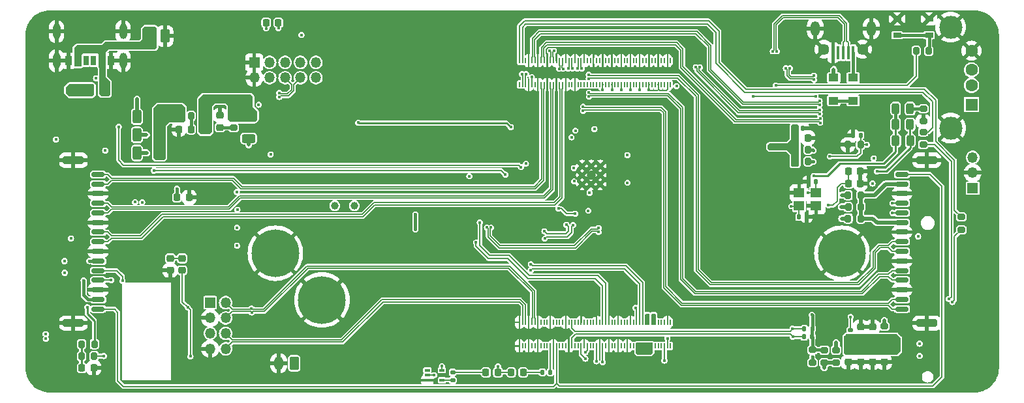
<source format=gtl>
G04 #@! TF.GenerationSoftware,KiCad,Pcbnew,8.0.0-rc1*
G04 #@! TF.CreationDate,2025-03-22T13:15:09+03:00*
G04 #@! TF.ProjectId,Movita_CM4_CT_Router_V1.0,4d6f7669-7461-45f4-934d-345f43545f52,REV1*
G04 #@! TF.SameCoordinates,Original*
G04 #@! TF.FileFunction,Copper,L1,Top*
G04 #@! TF.FilePolarity,Positive*
%FSLAX46Y46*%
G04 Gerber Fmt 4.6, Leading zero omitted, Abs format (unit mm)*
G04 Created by KiCad (PCBNEW 8.0.0-rc1) date 2025-03-22 13:15:09*
%MOMM*%
%LPD*%
G01*
G04 APERTURE LIST*
G04 Aperture macros list*
%AMRoundRect*
0 Rectangle with rounded corners*
0 $1 Rounding radius*
0 $2 $3 $4 $5 $6 $7 $8 $9 X,Y pos of 4 corners*
0 Add a 4 corners polygon primitive as box body*
4,1,4,$2,$3,$4,$5,$6,$7,$8,$9,$2,$3,0*
0 Add four circle primitives for the rounded corners*
1,1,$1+$1,$2,$3*
1,1,$1+$1,$4,$5*
1,1,$1+$1,$6,$7*
1,1,$1+$1,$8,$9*
0 Add four rect primitives between the rounded corners*
20,1,$1+$1,$2,$3,$4,$5,0*
20,1,$1+$1,$4,$5,$6,$7,0*
20,1,$1+$1,$6,$7,$8,$9,0*
20,1,$1+$1,$8,$9,$2,$3,0*%
G04 Aperture macros list end*
G04 #@! TA.AperFunction,SMDPad,CuDef*
%ADD10RoundRect,0.200000X-0.275000X0.200000X-0.275000X-0.200000X0.275000X-0.200000X0.275000X0.200000X0*%
G04 #@! TD*
G04 #@! TA.AperFunction,SMDPad,CuDef*
%ADD11RoundRect,0.250000X0.312500X0.625000X-0.312500X0.625000X-0.312500X-0.625000X0.312500X-0.625000X0*%
G04 #@! TD*
G04 #@! TA.AperFunction,SMDPad,CuDef*
%ADD12RoundRect,0.218750X0.218750X0.256250X-0.218750X0.256250X-0.218750X-0.256250X0.218750X-0.256250X0*%
G04 #@! TD*
G04 #@! TA.AperFunction,SMDPad,CuDef*
%ADD13RoundRect,0.200000X-0.200000X-0.275000X0.200000X-0.275000X0.200000X0.275000X-0.200000X0.275000X0*%
G04 #@! TD*
G04 #@! TA.AperFunction,SMDPad,CuDef*
%ADD14RoundRect,0.225000X-0.225000X-0.250000X0.225000X-0.250000X0.225000X0.250000X-0.225000X0.250000X0*%
G04 #@! TD*
G04 #@! TA.AperFunction,SMDPad,CuDef*
%ADD15RoundRect,0.135000X-0.185000X0.135000X-0.185000X-0.135000X0.185000X-0.135000X0.185000X0.135000X0*%
G04 #@! TD*
G04 #@! TA.AperFunction,SMDPad,CuDef*
%ADD16RoundRect,0.150000X-0.700000X0.150000X-0.700000X-0.150000X0.700000X-0.150000X0.700000X0.150000X0*%
G04 #@! TD*
G04 #@! TA.AperFunction,SMDPad,CuDef*
%ADD17RoundRect,0.250000X-1.100000X0.250000X-1.100000X-0.250000X1.100000X-0.250000X1.100000X0.250000X0*%
G04 #@! TD*
G04 #@! TA.AperFunction,SMDPad,CuDef*
%ADD18RoundRect,0.250000X-0.625000X0.312500X-0.625000X-0.312500X0.625000X-0.312500X0.625000X0.312500X0*%
G04 #@! TD*
G04 #@! TA.AperFunction,SMDPad,CuDef*
%ADD19RoundRect,0.243750X0.243750X0.456250X-0.243750X0.456250X-0.243750X-0.456250X0.243750X-0.456250X0*%
G04 #@! TD*
G04 #@! TA.AperFunction,SMDPad,CuDef*
%ADD20RoundRect,0.200000X0.200000X0.275000X-0.200000X0.275000X-0.200000X-0.275000X0.200000X-0.275000X0*%
G04 #@! TD*
G04 #@! TA.AperFunction,SMDPad,CuDef*
%ADD21RoundRect,0.135000X0.135000X0.185000X-0.135000X0.185000X-0.135000X-0.185000X0.135000X-0.185000X0*%
G04 #@! TD*
G04 #@! TA.AperFunction,SMDPad,CuDef*
%ADD22RoundRect,0.140000X0.140000X0.170000X-0.140000X0.170000X-0.140000X-0.170000X0.140000X-0.170000X0*%
G04 #@! TD*
G04 #@! TA.AperFunction,ComponentPad*
%ADD23R,1.350000X1.350000*%
G04 #@! TD*
G04 #@! TA.AperFunction,ComponentPad*
%ADD24O,1.350000X1.350000*%
G04 #@! TD*
G04 #@! TA.AperFunction,SMDPad,CuDef*
%ADD25RoundRect,0.225000X-0.250000X0.225000X-0.250000X-0.225000X0.250000X-0.225000X0.250000X0.225000X0*%
G04 #@! TD*
G04 #@! TA.AperFunction,SMDPad,CuDef*
%ADD26R,0.650000X0.400000*%
G04 #@! TD*
G04 #@! TA.AperFunction,SMDPad,CuDef*
%ADD27R,1.000000X1.000000*%
G04 #@! TD*
G04 #@! TA.AperFunction,SMDPad,CuDef*
%ADD28RoundRect,0.218750X-0.218750X-0.256250X0.218750X-0.256250X0.218750X0.256250X-0.218750X0.256250X0*%
G04 #@! TD*
G04 #@! TA.AperFunction,SMDPad,CuDef*
%ADD29R,0.400000X1.745000*%
G04 #@! TD*
G04 #@! TA.AperFunction,ComponentPad*
%ADD30O,1.200000X1.900000*%
G04 #@! TD*
G04 #@! TA.AperFunction,ComponentPad*
%ADD31C,1.450000*%
G04 #@! TD*
G04 #@! TA.AperFunction,SMDPad,CuDef*
%ADD32RoundRect,0.150000X0.700000X-0.150000X0.700000X0.150000X-0.700000X0.150000X-0.700000X-0.150000X0*%
G04 #@! TD*
G04 #@! TA.AperFunction,SMDPad,CuDef*
%ADD33RoundRect,0.250000X1.100000X-0.250000X1.100000X0.250000X-1.100000X0.250000X-1.100000X-0.250000X0*%
G04 #@! TD*
G04 #@! TA.AperFunction,ComponentPad*
%ADD34C,0.900000*%
G04 #@! TD*
G04 #@! TA.AperFunction,ComponentPad*
%ADD35C,6.200000*%
G04 #@! TD*
G04 #@! TA.AperFunction,SMDPad,CuDef*
%ADD36RoundRect,0.140000X-0.140000X-0.170000X0.140000X-0.170000X0.140000X0.170000X-0.140000X0.170000X0*%
G04 #@! TD*
G04 #@! TA.AperFunction,SMDPad,CuDef*
%ADD37R,1.050000X0.650000*%
G04 #@! TD*
G04 #@! TA.AperFunction,SMDPad,CuDef*
%ADD38R,1.400000X1.200000*%
G04 #@! TD*
G04 #@! TA.AperFunction,SMDPad,CuDef*
%ADD39RoundRect,0.200000X0.275000X-0.200000X0.275000X0.200000X-0.275000X0.200000X-0.275000X-0.200000X0*%
G04 #@! TD*
G04 #@! TA.AperFunction,SMDPad,CuDef*
%ADD40RoundRect,0.243750X-0.243750X-0.456250X0.243750X-0.456250X0.243750X0.456250X-0.243750X0.456250X0*%
G04 #@! TD*
G04 #@! TA.AperFunction,SMDPad,CuDef*
%ADD41RoundRect,0.135000X-0.135000X-0.185000X0.135000X-0.185000X0.135000X0.185000X-0.135000X0.185000X0*%
G04 #@! TD*
G04 #@! TA.AperFunction,SMDPad,CuDef*
%ADD42RoundRect,0.218750X-0.256250X0.218750X-0.256250X-0.218750X0.256250X-0.218750X0.256250X0.218750X0*%
G04 #@! TD*
G04 #@! TA.AperFunction,SMDPad,CuDef*
%ADD43R,0.700000X1.150000*%
G04 #@! TD*
G04 #@! TA.AperFunction,SMDPad,CuDef*
%ADD44R,0.800000X1.150000*%
G04 #@! TD*
G04 #@! TA.AperFunction,SMDPad,CuDef*
%ADD45R,0.900000X1.150000*%
G04 #@! TD*
G04 #@! TA.AperFunction,ComponentPad*
%ADD46O,1.000000X2.000000*%
G04 #@! TD*
G04 #@! TA.AperFunction,SMDPad,CuDef*
%ADD47R,1.300000X1.000000*%
G04 #@! TD*
G04 #@! TA.AperFunction,SMDPad,CuDef*
%ADD48RoundRect,0.225000X0.250000X-0.225000X0.250000X0.225000X-0.250000X0.225000X-0.250000X-0.225000X0*%
G04 #@! TD*
G04 #@! TA.AperFunction,ComponentPad*
%ADD49RoundRect,0.250000X0.350000X0.625000X-0.350000X0.625000X-0.350000X-0.625000X0.350000X-0.625000X0*%
G04 #@! TD*
G04 #@! TA.AperFunction,ComponentPad*
%ADD50O,1.200000X1.750000*%
G04 #@! TD*
G04 #@! TA.AperFunction,SMDPad,CuDef*
%ADD51R,0.200000X0.700000*%
G04 #@! TD*
G04 #@! TA.AperFunction,SMDPad,CuDef*
%ADD52RoundRect,0.135000X0.185000X-0.135000X0.185000X0.135000X-0.185000X0.135000X-0.185000X-0.135000X0*%
G04 #@! TD*
G04 #@! TA.AperFunction,SMDPad,CuDef*
%ADD53R,2.170000X1.120000*%
G04 #@! TD*
G04 #@! TA.AperFunction,SMDPad,CuDef*
%ADD54R,0.850000X0.850000*%
G04 #@! TD*
G04 #@! TA.AperFunction,ComponentPad*
%ADD55R,1.600000X1.600000*%
G04 #@! TD*
G04 #@! TA.AperFunction,ComponentPad*
%ADD56C,1.600000*%
G04 #@! TD*
G04 #@! TA.AperFunction,ComponentPad*
%ADD57C,3.000000*%
G04 #@! TD*
G04 #@! TA.AperFunction,ComponentPad*
%ADD58C,1.000000*%
G04 #@! TD*
G04 #@! TA.AperFunction,ComponentPad*
%ADD59C,0.600000*%
G04 #@! TD*
G04 #@! TA.AperFunction,ComponentPad*
%ADD60C,1.200000*%
G04 #@! TD*
G04 #@! TA.AperFunction,ViaPad*
%ADD61C,0.400000*%
G04 #@! TD*
G04 #@! TA.AperFunction,Conductor*
%ADD62C,0.200000*%
G04 #@! TD*
G04 #@! TA.AperFunction,Conductor*
%ADD63C,0.508000*%
G04 #@! TD*
G04 #@! TA.AperFunction,Conductor*
%ADD64C,0.152400*%
G04 #@! TD*
G04 #@! TA.AperFunction,Conductor*
%ADD65C,0.254000*%
G04 #@! TD*
G04 #@! TA.AperFunction,Conductor*
%ADD66C,0.381000*%
G04 #@! TD*
G04 #@! TA.AperFunction,Conductor*
%ADD67C,0.145600*%
G04 #@! TD*
G04 APERTURE END LIST*
D10*
X230742030Y-109527454D03*
X230742030Y-111177454D03*
X225797030Y-98457454D03*
X225797030Y-100107454D03*
D11*
X126737030Y-101192454D03*
X123812030Y-101192454D03*
D12*
X130569530Y-106972454D03*
X128994530Y-106972454D03*
D13*
X129177030Y-96362454D03*
X130827030Y-96362454D03*
D11*
X126729530Y-96482454D03*
X123804530Y-96482454D03*
X126732030Y-98852454D03*
X123807030Y-98852454D03*
D13*
X216063767Y-108204190D03*
X217713767Y-108204190D03*
D14*
X216063767Y-103614190D03*
X217613767Y-103614190D03*
D15*
X164763767Y-129724190D03*
X164763767Y-130744190D03*
D16*
X118753767Y-103994190D03*
X118753767Y-105244190D03*
X118753767Y-106494190D03*
X118753767Y-107744190D03*
X118753767Y-108994190D03*
X118753767Y-110244190D03*
X118753767Y-111494190D03*
X118753767Y-112744190D03*
X118753767Y-113994190D03*
X118753767Y-115244190D03*
X118753767Y-116494190D03*
X118753767Y-117744190D03*
D17*
X115553767Y-102144190D03*
D16*
X118753767Y-118994190D03*
D17*
X115553767Y-123344190D03*
D16*
X118753767Y-120244190D03*
X118753767Y-121494190D03*
D18*
X138292030Y-96399954D03*
X138292030Y-99324954D03*
D19*
X224091267Y-97499190D03*
X222216267Y-97499190D03*
D20*
X210867030Y-100754190D03*
X209217030Y-100754190D03*
D21*
X211393767Y-125104190D03*
X210373767Y-125104190D03*
D22*
X211906267Y-104944190D03*
X210946267Y-104944190D03*
D23*
X139013767Y-89424190D03*
D24*
X139013767Y-91424190D03*
X141013767Y-89424190D03*
X141013767Y-91424190D03*
X143013767Y-89424190D03*
X143013767Y-91424190D03*
X145013767Y-89424190D03*
X145013767Y-91424190D03*
X147013767Y-89424190D03*
X147013767Y-91424190D03*
D25*
X128112030Y-114912454D03*
X128112030Y-116462454D03*
D22*
X210202030Y-97972454D03*
X209242030Y-97972454D03*
D26*
X161463767Y-129454190D03*
X161463767Y-130104190D03*
X161463767Y-130754190D03*
X163363767Y-130754190D03*
X163363767Y-129454190D03*
D27*
X132692030Y-96612454D03*
D25*
X219222030Y-126872454D03*
X219222030Y-128422454D03*
D13*
X216053767Y-109724190D03*
X217703767Y-109724190D03*
D25*
X216112030Y-126862454D03*
X216112030Y-128412454D03*
D28*
X169058767Y-129724190D03*
X170633767Y-129724190D03*
D14*
X116657030Y-129152454D03*
X118207030Y-129152454D03*
D13*
X216043767Y-106684190D03*
X217693767Y-106684190D03*
D29*
X216723767Y-88165440D03*
X216073767Y-88165440D03*
X215423767Y-88165440D03*
X214773767Y-88165440D03*
X214123767Y-88165440D03*
D30*
X219048767Y-85037940D03*
D31*
X217923767Y-87717940D03*
X212923767Y-87717940D03*
D30*
X211798767Y-85037940D03*
D32*
X223043767Y-121494190D03*
X223043767Y-120244190D03*
X223043767Y-118994190D03*
X223043767Y-117744190D03*
X223043767Y-116494190D03*
X223043767Y-115244190D03*
X223043767Y-113994190D03*
X223043767Y-112744190D03*
X223043767Y-111494190D03*
X223043767Y-110244190D03*
X223043767Y-108994190D03*
X223043767Y-107744190D03*
D33*
X226243767Y-123344190D03*
D32*
X223043767Y-106494190D03*
D33*
X226243767Y-102144190D03*
D32*
X223043767Y-105244190D03*
X223043767Y-103994190D03*
D34*
X217853767Y-114244190D03*
X217103767Y-116094190D03*
X217103767Y-112394190D03*
X215253767Y-116844190D03*
D35*
X215253767Y-114244190D03*
D34*
X215253767Y-111644190D03*
X213403767Y-116094190D03*
X213403767Y-112394190D03*
X212653767Y-114244190D03*
D36*
X209706267Y-109534190D03*
X210666267Y-109534190D03*
D12*
X173913767Y-129724190D03*
X172338767Y-129724190D03*
D21*
X211403767Y-124054190D03*
X210383767Y-124054190D03*
D28*
X129234530Y-98122454D03*
X130809530Y-98122454D03*
D37*
X226563767Y-85905740D03*
X222413767Y-85905740D03*
X226563767Y-83755740D03*
X222413767Y-83755740D03*
D38*
X211906267Y-106394190D03*
X209706267Y-106394190D03*
X209706267Y-108094190D03*
X211906267Y-108094190D03*
D39*
X212973767Y-128479190D03*
X212973767Y-126829190D03*
D40*
X222236267Y-99594190D03*
X224111267Y-99594190D03*
D14*
X216093767Y-105164190D03*
X217643767Y-105164190D03*
D41*
X176403767Y-129724190D03*
X177423767Y-129724190D03*
D34*
X144353767Y-114244190D03*
X143603767Y-116094190D03*
X143603767Y-112394190D03*
X141753767Y-116844190D03*
D35*
X141753767Y-114244190D03*
D34*
X141753767Y-111644190D03*
X139903767Y-116094190D03*
X139903767Y-112394190D03*
X139153767Y-114244190D03*
D42*
X134582030Y-96292454D03*
X134582030Y-97867454D03*
D43*
X118182030Y-89217454D03*
D44*
X116162030Y-89217454D03*
D45*
X114932030Y-89217454D03*
D43*
X117182030Y-89217454D03*
D44*
X119202030Y-89217454D03*
D45*
X120432030Y-89217454D03*
D46*
X122002030Y-89212454D03*
X122002030Y-85412454D03*
X113362030Y-89212454D03*
X113362030Y-85412454D03*
D10*
X136342030Y-96277454D03*
X136342030Y-97927454D03*
D39*
X214503767Y-128479190D03*
X214503767Y-126829190D03*
D13*
X116607030Y-127622454D03*
X118257030Y-127622454D03*
D47*
X214193767Y-94404190D03*
X214193767Y-91404190D03*
D25*
X220762030Y-126872454D03*
X220762030Y-128422454D03*
D28*
X140566267Y-84254190D03*
X142141267Y-84254190D03*
D20*
X217668767Y-100144190D03*
X216018767Y-100144190D03*
D23*
X133302030Y-120662454D03*
D24*
X135302030Y-120662454D03*
X133302030Y-122662454D03*
X135302030Y-122662454D03*
X133302030Y-124662454D03*
X135302030Y-124662454D03*
X133302030Y-126662454D03*
X135302030Y-126662454D03*
D48*
X129672030Y-116467454D03*
X129672030Y-114917454D03*
D10*
X225813767Y-95429190D03*
X225813767Y-97079190D03*
D25*
X217672030Y-126862454D03*
X217672030Y-128412454D03*
D10*
X220763767Y-123749190D03*
X220763767Y-125399190D03*
D19*
X224091267Y-95424190D03*
X222216267Y-95424190D03*
D13*
X116627030Y-126062454D03*
X118277030Y-126062454D03*
D48*
X219232030Y-125367454D03*
X219232030Y-123817454D03*
D49*
X127422030Y-86002454D03*
D50*
X125422030Y-86002454D03*
D51*
X193022030Y-89222454D03*
X193022030Y-92302454D03*
X192622030Y-89222454D03*
X192622030Y-92302454D03*
X192222030Y-89222454D03*
X192222030Y-92302454D03*
X191822030Y-89222454D03*
X191822030Y-92302454D03*
X191422030Y-89222454D03*
X191422030Y-92302454D03*
X191022030Y-89222454D03*
X191022030Y-92302454D03*
X190622030Y-89222454D03*
X190622030Y-92302454D03*
X190222030Y-89222454D03*
X190222030Y-92302454D03*
X189822030Y-89222454D03*
X189822030Y-92302454D03*
X189422030Y-89222454D03*
X189422030Y-92302454D03*
X189022030Y-89222454D03*
X189022030Y-92302454D03*
X188622030Y-89222454D03*
X188622030Y-92302454D03*
X188222030Y-89222454D03*
X188222030Y-92302454D03*
X187822030Y-89222454D03*
X187822030Y-92302454D03*
X187422030Y-89222454D03*
X187422030Y-92302454D03*
X187022030Y-89222454D03*
X187022030Y-92302454D03*
X186622030Y-89222454D03*
X186622030Y-92302454D03*
X186222030Y-89222454D03*
X186222030Y-92302454D03*
X185822030Y-89222454D03*
X185822030Y-92302454D03*
X185422030Y-89222454D03*
X185422030Y-92302454D03*
X185022030Y-89222454D03*
X185022030Y-92302454D03*
X184622030Y-89222454D03*
X184622030Y-92302454D03*
X184222030Y-89222454D03*
X184222030Y-92302454D03*
X183822030Y-89222454D03*
X183822030Y-92302454D03*
X183422030Y-89222454D03*
X183422030Y-92302454D03*
X183022030Y-89222454D03*
X183022030Y-92302454D03*
X182622030Y-89222454D03*
X182622030Y-92302454D03*
X182222030Y-89222454D03*
X182222030Y-92302454D03*
X181822030Y-89222454D03*
X181822030Y-92302454D03*
X181422030Y-89222454D03*
X181422030Y-92302454D03*
X181022030Y-89222454D03*
X181022030Y-92302454D03*
X180622030Y-89222454D03*
X180622030Y-92302454D03*
X180222030Y-89222454D03*
X180222030Y-92302454D03*
X179822030Y-89222454D03*
X179822030Y-92302454D03*
X179422030Y-89222454D03*
X179422030Y-92302454D03*
X179022030Y-89222454D03*
X179022030Y-92302454D03*
X178622030Y-89222454D03*
X178622030Y-92302454D03*
X178222030Y-89222454D03*
X178222030Y-92302454D03*
X177822030Y-89222454D03*
X177822030Y-92302454D03*
X177422030Y-89222454D03*
X177422030Y-92302454D03*
X177022030Y-89222454D03*
X177022030Y-92302454D03*
X176622030Y-89222454D03*
X176622030Y-92302454D03*
X176222030Y-89222454D03*
X176222030Y-92302454D03*
X175822030Y-89222454D03*
X175822030Y-92302454D03*
X175422030Y-89222454D03*
X175422030Y-92302454D03*
X175022030Y-89222454D03*
X175022030Y-92302454D03*
X174622030Y-89222454D03*
X174622030Y-92302454D03*
X174222030Y-89222454D03*
X174222030Y-92302454D03*
X173822030Y-89222454D03*
X173822030Y-92302454D03*
X173422030Y-89222454D03*
X173422030Y-92302454D03*
X193022030Y-123222454D03*
X193022030Y-126302454D03*
X192622030Y-123222454D03*
X192622030Y-126302454D03*
X192222030Y-123222454D03*
X192222030Y-126302454D03*
X191822030Y-123222454D03*
X191822030Y-126302454D03*
X191422030Y-123222454D03*
X191422030Y-126302454D03*
X191022030Y-123222454D03*
X191022030Y-126302454D03*
X190622030Y-123222454D03*
X190622030Y-126302454D03*
X190222030Y-123222454D03*
X190222030Y-126302454D03*
X189822030Y-123222454D03*
X189822030Y-126302454D03*
X189422030Y-123222454D03*
X189422030Y-126302454D03*
X189022030Y-123222454D03*
X189022030Y-126302454D03*
X188622030Y-123222454D03*
X188622030Y-126302454D03*
X188222030Y-123222454D03*
X188222030Y-126302454D03*
X187822030Y-123222454D03*
X187822030Y-126302454D03*
X187422030Y-123222454D03*
X187422030Y-126302454D03*
X187022030Y-123222454D03*
X187022030Y-126302454D03*
X186622030Y-123222454D03*
X186622030Y-126302454D03*
X186222030Y-123222454D03*
X186222030Y-126302454D03*
X185822030Y-123222454D03*
X185822030Y-126302454D03*
X185422030Y-123222454D03*
X185422030Y-126302454D03*
X185022030Y-123222454D03*
X185022030Y-126302454D03*
X184622030Y-123222454D03*
X184622030Y-126302454D03*
X184222030Y-123222454D03*
X184222030Y-126302454D03*
X183822030Y-123222454D03*
X183822030Y-126302454D03*
X183422030Y-123222454D03*
X183422030Y-126302454D03*
X183022030Y-123222454D03*
X183022030Y-126302454D03*
X182622030Y-123222454D03*
X182622030Y-126302454D03*
X182222030Y-123222454D03*
X182222030Y-126302454D03*
X181822030Y-123222454D03*
X181822030Y-126302454D03*
X181422030Y-123222454D03*
X181422030Y-126302454D03*
X181022030Y-123222454D03*
X181022030Y-126302454D03*
X180622030Y-123222454D03*
X180622030Y-126302454D03*
X180222030Y-123222454D03*
X180222030Y-126302454D03*
X179822030Y-123222454D03*
X179822030Y-126302454D03*
X179422030Y-123222454D03*
X179422030Y-126302454D03*
X179022030Y-123222454D03*
X179022030Y-126302454D03*
X178622030Y-123222454D03*
X178622030Y-126302454D03*
X178222030Y-123222454D03*
X178222030Y-126302454D03*
X177822030Y-123222454D03*
X177822030Y-126302454D03*
X177422030Y-123222454D03*
X177422030Y-126302454D03*
X177022030Y-123222454D03*
X177022030Y-126302454D03*
X176622030Y-123222454D03*
X176622030Y-126302454D03*
X176222030Y-123222454D03*
X176222030Y-126302454D03*
X175822030Y-123222454D03*
X175822030Y-126302454D03*
X175422030Y-123222454D03*
X175422030Y-126302454D03*
X175022030Y-123222454D03*
X175022030Y-126302454D03*
X174622030Y-123222454D03*
X174622030Y-126302454D03*
X174222030Y-123222454D03*
X174222030Y-126302454D03*
X173822030Y-123222454D03*
X173822030Y-126302454D03*
X173422030Y-123222454D03*
X173422030Y-126302454D03*
D52*
X216382030Y-125282454D03*
X216382030Y-124262454D03*
D22*
X217673767Y-98884190D03*
X216713767Y-98884190D03*
D13*
X224878767Y-87937640D03*
X226528767Y-87937640D03*
D48*
X217682030Y-125362454D03*
X217682030Y-123812454D03*
D14*
X209267030Y-99232454D03*
X210817030Y-99232454D03*
D47*
X216721267Y-91414190D03*
X216721267Y-94414190D03*
D53*
X116998767Y-93034190D03*
D54*
X119678767Y-93034190D03*
D39*
X211423767Y-128469190D03*
X211423767Y-126819190D03*
D20*
X210857030Y-102282454D03*
X209207030Y-102282454D03*
D55*
X232063767Y-94904190D03*
D56*
X232063767Y-92404190D03*
X232063767Y-90404190D03*
X232063767Y-87904190D03*
D57*
X229353767Y-97974190D03*
X229353767Y-84834190D03*
D58*
X149453767Y-108074190D03*
X151993767Y-108074190D03*
D59*
X183888767Y-105251690D03*
X183888767Y-104076690D03*
X183888767Y-102901690D03*
X182713767Y-105251690D03*
D60*
X182713767Y-104076690D03*
D59*
X182713767Y-102901690D03*
X181538767Y-105251690D03*
X181538767Y-104076690D03*
X181538767Y-102901690D03*
D49*
X144192030Y-128562454D03*
D50*
X142192030Y-128562454D03*
D34*
X150390767Y-120314190D03*
X149640767Y-122164190D03*
X149640767Y-118464190D03*
X147790767Y-122914190D03*
D35*
X147790767Y-120314190D03*
D34*
X147790767Y-117714190D03*
X145940767Y-122164190D03*
X145940767Y-118464190D03*
X145190767Y-120314190D03*
D23*
X232222030Y-105782454D03*
D24*
X232222030Y-103782454D03*
X232222030Y-101782454D03*
D61*
X229142030Y-120192454D03*
X138292030Y-100142454D03*
X126002030Y-103492454D03*
X171592030Y-104012454D03*
X128992030Y-105862454D03*
X136752030Y-106272454D03*
X136832030Y-108582454D03*
X136792030Y-110912454D03*
X136792030Y-113262454D03*
X125052030Y-101192454D03*
X124472030Y-107602454D03*
X123562030Y-107592454D03*
X167783767Y-112841935D03*
X168283767Y-110234190D03*
X121922030Y-117832454D03*
X174873767Y-116464190D03*
X120442030Y-117744190D03*
X174893767Y-115674190D03*
X115062030Y-92762454D03*
X174262030Y-102602454D03*
X139593767Y-94934190D03*
X141138767Y-101384190D03*
X118483767Y-91502454D03*
X145133767Y-85854190D03*
X115033767Y-93394190D03*
X119683767Y-100884190D03*
X212433767Y-97277690D03*
X212433767Y-96750690D03*
X175022030Y-91342454D03*
X229592896Y-120588337D03*
X212363767Y-94967690D03*
X212363767Y-94440690D03*
X188463767Y-121334190D03*
X211353767Y-122244190D03*
X221813767Y-108994190D03*
X208863767Y-125094190D03*
X208843767Y-124054190D03*
X221813767Y-107734190D03*
X132223767Y-98254190D03*
X133103767Y-98244190D03*
X138053767Y-95164190D03*
X136473767Y-95234190D03*
X211412030Y-127672454D03*
X190823767Y-122344190D03*
X173758530Y-90952454D03*
X174285530Y-90952454D03*
X181963767Y-127954190D03*
X181963767Y-127104190D03*
X180393767Y-110564190D03*
X183382030Y-128282454D03*
X176693767Y-112334190D03*
X179513767Y-110544190D03*
X184212030Y-128392454D03*
X176663767Y-111384190D03*
X192223767Y-128204190D03*
X162333767Y-130104190D03*
X165572030Y-115182454D03*
X188422030Y-119782454D03*
X197252030Y-103102454D03*
X191292030Y-115652454D03*
X200932030Y-117492454D03*
X187343767Y-121974190D03*
X180152030Y-118972454D03*
X180152030Y-121512454D03*
X183872030Y-115112454D03*
X191292030Y-114032454D03*
X183302030Y-119262454D03*
X185322030Y-119182454D03*
X186632030Y-92996554D03*
X196102030Y-122192454D03*
X144312030Y-101332454D03*
X183272030Y-122342454D03*
X204382030Y-120162454D03*
X159882030Y-89482454D03*
X181432030Y-122282454D03*
X195482030Y-103092454D03*
X197422030Y-114032454D03*
X203542030Y-120162454D03*
X197253767Y-127964190D03*
X193482030Y-103092454D03*
X162272030Y-89482454D03*
X193482030Y-102312454D03*
X176082030Y-118162454D03*
X159082030Y-91342454D03*
X189047430Y-92996554D03*
X188422030Y-120562454D03*
X176102030Y-122202454D03*
X166612030Y-117072454D03*
X213052030Y-117492454D03*
X186442030Y-115102454D03*
X139262030Y-124182454D03*
X197422030Y-114872454D03*
X178382030Y-118192454D03*
X162252030Y-91342454D03*
X190212030Y-92996554D03*
X193342030Y-115652454D03*
X178382030Y-119812454D03*
X200772030Y-122192454D03*
X203982030Y-117492454D03*
X134632030Y-95182454D03*
X180152030Y-120732454D03*
X167202030Y-91332454D03*
X166422030Y-91332454D03*
X197422030Y-115652454D03*
X188632030Y-115872454D03*
X180152030Y-119812454D03*
X187782030Y-118042454D03*
X193342030Y-114872454D03*
X170442030Y-117072454D03*
X195452030Y-114882454D03*
X168042030Y-91332454D03*
X201132030Y-120122454D03*
X205772030Y-120162454D03*
X190542030Y-101992454D03*
X176102030Y-120582454D03*
X199152030Y-122192454D03*
X206552030Y-120162454D03*
X191292030Y-114872454D03*
X196092030Y-120162454D03*
X181432030Y-121442454D03*
X195452030Y-114042454D03*
X206052030Y-117492454D03*
X159102030Y-89482454D03*
X178392030Y-122182454D03*
X214373767Y-98744190D03*
X195683767Y-127954190D03*
X195482030Y-102312454D03*
X163892030Y-89482454D03*
X168062030Y-89472454D03*
X160722030Y-89482454D03*
X180152030Y-122352454D03*
X181392030Y-119722454D03*
X200092030Y-117492454D03*
X163052030Y-89482454D03*
X199312030Y-117492454D03*
X187822030Y-92996554D03*
X196872030Y-120162454D03*
X180152030Y-118192454D03*
X190232030Y-119352454D03*
X185172030Y-115122454D03*
X183312030Y-120752454D03*
X181392030Y-118882454D03*
X203142030Y-117492454D03*
X195482030Y-101472454D03*
X178392030Y-121342454D03*
X169562030Y-119782454D03*
X171282030Y-117072454D03*
X185432030Y-92996554D03*
X203682030Y-122192454D03*
X202762030Y-120162454D03*
X170342030Y-119782454D03*
X178392030Y-120562454D03*
X207392030Y-120162454D03*
X167392030Y-117072454D03*
X168232030Y-117072454D03*
X195452030Y-115662454D03*
X183302030Y-118482454D03*
X176082030Y-119782454D03*
X202842030Y-122192454D03*
X163872030Y-91342454D03*
X190182030Y-117402454D03*
X190202030Y-118332454D03*
X167222030Y-89472454D03*
X187692030Y-115362454D03*
X186553767Y-121984190D03*
X172612030Y-119782454D03*
X193342030Y-114032454D03*
X185322030Y-119962454D03*
X202362030Y-117492454D03*
X181392030Y-118102454D03*
X160702030Y-91342454D03*
X199512030Y-120122454D03*
X183302030Y-120102454D03*
X193482030Y-101472454D03*
X183312030Y-121532454D03*
X186972030Y-117242454D03*
X206892030Y-117492454D03*
X188422030Y-118942454D03*
X200292030Y-120122454D03*
X196882030Y-122192454D03*
X197722030Y-122192454D03*
X130762030Y-120622454D03*
X168162030Y-115122454D03*
X171182030Y-119782454D03*
X194441773Y-94149068D03*
X185322030Y-120802454D03*
X185282030Y-117522454D03*
X197252030Y-101482454D03*
X189322030Y-116582454D03*
X185733767Y-121994190D03*
X166442030Y-89472454D03*
X190212030Y-120292454D03*
X176102030Y-121362454D03*
X184222030Y-92996554D03*
X185282030Y-118362454D03*
X181432030Y-120662454D03*
X197252030Y-102262454D03*
X199932030Y-122192454D03*
X163032030Y-91342454D03*
X178382030Y-118972454D03*
X159862030Y-91342454D03*
X169662030Y-117072454D03*
X197712030Y-120162454D03*
X202062030Y-122192454D03*
X176082030Y-118942454D03*
X205272030Y-117492454D03*
X128872030Y-95352454D03*
X129502030Y-95352454D03*
X113303767Y-99454190D03*
X181672030Y-95188954D03*
X179085530Y-90244394D03*
X214193767Y-90354190D03*
X187423767Y-101474190D03*
X193792030Y-92494190D03*
X187433767Y-105074190D03*
X180163767Y-99154190D03*
X182512030Y-106382454D03*
X180502030Y-104882454D03*
X180482030Y-103162454D03*
X182442030Y-93875954D03*
X179758530Y-90240813D03*
X182442030Y-93348954D03*
X180285530Y-90240813D03*
X182407769Y-91554561D03*
X180958530Y-90235956D03*
X208682030Y-108124190D03*
X181485530Y-90235956D03*
X182407769Y-91027561D03*
X210813767Y-106404190D03*
X213678767Y-101659190D03*
X218503767Y-100134190D03*
X205983767Y-100384190D03*
X213493767Y-108014190D03*
X222263767Y-125504190D03*
X225143767Y-112044190D03*
X225343767Y-127594190D03*
X225323767Y-126004190D03*
X222283767Y-126594190D03*
X142143767Y-84994190D03*
X140566267Y-85004190D03*
X211643767Y-91140690D03*
X208515530Y-90182454D03*
X207988530Y-90182454D03*
X211643767Y-91667690D03*
X183673767Y-110960690D03*
X142273767Y-93390690D03*
X169737267Y-110894190D03*
X169210267Y-110894190D03*
X142273767Y-93917690D03*
X183673767Y-111487690D03*
X117633767Y-115244190D03*
X116883767Y-117764190D03*
X215223767Y-106684190D03*
X115242030Y-112312454D03*
X180663767Y-109087744D03*
X178482030Y-108445915D03*
X211533767Y-100874190D03*
X211563767Y-102324190D03*
X215203767Y-108204190D03*
X114403767Y-115264190D03*
X192613767Y-125324190D03*
X219783767Y-103604190D03*
X214503767Y-125844190D03*
X190023767Y-122344190D03*
X163363767Y-128932454D03*
X114432030Y-116782454D03*
X170632030Y-128962454D03*
X212952030Y-129152454D03*
X215223767Y-109734190D03*
X177885530Y-87922454D03*
X177358530Y-87922454D03*
X181672030Y-95715954D03*
X178558530Y-90244394D03*
X211633767Y-104194190D03*
X182353767Y-108714190D03*
X180673767Y-98294190D03*
X183153767Y-98094190D03*
X206827267Y-87974190D03*
X206300267Y-87974190D03*
X111982030Y-125372454D03*
X116962030Y-87672454D03*
X117862030Y-87662454D03*
X111962030Y-124752454D03*
X206672030Y-92422454D03*
X152498767Y-97269190D03*
X172302030Y-97852454D03*
X203762030Y-93852454D03*
X211832030Y-93832454D03*
X173602030Y-103032454D03*
X121433767Y-97794190D03*
X138672030Y-121932454D03*
X138657055Y-121405664D03*
X125012030Y-98852454D03*
X219213767Y-105164190D03*
X219373767Y-101904190D03*
X220763767Y-122984190D03*
X190003767Y-127064190D03*
X123804530Y-94172454D03*
X189253767Y-127074190D03*
X159918767Y-111155717D03*
X159918767Y-109185717D03*
X166913767Y-104224190D03*
X216382030Y-122502454D03*
X196298530Y-90059854D03*
X212364586Y-96107690D03*
X212364586Y-95580690D03*
X196825530Y-90059854D03*
X130383580Y-121272454D03*
X130732030Y-127652454D03*
X119512030Y-127612454D03*
X117350480Y-121267454D03*
D62*
X229852030Y-112067454D02*
X230742030Y-111177454D01*
X229852030Y-120329203D02*
X229852030Y-112067454D01*
X229592896Y-120588337D02*
X229852030Y-120329203D01*
X229852030Y-108637454D02*
X230742030Y-109527454D01*
X229852030Y-102136768D02*
X229852030Y-108637454D01*
X227413767Y-94384190D02*
X227413767Y-99698505D01*
X227413767Y-99698505D02*
X229852030Y-102136768D01*
X202822031Y-92922454D02*
X225952031Y-92922454D01*
X199312030Y-89412453D02*
X202822031Y-92922454D01*
X197952030Y-84012454D02*
X199312030Y-85372454D01*
X174072030Y-84012454D02*
X197952030Y-84012454D01*
X173422030Y-84662454D02*
X174072030Y-84012454D01*
X199312030Y-85372454D02*
X199312030Y-89412453D01*
X173422030Y-89222454D02*
X173422030Y-84662454D01*
X225952031Y-92922454D02*
X227413767Y-94384190D01*
X227257030Y-100107454D02*
X225797030Y-100107454D01*
X229452030Y-102302454D02*
X227257030Y-100107454D01*
X229452030Y-119882454D02*
X229452030Y-102302454D01*
X229142030Y-120192454D02*
X229452030Y-119882454D01*
X173822030Y-84828140D02*
X173822030Y-89222454D01*
X174227716Y-84422454D02*
X173822030Y-84828140D01*
X197796344Y-84422454D02*
X174227716Y-84422454D01*
X198882030Y-89548138D02*
X198882030Y-85508140D01*
X202656345Y-93322454D02*
X198882030Y-89548138D01*
X225786345Y-93322454D02*
X202656345Y-93322454D01*
X227013767Y-94549876D02*
X225786345Y-93322454D01*
X227013767Y-97902454D02*
X227013767Y-94549876D01*
X226458767Y-98457454D02*
X227013767Y-97902454D01*
X198882030Y-85508140D02*
X197796344Y-84422454D01*
X225797030Y-98457454D02*
X226458767Y-98457454D01*
X224878767Y-91259190D02*
X224878767Y-87937640D01*
X223715503Y-92422454D02*
X224878767Y-91259190D01*
X206672030Y-92422454D02*
X223715503Y-92422454D01*
D63*
X138292030Y-99324954D02*
X138292030Y-100142454D01*
D64*
X175423767Y-122649189D02*
X175423767Y-123174190D01*
X175363467Y-119136325D02*
X175363467Y-122588889D01*
X172139897Y-115912754D02*
X175363467Y-119136325D01*
X145864164Y-115912754D02*
X172139897Y-115912754D01*
X138773532Y-121522141D02*
X140254777Y-121522141D01*
X138657055Y-121405664D02*
X138773532Y-121522141D01*
X138657055Y-121405664D02*
X138539965Y-121522754D01*
X138539965Y-121522754D02*
X136162330Y-121522754D01*
X136162330Y-121522754D02*
X135302030Y-120662454D01*
X140254777Y-121522141D02*
X145864164Y-115912754D01*
X175363467Y-122588889D02*
X175423767Y-122649189D01*
D62*
X209676267Y-108124190D02*
X209706267Y-108094190D01*
X208682030Y-108124190D02*
X209676267Y-108124190D01*
X171072030Y-103492454D02*
X126002030Y-103492454D01*
X171592030Y-104012454D02*
X171072030Y-103492454D01*
X122072030Y-102782454D02*
X121433767Y-102144191D01*
X173602030Y-103032454D02*
X173352030Y-102782454D01*
X121433767Y-102144191D02*
X121433767Y-97794190D01*
X173352030Y-102782454D02*
X122072030Y-102782454D01*
D65*
X154542030Y-97282454D02*
X152512031Y-97282454D01*
X171733766Y-97284190D02*
X154543766Y-97284190D01*
X152512031Y-97282454D02*
X152498767Y-97269190D01*
X172302030Y-97852454D02*
X171733766Y-97284190D01*
X154543766Y-97284190D02*
X154542030Y-97282454D01*
D66*
X128994530Y-106972454D02*
X128994530Y-105864954D01*
X128994530Y-105864954D02*
X128992030Y-105862454D01*
D64*
X177422030Y-92827455D02*
X177422030Y-92302454D01*
X177482330Y-92887755D02*
X177422030Y-92827455D01*
X177482330Y-105838061D02*
X177482330Y-92887755D01*
X137104862Y-106764490D02*
X176555901Y-106764490D01*
X135639862Y-108229490D02*
X137104862Y-106764490D01*
X176555901Y-106764490D02*
X177482330Y-105838061D01*
X120028768Y-107744190D02*
X120514068Y-108229490D01*
X120514068Y-108229490D02*
X135639862Y-108229490D01*
X118753767Y-107744190D02*
X120028768Y-107744190D01*
X177822030Y-92827455D02*
X177822030Y-92302454D01*
X177761730Y-92887755D02*
X177822030Y-92827455D01*
X176671633Y-107043890D02*
X177761730Y-105953792D01*
X137220594Y-107043890D02*
X176671633Y-107043890D01*
X135755594Y-108508890D02*
X137220594Y-107043890D01*
X120514068Y-108508890D02*
X135755594Y-108508890D01*
X120028768Y-108994190D02*
X120514068Y-108508890D01*
X177761730Y-105953792D02*
X177761730Y-92887755D01*
X118753767Y-108994190D02*
X120028768Y-108994190D01*
X176622030Y-92827455D02*
X176622030Y-92302454D01*
X176561730Y-104743792D02*
X176561730Y-92887755D01*
X176561730Y-92887755D02*
X176622030Y-92827455D01*
X175451933Y-105853590D02*
X176561730Y-104743792D01*
X137308034Y-105853590D02*
X175451933Y-105853590D01*
X120514068Y-104758890D02*
X136213334Y-104758890D01*
X120028768Y-105244190D02*
X120514068Y-104758890D01*
X136213334Y-104758890D02*
X137308034Y-105853590D01*
X118753767Y-105244190D02*
X120028768Y-105244190D01*
X176222030Y-92827455D02*
X176222030Y-92302454D01*
X176282330Y-92887755D02*
X176222030Y-92827455D01*
X175336201Y-105574190D02*
X176282330Y-104628061D01*
X137423766Y-105574190D02*
X175336201Y-105574190D01*
X136329066Y-104479490D02*
X137423766Y-105574190D01*
X176282330Y-104628061D02*
X176282330Y-92887755D01*
X120514068Y-104479490D02*
X136329066Y-104479490D01*
X120028768Y-103994190D02*
X120514068Y-104479490D01*
X118753767Y-103994190D02*
X120028768Y-103994190D01*
D63*
X123812030Y-101192454D02*
X125052030Y-101192454D01*
D62*
X121153766Y-116494190D02*
X118753767Y-116494190D01*
X121922030Y-117262454D02*
X121153766Y-116494190D01*
X121922030Y-117832454D02*
X121922030Y-117262454D01*
X171878081Y-114924190D02*
X174498081Y-117544190D01*
X183243767Y-117544190D02*
X184222030Y-118522453D01*
X169378081Y-114924190D02*
X171878081Y-114924190D01*
X167783767Y-113329876D02*
X169378081Y-114924190D01*
X184222030Y-118522453D02*
X184222030Y-123222454D01*
X174498081Y-117544190D02*
X183243767Y-117544190D01*
X167783767Y-112841935D02*
X167783767Y-113329876D01*
X184622030Y-118172453D02*
X184622030Y-123222454D01*
X169543767Y-114524190D02*
X172043767Y-114524190D01*
X168283767Y-110234190D02*
X168283767Y-113264190D01*
X172043767Y-114524190D02*
X174663767Y-117144190D01*
X174663767Y-117144190D02*
X183593767Y-117144190D01*
X183593767Y-117144190D02*
X184622030Y-118172453D01*
X168283767Y-113264190D02*
X169543767Y-114524190D01*
X175073767Y-116264190D02*
X187088081Y-116264190D01*
X187088081Y-116264190D02*
X189023767Y-118199876D01*
X189023767Y-118199876D02*
X189023767Y-122370717D01*
X189023767Y-122370717D02*
X189022030Y-122372454D01*
X174873767Y-116464190D02*
X175073767Y-116264190D01*
X189022030Y-122372454D02*
X189022030Y-123222454D01*
X175083767Y-115864190D02*
X187253767Y-115864190D01*
X120442030Y-117744190D02*
X118753767Y-117744190D01*
X189423767Y-122572454D02*
X189422030Y-122572454D01*
X189423767Y-118034190D02*
X189423767Y-122572454D01*
X189422030Y-122572454D02*
X189422030Y-123222454D01*
X174893767Y-115674190D02*
X175083767Y-115864190D01*
X187253767Y-115864190D02*
X189423767Y-118034190D01*
D64*
X201405901Y-97153890D02*
X194352330Y-90100319D01*
X212433767Y-97277690D02*
X212309967Y-97153890D01*
X176561730Y-87590320D02*
X176561730Y-88637153D01*
X193684164Y-87132154D02*
X177019896Y-87132154D01*
X194352330Y-87800320D02*
X193684164Y-87132154D01*
X176561730Y-88637153D02*
X176622030Y-88697453D01*
X176622030Y-88697453D02*
X176622030Y-89222454D01*
X212309967Y-97153890D02*
X201405901Y-97153890D01*
X177019896Y-87132154D02*
X176561730Y-87590320D01*
X194352330Y-90100319D02*
X194352330Y-87800320D01*
X212309967Y-96874490D02*
X201521633Y-96874490D01*
X194631730Y-89984587D02*
X194631730Y-87684588D01*
X193799896Y-86852754D02*
X176904164Y-86852754D01*
X176904164Y-86852754D02*
X176282330Y-87474588D01*
X194631730Y-87684588D02*
X193799896Y-86852754D01*
X176282330Y-87474588D02*
X176282330Y-88637153D01*
X212433767Y-96750690D02*
X212309967Y-96874490D01*
X201521633Y-96874490D02*
X194631730Y-89984587D01*
X176282330Y-88637153D02*
X176222030Y-88697453D01*
X176222030Y-88697453D02*
X176222030Y-89222454D01*
D62*
X175022030Y-92302454D02*
X175022030Y-91342454D01*
D64*
X212239967Y-94843890D02*
X202345900Y-94843890D01*
X196324164Y-85682154D02*
X176119896Y-85682154D01*
X197972330Y-87330320D02*
X196324164Y-85682154D01*
X175422030Y-88697453D02*
X175422030Y-89222454D01*
X175361730Y-88637153D02*
X175422030Y-88697453D01*
X212363767Y-94967690D02*
X212239967Y-94843890D01*
X197972330Y-90470320D02*
X197972330Y-87330320D01*
X175361730Y-86440320D02*
X175361730Y-88637153D01*
X176119896Y-85682154D02*
X175361730Y-86440320D01*
X202345900Y-94843890D02*
X197972330Y-90470320D01*
X198251730Y-90354588D02*
X198251730Y-87214588D01*
X212363767Y-94440690D02*
X212239967Y-94564490D01*
X196439896Y-85402754D02*
X176004164Y-85402754D01*
X198251730Y-87214588D02*
X196439896Y-85402754D01*
X176004164Y-85402754D02*
X175082330Y-86324588D01*
X212239967Y-94564490D02*
X202461632Y-94564490D01*
X175082330Y-88637153D02*
X175022030Y-88697453D01*
X175022030Y-88697453D02*
X175022030Y-89222454D01*
X175082330Y-86324588D02*
X175082330Y-88637153D01*
X202461632Y-94564490D02*
X198251730Y-90354588D01*
D66*
X211353767Y-122244190D02*
X211403767Y-122294190D01*
X211403767Y-122294190D02*
X211403767Y-124054190D01*
D62*
X188622030Y-121492453D02*
X188622030Y-123222454D01*
D66*
X211393767Y-124064190D02*
X211403767Y-124054190D01*
X211423767Y-126819190D02*
X212963767Y-126819190D01*
X211393767Y-125104190D02*
X211393767Y-124064190D01*
X212963767Y-126819190D02*
X212973767Y-126829190D01*
X211423767Y-126819190D02*
X211423767Y-125134190D01*
X211423767Y-125134190D02*
X211393767Y-125104190D01*
D62*
X188463767Y-121334190D02*
X188622030Y-121492453D01*
X180222030Y-125255927D02*
X180222030Y-126302454D01*
X208863767Y-125094190D02*
X210363767Y-125094190D01*
X208543767Y-124774190D02*
X180703767Y-124774190D01*
X180703767Y-124774190D02*
X180222030Y-125255927D01*
X221813767Y-108994190D02*
X223043767Y-108994190D01*
X208863767Y-125094190D02*
X208543767Y-124774190D01*
X210363767Y-125094190D02*
X210373767Y-125104190D01*
X221823767Y-107744190D02*
X223043767Y-107744190D01*
X208843767Y-124054190D02*
X208523767Y-124374190D01*
X180222030Y-123952453D02*
X180222030Y-123222454D01*
X208843767Y-124054190D02*
X210383767Y-124054190D01*
X221813767Y-107734190D02*
X221823767Y-107744190D01*
X208523767Y-124374190D02*
X180643767Y-124374190D01*
X180643767Y-124374190D02*
X180222030Y-123952453D01*
D66*
X211412030Y-127672454D02*
X211412030Y-128457453D01*
X211412030Y-128457453D02*
X211423767Y-128469190D01*
D67*
X173822030Y-92302454D02*
X173822030Y-91777453D01*
X173885730Y-91079654D02*
X173758530Y-90952454D01*
X173885730Y-91713753D02*
X173885730Y-91079654D01*
X173822030Y-91777453D02*
X173885730Y-91713753D01*
X174158330Y-91713753D02*
X174158330Y-91079654D01*
X174222030Y-92302454D02*
X174222030Y-91777453D01*
X174158330Y-91079654D02*
X174285530Y-90952454D01*
X174222030Y-91777453D02*
X174158330Y-91713753D01*
D62*
X181422030Y-127412453D02*
X181422030Y-126302454D01*
X181963767Y-127954190D02*
X181422030Y-127412453D01*
X181963767Y-127104190D02*
X182222030Y-126845927D01*
X182222030Y-126845927D02*
X182222030Y-126302454D01*
X183422030Y-128215927D02*
X183422030Y-126302454D01*
X179629453Y-112104190D02*
X176923767Y-112104190D01*
X183382030Y-128255927D02*
X183422030Y-128215927D01*
X183382030Y-128282454D02*
X183382030Y-128255927D01*
X180393767Y-110564190D02*
X180163767Y-110794190D01*
X176923767Y-112104190D02*
X176693767Y-112334190D01*
X180163767Y-110794190D02*
X180163767Y-111569876D01*
X180163767Y-111569876D02*
X179629453Y-112104190D01*
X179463767Y-111704190D02*
X179763767Y-111404190D01*
X184222030Y-128382454D02*
X184222030Y-126302454D01*
X176663767Y-111384190D02*
X176983767Y-111704190D01*
X179763767Y-111404190D02*
X179763767Y-110794190D01*
X179763767Y-110794190D02*
X179513767Y-110544190D01*
X184212030Y-128392454D02*
X184222030Y-128382454D01*
X176983767Y-111704190D02*
X179463767Y-111704190D01*
X192223767Y-128204190D02*
X192223767Y-126952454D01*
X161463767Y-130104190D02*
X162333767Y-130104190D01*
X192222030Y-126952454D02*
X192222030Y-126302454D01*
X192223767Y-126952454D02*
X192222030Y-126952454D01*
X191422030Y-92892454D02*
X191626130Y-93096554D01*
X186632030Y-92996554D02*
X186622030Y-92986554D01*
X185422030Y-92986554D02*
X185432030Y-92996554D01*
X191626130Y-93096554D02*
X192437930Y-93096554D01*
X185422030Y-92302454D02*
X185422030Y-92986554D01*
X187822030Y-92302454D02*
X187822030Y-92996554D01*
D63*
X120432030Y-89217454D02*
X121997030Y-89217454D01*
D62*
X186622030Y-92986554D02*
X186622030Y-92302454D01*
X191422030Y-92982454D02*
X191307930Y-93096554D01*
X134642030Y-95192454D02*
X134632030Y-95182454D01*
X192622030Y-92912454D02*
X192622030Y-92302454D01*
X190222030Y-92986554D02*
X190212030Y-92996554D01*
X191307930Y-93096554D02*
X190312030Y-93096554D01*
X189022030Y-92302454D02*
X189022030Y-92971154D01*
X190312030Y-93096554D02*
X190212030Y-92996554D01*
X189022030Y-92971154D02*
X189047430Y-92996554D01*
D63*
X121997030Y-89217454D02*
X122002030Y-89212454D01*
D62*
X184222030Y-92302454D02*
X184222030Y-92996554D01*
X134642030Y-96302454D02*
X134642030Y-95192454D01*
X192437930Y-93096554D02*
X192622030Y-92912454D01*
X190222030Y-92302454D02*
X190222030Y-92986554D01*
X191422030Y-92302454D02*
X191422030Y-92892454D01*
X191422030Y-92892454D02*
X191422030Y-92982454D01*
D64*
X120028768Y-111494190D02*
X118753767Y-111494190D01*
X178684067Y-104641112D02*
X178684067Y-106892851D01*
X127044164Y-109192754D02*
X124257428Y-111979490D01*
X178682330Y-104639375D02*
X178684067Y-104641112D01*
X178622030Y-92302454D02*
X178622030Y-92827455D01*
X120514068Y-111979490D02*
X120028768Y-111494190D01*
X153024164Y-109192754D02*
X127044164Y-109192754D01*
X124257428Y-111979490D02*
X120514068Y-111979490D01*
X178622030Y-92827455D02*
X178682330Y-92887755D01*
X177894164Y-107682754D02*
X154534164Y-107682754D01*
X178684067Y-106892851D02*
X177894164Y-107682754D01*
X154534164Y-107682754D02*
X153024164Y-109192754D01*
X178682330Y-92887755D02*
X178682330Y-104639375D01*
X178961730Y-104532454D02*
X178963467Y-104534191D01*
X178963467Y-104534191D02*
X178963467Y-107008583D01*
X124373160Y-112258890D02*
X120514068Y-112258890D01*
X178961730Y-92887755D02*
X178961730Y-104532454D01*
X153139896Y-109472154D02*
X127159896Y-109472154D01*
X127159896Y-109472154D02*
X124373160Y-112258890D01*
X178009896Y-107962154D02*
X154649896Y-107962154D01*
X179022030Y-92302454D02*
X179022030Y-92827455D01*
X120514068Y-112258890D02*
X120028768Y-112744190D01*
X179022030Y-92827455D02*
X178961730Y-92887755D01*
X154649896Y-107962154D02*
X153139896Y-109472154D01*
X178963467Y-107008583D02*
X178009896Y-107962154D01*
X120028768Y-112744190D02*
X118753767Y-112744190D01*
X192403467Y-118596324D02*
X192403467Y-95876325D01*
X179022030Y-89747455D02*
X178961730Y-89807755D01*
X221283466Y-120729490D02*
X194536633Y-120729490D01*
X181795830Y-95312754D02*
X181672030Y-95188954D01*
X191839896Y-95312754D02*
X181795830Y-95312754D01*
X178961730Y-90120594D02*
X179085530Y-90244394D01*
X221768766Y-120244190D02*
X221283466Y-120729490D01*
X179022030Y-89222454D02*
X179022030Y-89747455D01*
X223043767Y-120244190D02*
X221768766Y-120244190D01*
X192403467Y-95876325D02*
X191839896Y-95312754D01*
X178961730Y-89807755D02*
X178961730Y-90120594D01*
X194536633Y-120729490D02*
X192403467Y-118596324D01*
D63*
X214193767Y-91404190D02*
X214193767Y-90354190D01*
D64*
X223043767Y-117744190D02*
X221768766Y-117744190D01*
X217881633Y-119513890D02*
X196185901Y-119513890D01*
X179822030Y-89747455D02*
X179882330Y-89807755D01*
X179882330Y-89807755D02*
X179882330Y-90117013D01*
X179822030Y-89222454D02*
X179822030Y-89747455D01*
X179882330Y-90117013D02*
X179758530Y-90240813D01*
X221283466Y-117258890D02*
X220136633Y-117258890D01*
X220136633Y-117258890D02*
X217881633Y-119513890D01*
X192644164Y-93752154D02*
X182565830Y-93752154D01*
X194324067Y-95432057D02*
X192644164Y-93752154D01*
X196185901Y-119513890D02*
X194324067Y-117652056D01*
X182565830Y-93752154D02*
X182442030Y-93875954D01*
X221768766Y-117744190D02*
X221283466Y-117258890D01*
X194324067Y-117652056D02*
X194324067Y-95432057D01*
X180161730Y-90117013D02*
X180285530Y-90240813D01*
X180222030Y-89747455D02*
X180161730Y-89807755D01*
X196301633Y-119234490D02*
X194603467Y-117536324D01*
X180161730Y-89807755D02*
X180161730Y-90117013D01*
X180222030Y-89222454D02*
X180222030Y-89747455D01*
X194603467Y-95316325D02*
X192759896Y-93472754D01*
X182565830Y-93472754D02*
X182442030Y-93348954D01*
X217765901Y-119234490D02*
X196301633Y-119234490D01*
X194603467Y-117536324D02*
X194603467Y-95316325D01*
X223043767Y-116494190D02*
X221768766Y-116494190D01*
X221768766Y-116494190D02*
X221283466Y-116979490D01*
X220020901Y-116979490D02*
X217765901Y-119234490D01*
X192759896Y-93472754D02*
X182565830Y-93472754D01*
X221283466Y-116979490D02*
X220020901Y-116979490D01*
X182407769Y-91554561D02*
X182531569Y-91430761D01*
X198165901Y-118333890D02*
X217421633Y-118333890D01*
X181022030Y-89222454D02*
X181022030Y-89747455D01*
X193945205Y-91430761D02*
X196334067Y-93819623D01*
X217421633Y-118333890D02*
X219563467Y-116192056D01*
X181082330Y-90112156D02*
X180958530Y-90235956D01*
X221283466Y-113508890D02*
X221768766Y-113994190D01*
X219563467Y-116192056D02*
X219563467Y-114152056D01*
X182531569Y-91430761D02*
X193945205Y-91430761D01*
X221768766Y-113994190D02*
X223043767Y-113994190D01*
X220206633Y-113508890D02*
X221283466Y-113508890D01*
X181022030Y-89747455D02*
X181082330Y-89807755D01*
X196334067Y-93819623D02*
X196334067Y-116502056D01*
X181082330Y-89807755D02*
X181082330Y-90112156D01*
X219563467Y-114152056D02*
X220206633Y-113508890D01*
X196334067Y-116502056D02*
X198165901Y-118333890D01*
D62*
X209706267Y-108094190D02*
X209706267Y-109534190D01*
D64*
X196613467Y-116386324D02*
X198281633Y-118054490D01*
X217305901Y-118054490D02*
X219284067Y-116076324D01*
X221768766Y-112744190D02*
X223043767Y-112744190D01*
X219284067Y-114036324D02*
X220090901Y-113229490D01*
X182531569Y-91151361D02*
X194060937Y-91151361D01*
X181361730Y-89807755D02*
X181361730Y-90112156D01*
X220090901Y-113229490D02*
X221283466Y-113229490D01*
X182407769Y-91027561D02*
X182531569Y-91151361D01*
X181422030Y-89222454D02*
X181422030Y-89747455D01*
X181422030Y-89747455D02*
X181361730Y-89807755D01*
X181361730Y-90112156D02*
X181485530Y-90235956D01*
X198281633Y-118054490D02*
X217305901Y-118054490D01*
X194060937Y-91151361D02*
X196613467Y-93703891D01*
X221283466Y-113229490D02*
X221768766Y-112744190D01*
X219284067Y-116076324D02*
X219284067Y-114036324D01*
X196613467Y-93703891D02*
X196613467Y-116386324D01*
D62*
X211896267Y-106404190D02*
X211906267Y-106394190D01*
X211906267Y-106394190D02*
X211906267Y-104944190D01*
X210813767Y-106404190D02*
X211896267Y-106404190D01*
X217673767Y-98884190D02*
X217673767Y-100139190D01*
X217668767Y-101179190D02*
X217668767Y-100144190D01*
X217673767Y-100139190D02*
X217668767Y-100144190D01*
X217668767Y-100144190D02*
X218493767Y-100144190D01*
X217188767Y-101659190D02*
X217668767Y-101179190D01*
X218493767Y-100144190D02*
X218503767Y-100134190D01*
X213678767Y-101659190D02*
X217188767Y-101659190D01*
X215173767Y-105164190D02*
X216093767Y-105164190D01*
X214643767Y-105694190D02*
X215173767Y-105164190D01*
X214643767Y-107464190D02*
X214643767Y-105694190D01*
X216063767Y-105134190D02*
X216093767Y-105164190D01*
X216063767Y-103614190D02*
X216063767Y-105134190D01*
X214093767Y-108014190D02*
X214643767Y-107464190D01*
X213493767Y-108014190D02*
X214093767Y-108014190D01*
D66*
X130827030Y-96362454D02*
X130827030Y-98104954D01*
X130827030Y-98104954D02*
X130809530Y-98122454D01*
X136294530Y-97879954D02*
X134672030Y-97879954D01*
X134672030Y-97879954D02*
X134573767Y-97978217D01*
X214203767Y-94414190D02*
X214193767Y-94404190D01*
X216721267Y-94414190D02*
X214203767Y-94414190D01*
X216723767Y-91411690D02*
X216721267Y-91414190D01*
X216723767Y-88165440D02*
X216723767Y-91411690D01*
D62*
X142143767Y-84994190D02*
X142143767Y-84256690D01*
X142143767Y-84256690D02*
X142141267Y-84254190D01*
X140566267Y-85004190D02*
X140566267Y-84254190D01*
X169058767Y-129724190D02*
X164763767Y-129724190D01*
X176403767Y-129724190D02*
X173913767Y-129724190D01*
D67*
X208515530Y-90182454D02*
X208388330Y-90309654D01*
X211516567Y-91267890D02*
X208650224Y-91267890D01*
X211643767Y-91140690D02*
X211516567Y-91267890D01*
X208388330Y-91005996D02*
X208650224Y-91267890D01*
X208388330Y-90309654D02*
X208388330Y-91005996D01*
X207988530Y-90182454D02*
X208115730Y-90309654D01*
X208115730Y-90309654D02*
X208115730Y-91118912D01*
X211643767Y-91667690D02*
X211516567Y-91540490D01*
X211516567Y-91540490D02*
X208537308Y-91540490D01*
X208115730Y-91118912D02*
X208537308Y-91540490D01*
D62*
X121312030Y-121912454D02*
X120893766Y-121494190D01*
X228213767Y-105514190D02*
X226693767Y-103994190D01*
X178563767Y-131514190D02*
X178223767Y-131174190D01*
X122062030Y-131562454D02*
X121312030Y-130812454D01*
X178223767Y-126952454D02*
X178222030Y-126950717D01*
X177835503Y-131562454D02*
X122062030Y-131562454D01*
X228213767Y-130354190D02*
X228213767Y-105514190D01*
X178223767Y-131174190D02*
X178223767Y-126952454D01*
X120893766Y-121494190D02*
X118753767Y-121494190D01*
X178223767Y-131174190D02*
X177835503Y-131562454D01*
X121312030Y-130812454D02*
X121312030Y-121912454D01*
X178563767Y-131514190D02*
X227053767Y-131514190D01*
X226693767Y-103994190D02*
X223043767Y-103994190D01*
X227053767Y-131514190D02*
X228213767Y-130354190D01*
X178222030Y-126950717D02*
X178222030Y-126302454D01*
D67*
X169610067Y-111977732D02*
X169610067Y-111021390D01*
X142273767Y-93390690D02*
X142400967Y-93517890D01*
X170890225Y-113257890D02*
X169610067Y-111977732D01*
X180557309Y-113257890D02*
X170890225Y-113257890D01*
X183546567Y-111087890D02*
X182727309Y-111087890D01*
X142400967Y-93517890D02*
X143317309Y-93517890D01*
X143317309Y-93517890D02*
X143877467Y-92957732D01*
X182727309Y-111087890D02*
X180557309Y-113257890D01*
X143877467Y-92287890D02*
X143013767Y-91424190D01*
X143877467Y-92957732D02*
X143877467Y-92287890D01*
X169610067Y-111021390D02*
X169737267Y-110894190D01*
X183673767Y-110960690D02*
X183546567Y-111087890D01*
X142273767Y-93917690D02*
X142400967Y-93790490D01*
X182840225Y-111360490D02*
X180670225Y-113530490D01*
X170777309Y-113530490D02*
X169337467Y-112090648D01*
X142400967Y-93790490D02*
X143430225Y-93790490D01*
X183546567Y-111360490D02*
X182840225Y-111360490D01*
X180670225Y-113530490D02*
X170777309Y-113530490D01*
X169337467Y-111021390D02*
X169210267Y-110894190D01*
X144150067Y-92287890D02*
X145013767Y-91424190D01*
X183673767Y-111487690D02*
X183546567Y-111360490D01*
X169337467Y-112090648D02*
X169337467Y-111021390D01*
X144150067Y-93070648D02*
X144150067Y-92287890D01*
X143430225Y-93790490D02*
X144150067Y-93070648D01*
D63*
X217703767Y-109724190D02*
X217703767Y-108214190D01*
X219463767Y-106684190D02*
X220903767Y-105244190D01*
X217713767Y-106704190D02*
X217693767Y-106684190D01*
X219263767Y-109724190D02*
X217703767Y-109724190D01*
X217713767Y-108204190D02*
X217713767Y-106704190D01*
X219783767Y-110244190D02*
X219263767Y-109724190D01*
X217703767Y-108214190D02*
X217713767Y-108204190D01*
X217693767Y-106684190D02*
X219463767Y-106684190D01*
X220903767Y-105244190D02*
X223043767Y-105244190D01*
X223043767Y-110244190D02*
X219783767Y-110244190D01*
D66*
X116883767Y-119694190D02*
X116883767Y-117764190D01*
X118753767Y-120244190D02*
X117433767Y-120244190D01*
X117433767Y-120244190D02*
X117273767Y-120084190D01*
X118753767Y-115244190D02*
X117633767Y-115244190D01*
X117273767Y-120084190D02*
X116883767Y-119694190D01*
D63*
X216043767Y-106684190D02*
X215223767Y-106684190D01*
D62*
X178855492Y-108445915D02*
X179497321Y-109087744D01*
X178482030Y-108445915D02*
X178855492Y-108445915D01*
X179497321Y-109087744D02*
X180663767Y-109087744D01*
D66*
X211413767Y-100754190D02*
X210867030Y-100754190D01*
X211533767Y-100874190D02*
X211413767Y-100754190D01*
X211563767Y-102324190D02*
X210826267Y-102324190D01*
D63*
X215203767Y-108204190D02*
X216063767Y-108204190D01*
D62*
X192622030Y-125332453D02*
X192613767Y-125324190D01*
X192622030Y-126302454D02*
X192622030Y-125332453D01*
D65*
X224091267Y-97499190D02*
X224091267Y-99574190D01*
X224111267Y-100536690D02*
X224111267Y-99594190D01*
X221043767Y-103604190D02*
X224111267Y-100536690D01*
X224091267Y-99574190D02*
X224111267Y-99594190D01*
X219783767Y-103604190D02*
X221043767Y-103604190D01*
D66*
X225808767Y-95424190D02*
X225813767Y-95429190D01*
X224091267Y-95424190D02*
X225808767Y-95424190D01*
D62*
X164763767Y-130744190D02*
X163373767Y-130744190D01*
X163373767Y-130744190D02*
X163363767Y-130754190D01*
D63*
X214503767Y-125844190D02*
X214503767Y-126829190D01*
D62*
X170633767Y-128964191D02*
X170632030Y-128962454D01*
D63*
X212973767Y-129130717D02*
X212973767Y-128479190D01*
X212973767Y-128479190D02*
X214503767Y-128479190D01*
D62*
X170633767Y-129724190D02*
X170633767Y-128964191D01*
D63*
X216053767Y-109724190D02*
X215233767Y-109724190D01*
X212952030Y-129152454D02*
X212973767Y-129130717D01*
X215233767Y-109724190D02*
X215223767Y-109734190D01*
D62*
X163363767Y-129454190D02*
X163363767Y-128932454D01*
X170633767Y-129724190D02*
X172338767Y-129724190D01*
D64*
X177822030Y-88697453D02*
X177761730Y-88637153D01*
X177822030Y-89222454D02*
X177822030Y-88697453D01*
X177761730Y-88637153D02*
X177761730Y-88046254D01*
X177761730Y-88046254D02*
X177885530Y-87922454D01*
X177422030Y-89222454D02*
X177422030Y-88697453D01*
X177482330Y-88637153D02*
X177482330Y-88046254D01*
X177422030Y-88697453D02*
X177482330Y-88637153D01*
X177482330Y-88046254D02*
X177358530Y-87922454D01*
X221768766Y-121494190D02*
X221283466Y-121008890D01*
X178682330Y-90120594D02*
X178558530Y-90244394D01*
X192124067Y-118712056D02*
X192124067Y-95992057D01*
X194420901Y-121008890D02*
X192124067Y-118712056D01*
X223043767Y-121494190D02*
X221768766Y-121494190D01*
X181795830Y-95592154D02*
X181672030Y-95715954D01*
X221283466Y-121008890D02*
X194420901Y-121008890D01*
X178622030Y-89222454D02*
X178622030Y-89747455D01*
X178622030Y-89747455D02*
X178682330Y-89807755D01*
X191724164Y-95592154D02*
X181795830Y-95592154D01*
X178682330Y-89807755D02*
X178682330Y-90120594D01*
X192124067Y-95992057D02*
X191724164Y-95592154D01*
D65*
X214983767Y-102594190D02*
X213383767Y-104194190D01*
X222216267Y-99649190D02*
X222216267Y-101071690D01*
X222216267Y-97499190D02*
X222216267Y-99649190D01*
X220693767Y-102594190D02*
X214983767Y-102594190D01*
D66*
X222216267Y-95424190D02*
X222216267Y-97499190D01*
D65*
X222216267Y-101071690D02*
X220693767Y-102594190D01*
X213383767Y-104194190D02*
X211633767Y-104194190D01*
D67*
X214785572Y-83608754D02*
X215612467Y-84435649D01*
X207628488Y-83608754D02*
X214785572Y-83608754D01*
X206700067Y-84537175D02*
X207628488Y-83608754D01*
X215612467Y-84435649D02*
X215612467Y-86667989D01*
X215612467Y-86667989D02*
X215423767Y-86856689D01*
X215423767Y-86856689D02*
X215423767Y-88165440D01*
X206827267Y-87974190D02*
X206700067Y-87846990D01*
X206700067Y-87846990D02*
X206700067Y-84537175D01*
D66*
X226563767Y-87902640D02*
X226528767Y-87937640D01*
X222413767Y-85905740D02*
X226563767Y-85905740D01*
X226563767Y-85905740D02*
X226563767Y-87902640D01*
D67*
X215885067Y-84322733D02*
X215885067Y-86667989D01*
X214898488Y-83336154D02*
X215885067Y-84322733D01*
X206300267Y-87974190D02*
X206427467Y-87846990D01*
X216073767Y-86856689D02*
X216073767Y-88165440D01*
X206427467Y-87846990D02*
X206427467Y-84424259D01*
X207515572Y-83336154D02*
X214898488Y-83336154D01*
X206427467Y-84424259D02*
X207515572Y-83336154D01*
X215885067Y-86667989D02*
X216073767Y-86856689D01*
D62*
X203782030Y-93832454D02*
X211832030Y-93832454D01*
X203762030Y-93852454D02*
X203782030Y-93832454D01*
D64*
X173882330Y-122637153D02*
X173882330Y-121020320D01*
X173435900Y-120573890D02*
X155698160Y-120573890D01*
X173822030Y-123222454D02*
X173822030Y-122697453D01*
X173822030Y-122697453D02*
X173882330Y-122637153D01*
X155698160Y-120573890D02*
X150469896Y-125802154D01*
X150469896Y-125802154D02*
X136162330Y-125802154D01*
X136162330Y-125802154D02*
X135302030Y-126662454D01*
X173882330Y-121020320D02*
X173435900Y-120573890D01*
X174161730Y-122637153D02*
X174161730Y-120904588D01*
X173551632Y-120294490D02*
X155582428Y-120294490D01*
X150354164Y-125522754D02*
X136162330Y-125522754D01*
X174222030Y-122697453D02*
X174161730Y-122637153D01*
X174161730Y-120904588D02*
X173551632Y-120294490D01*
X174222030Y-123222454D02*
X174222030Y-122697453D01*
X136162330Y-125522754D02*
X135302030Y-124662454D01*
X155582428Y-120294490D02*
X150354164Y-125522754D01*
X175084067Y-119252056D02*
X175084067Y-122588889D01*
X175084067Y-122588889D02*
X175023767Y-122649189D01*
X138672030Y-121932454D02*
X138541730Y-121802154D01*
X138541730Y-121802154D02*
X136162330Y-121802154D01*
X138789907Y-121814577D02*
X140357473Y-121814577D01*
X136162330Y-121802154D02*
X135302030Y-122662454D01*
X175023767Y-122649189D02*
X175023767Y-123174190D01*
X172024165Y-116192154D02*
X175084067Y-119252056D01*
X138672030Y-121932454D02*
X138789907Y-121814577D01*
X140357473Y-121814577D02*
X145979896Y-116192154D01*
X145979896Y-116192154D02*
X172024165Y-116192154D01*
D63*
X123807030Y-98852454D02*
X125012030Y-98852454D01*
X220763767Y-123749190D02*
X220763767Y-122984190D01*
X123804530Y-94172454D02*
X123804530Y-96482454D01*
D66*
X159918767Y-111155717D02*
X159918767Y-109185717D01*
D62*
X216382030Y-122502454D02*
X216382030Y-124262454D01*
D64*
X196422330Y-90183654D02*
X196422330Y-90580320D01*
X196298530Y-90059854D02*
X196422330Y-90183654D01*
X196422330Y-90580320D02*
X201825900Y-95983890D01*
X201825900Y-95983890D02*
X212240786Y-95983890D01*
X212240786Y-95983890D02*
X212364586Y-96107690D01*
X201941632Y-95704490D02*
X212240786Y-95704490D01*
X196701730Y-90464588D02*
X201941632Y-95704490D01*
X196701730Y-90183654D02*
X196701730Y-90464588D01*
X212240786Y-95704490D02*
X212364586Y-95580690D01*
X196825530Y-90059854D02*
X196701730Y-90183654D01*
D62*
X177422030Y-126302454D02*
X177422030Y-129722453D01*
X177422030Y-129722453D02*
X177423767Y-129724190D01*
X129667030Y-114912454D02*
X129672030Y-114917454D01*
X128112030Y-114912454D02*
X129667030Y-114912454D01*
X129672030Y-120560904D02*
X129672030Y-116467454D01*
X130732030Y-127652454D02*
X130732030Y-121620904D01*
X130383580Y-121272454D02*
X129672030Y-120560904D01*
X130732030Y-121620904D02*
X130383580Y-121272454D01*
D65*
X116607030Y-127622454D02*
X116607030Y-126082454D01*
X116607030Y-126082454D02*
X116627030Y-126062454D01*
X116607030Y-129102454D02*
X116657030Y-129152454D01*
X116607030Y-127622454D02*
X116607030Y-129102454D01*
D62*
X119502030Y-127622454D02*
X119512030Y-127612454D01*
X118257030Y-127622454D02*
X119502030Y-127622454D01*
D65*
X118277030Y-123027454D02*
X118277030Y-126062454D01*
X117350480Y-122100904D02*
X118277030Y-123027454D01*
X117350480Y-121267454D02*
X117350480Y-122100904D01*
G04 #@! TA.AperFunction,Conductor*
G36*
X118108119Y-92238542D02*
G01*
X118249415Y-92379838D01*
X118263767Y-92414486D01*
X118263767Y-93553894D01*
X118249415Y-93588542D01*
X117988119Y-93849838D01*
X117953471Y-93864190D01*
X115064063Y-93864190D01*
X115029415Y-93849838D01*
X114568119Y-93388542D01*
X114553767Y-93353894D01*
X114553767Y-92674486D01*
X114568119Y-92639838D01*
X114969415Y-92238542D01*
X115004063Y-92224190D01*
X118073471Y-92224190D01*
X118108119Y-92238542D01*
G37*
G04 #@! TD.AperFunction*
G04 #@! TA.AperFunction,Conductor*
G36*
X191038119Y-122098542D02*
G01*
X191109415Y-122169838D01*
X191123767Y-122204486D01*
X191123767Y-122836632D01*
X191122826Y-122846189D01*
X191121530Y-122852705D01*
X191121530Y-123505190D01*
X191107178Y-123539838D01*
X191072530Y-123554190D01*
X190572767Y-123554190D01*
X190538119Y-123539838D01*
X190523767Y-123505190D01*
X190523767Y-122214486D01*
X190538119Y-122179838D01*
X190619415Y-122098542D01*
X190654063Y-122084190D01*
X191003471Y-122084190D01*
X191038119Y-122098542D01*
G37*
G04 #@! TD.AperFunction*
G04 #@! TA.AperFunction,Conductor*
G36*
X190708119Y-125878542D02*
G01*
X190709415Y-125879838D01*
X190723767Y-125914486D01*
X190723767Y-125916632D01*
X190722826Y-125926189D01*
X190721530Y-125932705D01*
X190721530Y-126672201D01*
X190722825Y-126678710D01*
X190723767Y-126688272D01*
X190723767Y-127153894D01*
X190709415Y-127188542D01*
X190468119Y-127429838D01*
X190433471Y-127444190D01*
X188794063Y-127444190D01*
X188759415Y-127429838D01*
X188538119Y-127208542D01*
X188523767Y-127173894D01*
X188523767Y-125924486D01*
X188538119Y-125889838D01*
X188549415Y-125878542D01*
X188584063Y-125864190D01*
X190673471Y-125864190D01*
X190708119Y-125878542D01*
G37*
G04 #@! TD.AperFunction*
G04 #@! TA.AperFunction,Conductor*
G36*
X222418119Y-124798542D02*
G01*
X222819415Y-125199838D01*
X222833767Y-125234486D01*
X222833767Y-127003894D01*
X222819415Y-127038542D01*
X222418119Y-127439838D01*
X222383471Y-127454190D01*
X215744063Y-127454190D01*
X215709415Y-127439838D01*
X215558119Y-127288542D01*
X215543767Y-127253894D01*
X215543767Y-125004486D01*
X215558119Y-124969838D01*
X215729415Y-124798542D01*
X215764063Y-124784190D01*
X222383471Y-124784190D01*
X222418119Y-124798542D01*
G37*
G04 #@! TD.AperFunction*
G04 #@! TA.AperFunction,Conductor*
G36*
X129691382Y-94876806D02*
G01*
X130022678Y-95208102D01*
X130037030Y-95242750D01*
X130037030Y-96992158D01*
X130022678Y-97026806D01*
X129861382Y-97188102D01*
X129826734Y-97202454D01*
X128007030Y-97202454D01*
X127527030Y-97682453D01*
X127527030Y-101852158D01*
X127512678Y-101886806D01*
X127281382Y-102118102D01*
X127246734Y-102132454D01*
X126217326Y-102132454D01*
X126182678Y-102118102D01*
X125981382Y-101916806D01*
X125967030Y-101882158D01*
X125967030Y-95382750D01*
X125981382Y-95348102D01*
X126452678Y-94876806D01*
X126487326Y-94862454D01*
X129656734Y-94862454D01*
X129691382Y-94876806D01*
G37*
G04 #@! TD.AperFunction*
G04 #@! TA.AperFunction,Conductor*
G36*
X190238119Y-122098542D02*
G01*
X190305685Y-122166108D01*
X190320037Y-122200756D01*
X190319097Y-122210306D01*
X190318267Y-122214478D01*
X190318267Y-123505190D01*
X190303915Y-123539838D01*
X190269267Y-123554190D01*
X189772767Y-123554190D01*
X189738119Y-123539838D01*
X189723767Y-123505190D01*
X189723767Y-122619026D01*
X189724186Y-122612629D01*
X189724267Y-122612013D01*
X189724267Y-122213986D01*
X189738619Y-122179338D01*
X189819415Y-122098542D01*
X189854063Y-122084190D01*
X190203471Y-122084190D01*
X190238119Y-122098542D01*
G37*
G04 #@! TD.AperFunction*
G04 #@! TA.AperFunction,Conductor*
G36*
X126196382Y-84776806D02*
G01*
X126367678Y-84948102D01*
X126382030Y-84982750D01*
X126382030Y-87462158D01*
X126367678Y-87496806D01*
X126136382Y-87728102D01*
X126101734Y-87742454D01*
X120072030Y-87742454D01*
X119722030Y-88092453D01*
X119722030Y-91312454D01*
X120329415Y-91919839D01*
X120343767Y-91954487D01*
X120343767Y-93593894D01*
X120329415Y-93628542D01*
X120168119Y-93789838D01*
X120133471Y-93804190D01*
X119174063Y-93804190D01*
X119139415Y-93789838D01*
X118958119Y-93608542D01*
X118943767Y-93573894D01*
X118943767Y-90134191D01*
X118826382Y-90016806D01*
X118812030Y-89982158D01*
X118812030Y-88372454D01*
X118672030Y-88232454D01*
X116852030Y-88232454D01*
X116632030Y-88452453D01*
X116632030Y-88615367D01*
X116631546Y-88620290D01*
X116631766Y-88620312D01*
X116631530Y-88622707D01*
X116631530Y-89812203D01*
X116631766Y-89814599D01*
X116631542Y-89814621D01*
X116632030Y-89819542D01*
X116632030Y-89882158D01*
X116617678Y-89916806D01*
X116566382Y-89968102D01*
X116531734Y-89982454D01*
X115812326Y-89982454D01*
X115777678Y-89968102D01*
X115676382Y-89866806D01*
X115662030Y-89832158D01*
X115662030Y-87522750D01*
X115676382Y-87488102D01*
X115987678Y-87176806D01*
X116022326Y-87162454D01*
X119282029Y-87162454D01*
X119282030Y-87162454D01*
X119677678Y-86766806D01*
X119712326Y-86752454D01*
X124142029Y-86752454D01*
X124142030Y-86752454D01*
X124512030Y-86382454D01*
X124512030Y-85072750D01*
X124526382Y-85038102D01*
X124787678Y-84776806D01*
X124822326Y-84762454D01*
X126161734Y-84762454D01*
X126196382Y-84776806D01*
G37*
G04 #@! TD.AperFunction*
G04 #@! TA.AperFunction,Conductor*
G36*
X209458119Y-97518542D02*
G01*
X209669415Y-97729838D01*
X209683767Y-97764486D01*
X209683767Y-102793894D01*
X209669415Y-102828542D01*
X209528119Y-102969838D01*
X209493471Y-102984190D01*
X208844063Y-102984190D01*
X208809415Y-102969838D01*
X208658119Y-102818542D01*
X208643767Y-102783894D01*
X208643767Y-101394190D01*
X208103767Y-100854190D01*
X205844063Y-100854190D01*
X205809415Y-100839838D01*
X205618119Y-100648542D01*
X205603767Y-100613894D01*
X205603767Y-100234486D01*
X205618119Y-100199838D01*
X205839415Y-99978542D01*
X205874063Y-99964190D01*
X208113766Y-99964190D01*
X208113767Y-99964190D01*
X208663767Y-99414190D01*
X208663767Y-97704486D01*
X208678119Y-97669838D01*
X208829415Y-97518542D01*
X208864063Y-97504190D01*
X209423471Y-97504190D01*
X209458119Y-97518542D01*
G37*
G04 #@! TD.AperFunction*
G04 #@! TA.AperFunction,Conductor*
G36*
X186977962Y-116579042D02*
G01*
X188708915Y-118309995D01*
X188723267Y-118344643D01*
X188723267Y-120936959D01*
X188708915Y-120971607D01*
X188674267Y-120985959D01*
X188652022Y-120980618D01*
X188589075Y-120948545D01*
X188589072Y-120948544D01*
X188589071Y-120948544D01*
X188463767Y-120928698D01*
X188338463Y-120948544D01*
X188338461Y-120948544D01*
X188338459Y-120948545D01*
X188338457Y-120948545D01*
X188225431Y-121006135D01*
X188225424Y-121006140D01*
X188135717Y-121095847D01*
X188135712Y-121095854D01*
X188078122Y-121208880D01*
X188078122Y-121208882D01*
X188078121Y-121208884D01*
X188078121Y-121208886D01*
X188058275Y-121334190D01*
X188078121Y-121459494D01*
X188078121Y-121459495D01*
X188078122Y-121459497D01*
X188078122Y-121459499D01*
X188135712Y-121572525D01*
X188135717Y-121572532D01*
X188225425Y-121662240D01*
X188294775Y-121697576D01*
X188319132Y-121726093D01*
X188321530Y-121741235D01*
X188321530Y-122449048D01*
X188307178Y-122483696D01*
X188272530Y-122498048D01*
X188243165Y-122488274D01*
X188164120Y-122429102D01*
X188164122Y-122429102D01*
X188029403Y-122378855D01*
X187969864Y-122372454D01*
X187922030Y-122372454D01*
X187922030Y-122845367D01*
X187921546Y-122850290D01*
X187921766Y-122850312D01*
X187921530Y-122852707D01*
X187921530Y-123273454D01*
X187907178Y-123308102D01*
X187872530Y-123322454D01*
X187771530Y-123322454D01*
X187736882Y-123308102D01*
X187722530Y-123273454D01*
X187722530Y-122852707D01*
X187722294Y-122850312D01*
X187722513Y-122850290D01*
X187722030Y-122845367D01*
X187722030Y-122372454D01*
X187674196Y-122372454D01*
X187614657Y-122378855D01*
X187614656Y-122378855D01*
X187479938Y-122429102D01*
X187364841Y-122515265D01*
X187278676Y-122630365D01*
X187269024Y-122656242D01*
X187243468Y-122683690D01*
X187241880Y-122684381D01*
X187240797Y-122684830D01*
X187203294Y-122684842D01*
X187203285Y-122684838D01*
X187200268Y-122683588D01*
X187174375Y-122678438D01*
X187141778Y-122671954D01*
X186902282Y-122671954D01*
X186872904Y-122677797D01*
X186843791Y-122683588D01*
X186840772Y-122684839D01*
X186803277Y-122684836D01*
X186802193Y-122684387D01*
X186775674Y-122657869D01*
X186775033Y-122656240D01*
X186765382Y-122630363D01*
X186679218Y-122515265D01*
X186564121Y-122429102D01*
X186429403Y-122378855D01*
X186369864Y-122372454D01*
X186322030Y-122372454D01*
X186322030Y-122845367D01*
X186321546Y-122850290D01*
X186321766Y-122850312D01*
X186321530Y-122852707D01*
X186321530Y-123273454D01*
X186307178Y-123308102D01*
X186272530Y-123322454D01*
X186171530Y-123322454D01*
X186136882Y-123308102D01*
X186122530Y-123273454D01*
X186122530Y-122852707D01*
X186122294Y-122850312D01*
X186122513Y-122850290D01*
X186122030Y-122845367D01*
X186122030Y-122372454D01*
X186074196Y-122372454D01*
X186014657Y-122378855D01*
X186014656Y-122378855D01*
X185879938Y-122429102D01*
X185764841Y-122515265D01*
X185678676Y-122630365D01*
X185669024Y-122656242D01*
X185643468Y-122683690D01*
X185641901Y-122684372D01*
X185640817Y-122684822D01*
X185603314Y-122684852D01*
X185603273Y-122684835D01*
X185602187Y-122684385D01*
X185575671Y-122657863D01*
X185575033Y-122656240D01*
X185565382Y-122630363D01*
X185479218Y-122515265D01*
X185364121Y-122429102D01*
X185229403Y-122378855D01*
X185169864Y-122372454D01*
X185122030Y-122372454D01*
X185122030Y-122845367D01*
X185121546Y-122850290D01*
X185121766Y-122850312D01*
X185121530Y-122852707D01*
X185121530Y-123273454D01*
X185107178Y-123308102D01*
X185072530Y-123322454D01*
X184971530Y-123322454D01*
X184936882Y-123308102D01*
X184922530Y-123273454D01*
X184922530Y-118132889D01*
X184909013Y-118082446D01*
X184902051Y-118056464D01*
X184902050Y-118056462D01*
X184902050Y-118056461D01*
X184866902Y-117995584D01*
X184862490Y-117987942D01*
X184806541Y-117931993D01*
X183778278Y-116903730D01*
X183709757Y-116864169D01*
X183633331Y-116843690D01*
X183633329Y-116843690D01*
X175178955Y-116843690D01*
X175144307Y-116829338D01*
X175129955Y-116794690D01*
X175144307Y-116760042D01*
X175168579Y-116735770D01*
X175201817Y-116702532D01*
X175201820Y-116702527D01*
X175258420Y-116591444D01*
X175286937Y-116567088D01*
X175302079Y-116564690D01*
X186943314Y-116564690D01*
X186977962Y-116579042D01*
G37*
G04 #@! TD.AperFunction*
G04 #@! TA.AperFunction,Conductor*
G36*
X149699465Y-121869335D02*
G01*
X149680263Y-121864190D01*
X149601271Y-121864190D01*
X149524971Y-121884634D01*
X149456562Y-121924130D01*
X149400707Y-121979985D01*
X149361211Y-122048394D01*
X149340767Y-122124694D01*
X149340767Y-122203686D01*
X149345912Y-122222888D01*
X149095587Y-121972563D01*
X149184972Y-121903976D01*
X149380553Y-121708395D01*
X149449140Y-121619010D01*
X149699465Y-121869335D01*
G37*
G04 #@! TD.AperFunction*
G04 #@! TA.AperFunction,Conductor*
G36*
X146200981Y-121708395D02*
G01*
X146396562Y-121903976D01*
X146485946Y-121972562D01*
X146235622Y-122222886D01*
X146240767Y-122203686D01*
X146240767Y-122124694D01*
X146220323Y-122048394D01*
X146180827Y-121979985D01*
X146124972Y-121924130D01*
X146056563Y-121884634D01*
X145980263Y-121864190D01*
X145901271Y-121864190D01*
X145882066Y-121869335D01*
X146132393Y-121619009D01*
X146200981Y-121708395D01*
G37*
G04 #@! TD.AperFunction*
G04 #@! TA.AperFunction,Conductor*
G36*
X146485946Y-118655816D02*
G01*
X146396562Y-118724404D01*
X146200981Y-118919985D01*
X146132393Y-119009369D01*
X145882068Y-118759044D01*
X145901271Y-118764190D01*
X145980263Y-118764190D01*
X146056563Y-118743746D01*
X146124972Y-118704250D01*
X146180827Y-118648395D01*
X146220323Y-118579986D01*
X146240767Y-118503686D01*
X146240767Y-118424694D01*
X146235621Y-118405491D01*
X146485946Y-118655816D01*
G37*
G04 #@! TD.AperFunction*
G04 #@! TA.AperFunction,Conductor*
G36*
X149340767Y-118424694D02*
G01*
X149340767Y-118503686D01*
X149361211Y-118579986D01*
X149400707Y-118648395D01*
X149456562Y-118704250D01*
X149524971Y-118743746D01*
X149601271Y-118764190D01*
X149680263Y-118764190D01*
X149699462Y-118759045D01*
X149449139Y-119009369D01*
X149380553Y-118919985D01*
X149184972Y-118724404D01*
X149095585Y-118655816D01*
X149345912Y-118405489D01*
X149340767Y-118424694D01*
G37*
G04 #@! TD.AperFunction*
G04 #@! TA.AperFunction,Conductor*
G36*
X217162465Y-115799335D02*
G01*
X217143263Y-115794190D01*
X217064271Y-115794190D01*
X216987971Y-115814634D01*
X216919562Y-115854130D01*
X216863707Y-115909985D01*
X216824211Y-115978394D01*
X216803767Y-116054694D01*
X216803767Y-116133686D01*
X216808912Y-116152888D01*
X216558587Y-115902563D01*
X216647972Y-115833976D01*
X216843553Y-115638395D01*
X216912140Y-115549010D01*
X217162465Y-115799335D01*
G37*
G04 #@! TD.AperFunction*
G04 #@! TA.AperFunction,Conductor*
G36*
X213663981Y-115638395D02*
G01*
X213859562Y-115833976D01*
X213948946Y-115902562D01*
X213698622Y-116152886D01*
X213703767Y-116133686D01*
X213703767Y-116054694D01*
X213683323Y-115978394D01*
X213643827Y-115909985D01*
X213587972Y-115854130D01*
X213519563Y-115814634D01*
X213443263Y-115794190D01*
X213364271Y-115794190D01*
X213345066Y-115799335D01*
X213595393Y-115549009D01*
X213663981Y-115638395D01*
G37*
G04 #@! TD.AperFunction*
G04 #@! TA.AperFunction,Conductor*
G36*
X213948946Y-112585816D02*
G01*
X213859562Y-112654404D01*
X213663981Y-112849985D01*
X213595393Y-112939369D01*
X213345068Y-112689044D01*
X213364271Y-112694190D01*
X213443263Y-112694190D01*
X213519563Y-112673746D01*
X213587972Y-112634250D01*
X213643827Y-112578395D01*
X213683323Y-112509986D01*
X213703767Y-112433686D01*
X213703767Y-112354694D01*
X213698621Y-112335491D01*
X213948946Y-112585816D01*
G37*
G04 #@! TD.AperFunction*
G04 #@! TA.AperFunction,Conductor*
G36*
X216803767Y-112354694D02*
G01*
X216803767Y-112433686D01*
X216824211Y-112509986D01*
X216863707Y-112578395D01*
X216919562Y-112634250D01*
X216987971Y-112673746D01*
X217064271Y-112694190D01*
X217143263Y-112694190D01*
X217162462Y-112689045D01*
X216912139Y-112939369D01*
X216843553Y-112849985D01*
X216647972Y-112654404D01*
X216558585Y-112585816D01*
X216808912Y-112335489D01*
X216803767Y-112354694D01*
G37*
G04 #@! TD.AperFunction*
G04 #@! TA.AperFunction,Conductor*
G36*
X190840801Y-92840078D02*
G01*
X190841886Y-92840528D01*
X190868393Y-92867059D01*
X190869024Y-92868666D01*
X190878675Y-92894541D01*
X190964841Y-93009642D01*
X191079938Y-93095805D01*
X191094249Y-93101143D01*
X191121697Y-93126698D01*
X191123036Y-93164178D01*
X191097481Y-93191626D01*
X191077125Y-93196054D01*
X190566935Y-93196054D01*
X190532287Y-93181702D01*
X190517935Y-93147054D01*
X190532287Y-93112406D01*
X190549811Y-93101143D01*
X190564121Y-93095805D01*
X190679218Y-93009642D01*
X190765382Y-92894544D01*
X190765383Y-92894542D01*
X190775033Y-92868668D01*
X190800587Y-92841219D01*
X190802172Y-92840528D01*
X190803257Y-92840078D01*
X190840760Y-92840061D01*
X190840801Y-92840078D01*
G37*
G04 #@! TD.AperFunction*
G04 #@! TA.AperFunction,Conductor*
G36*
X192040801Y-92840078D02*
G01*
X192041886Y-92840528D01*
X192068393Y-92867059D01*
X192069024Y-92868666D01*
X192078675Y-92894541D01*
X192164841Y-93009642D01*
X192279938Y-93095805D01*
X192294249Y-93101143D01*
X192321697Y-93126698D01*
X192323036Y-93164178D01*
X192297481Y-93191626D01*
X192277125Y-93196054D01*
X191766935Y-93196054D01*
X191732287Y-93181702D01*
X191717935Y-93147054D01*
X191732287Y-93112406D01*
X191749811Y-93101143D01*
X191764121Y-93095805D01*
X191879218Y-93009642D01*
X191965382Y-92894544D01*
X191965383Y-92894542D01*
X191975033Y-92868668D01*
X192000587Y-92841219D01*
X192002172Y-92840528D01*
X192003257Y-92840078D01*
X192040760Y-92840061D01*
X192040801Y-92840078D01*
G37*
G04 #@! TD.AperFunction*
G04 #@! TA.AperFunction,Conductor*
G36*
X184307178Y-92216806D02*
G01*
X184321530Y-92251454D01*
X184321530Y-92353454D01*
X184307178Y-92388102D01*
X184272530Y-92402454D01*
X184171530Y-92402454D01*
X184136882Y-92388102D01*
X184122530Y-92353454D01*
X184122530Y-92251454D01*
X184136882Y-92216806D01*
X184171530Y-92202454D01*
X184272530Y-92202454D01*
X184307178Y-92216806D01*
G37*
G04 #@! TD.AperFunction*
G04 #@! TA.AperFunction,Conductor*
G36*
X185507178Y-92216806D02*
G01*
X185521530Y-92251454D01*
X185521530Y-92353454D01*
X185507178Y-92388102D01*
X185472530Y-92402454D01*
X185371530Y-92402454D01*
X185336882Y-92388102D01*
X185322530Y-92353454D01*
X185322530Y-92251454D01*
X185336882Y-92216806D01*
X185371530Y-92202454D01*
X185472530Y-92202454D01*
X185507178Y-92216806D01*
G37*
G04 #@! TD.AperFunction*
G04 #@! TA.AperFunction,Conductor*
G36*
X186707178Y-92216806D02*
G01*
X186721530Y-92251454D01*
X186721530Y-92353454D01*
X186707178Y-92388102D01*
X186672530Y-92402454D01*
X186571530Y-92402454D01*
X186536882Y-92388102D01*
X186522530Y-92353454D01*
X186522530Y-92251454D01*
X186536882Y-92216806D01*
X186571530Y-92202454D01*
X186672530Y-92202454D01*
X186707178Y-92216806D01*
G37*
G04 #@! TD.AperFunction*
G04 #@! TA.AperFunction,Conductor*
G36*
X187907178Y-92216806D02*
G01*
X187921530Y-92251454D01*
X187921530Y-92353454D01*
X187907178Y-92388102D01*
X187872530Y-92402454D01*
X187771530Y-92402454D01*
X187736882Y-92388102D01*
X187722530Y-92353454D01*
X187722530Y-92251454D01*
X187736882Y-92216806D01*
X187771530Y-92202454D01*
X187872530Y-92202454D01*
X187907178Y-92216806D01*
G37*
G04 #@! TD.AperFunction*
G04 #@! TA.AperFunction,Conductor*
G36*
X189107178Y-92216806D02*
G01*
X189121530Y-92251454D01*
X189121530Y-92353454D01*
X189107178Y-92388102D01*
X189072530Y-92402454D01*
X188971530Y-92402454D01*
X188936882Y-92388102D01*
X188922530Y-92353454D01*
X188922530Y-92251454D01*
X188936882Y-92216806D01*
X188971530Y-92202454D01*
X189072530Y-92202454D01*
X189107178Y-92216806D01*
G37*
G04 #@! TD.AperFunction*
G04 #@! TA.AperFunction,Conductor*
G36*
X190307178Y-92216806D02*
G01*
X190321530Y-92251454D01*
X190321530Y-92353454D01*
X190307178Y-92388102D01*
X190272530Y-92402454D01*
X190171530Y-92402454D01*
X190136882Y-92388102D01*
X190122530Y-92353454D01*
X190122530Y-92251454D01*
X190136882Y-92216806D01*
X190171530Y-92202454D01*
X190272530Y-92202454D01*
X190307178Y-92216806D01*
G37*
G04 #@! TD.AperFunction*
G04 #@! TA.AperFunction,Conductor*
G36*
X191507178Y-92216806D02*
G01*
X191521530Y-92251454D01*
X191521530Y-92353454D01*
X191507178Y-92388102D01*
X191472530Y-92402454D01*
X191371530Y-92402454D01*
X191336882Y-92388102D01*
X191322530Y-92353454D01*
X191322530Y-92251454D01*
X191336882Y-92216806D01*
X191371530Y-92202454D01*
X191472530Y-92202454D01*
X191507178Y-92216806D01*
G37*
G04 #@! TD.AperFunction*
G04 #@! TA.AperFunction,Conductor*
G36*
X192707178Y-92216806D02*
G01*
X192721530Y-92251454D01*
X192721530Y-92353454D01*
X192707178Y-92388102D01*
X192672530Y-92402454D01*
X192571530Y-92402454D01*
X192536882Y-92388102D01*
X192522530Y-92353454D01*
X192522530Y-92251454D01*
X192536882Y-92216806D01*
X192571530Y-92202454D01*
X192672530Y-92202454D01*
X192707178Y-92216806D01*
G37*
G04 #@! TD.AperFunction*
G04 #@! TA.AperFunction,Conductor*
G36*
X143662465Y-115799335D02*
G01*
X143643263Y-115794190D01*
X143564271Y-115794190D01*
X143487971Y-115814634D01*
X143419562Y-115854130D01*
X143363707Y-115909985D01*
X143324211Y-115978394D01*
X143303767Y-116054694D01*
X143303767Y-116133686D01*
X143308912Y-116152888D01*
X143058587Y-115902563D01*
X143147972Y-115833976D01*
X143343553Y-115638395D01*
X143412140Y-115549010D01*
X143662465Y-115799335D01*
G37*
G04 #@! TD.AperFunction*
G04 #@! TA.AperFunction,Conductor*
G36*
X140163981Y-115638395D02*
G01*
X140359562Y-115833976D01*
X140448946Y-115902562D01*
X140198622Y-116152886D01*
X140203767Y-116133686D01*
X140203767Y-116054694D01*
X140183323Y-115978394D01*
X140143827Y-115909985D01*
X140087972Y-115854130D01*
X140019563Y-115814634D01*
X139943263Y-115794190D01*
X139864271Y-115794190D01*
X139845066Y-115799335D01*
X140095393Y-115549009D01*
X140163981Y-115638395D01*
G37*
G04 #@! TD.AperFunction*
G04 #@! TA.AperFunction,Conductor*
G36*
X140448946Y-112585816D02*
G01*
X140359562Y-112654404D01*
X140163981Y-112849985D01*
X140095393Y-112939369D01*
X139845068Y-112689044D01*
X139864271Y-112694190D01*
X139943263Y-112694190D01*
X140019563Y-112673746D01*
X140087972Y-112634250D01*
X140143827Y-112578395D01*
X140183323Y-112509986D01*
X140203767Y-112433686D01*
X140203767Y-112354694D01*
X140198621Y-112335491D01*
X140448946Y-112585816D01*
G37*
G04 #@! TD.AperFunction*
G04 #@! TA.AperFunction,Conductor*
G36*
X143303767Y-112354694D02*
G01*
X143303767Y-112433686D01*
X143324211Y-112509986D01*
X143363707Y-112578395D01*
X143419562Y-112634250D01*
X143487971Y-112673746D01*
X143564271Y-112694190D01*
X143643263Y-112694190D01*
X143662462Y-112689045D01*
X143412139Y-112939369D01*
X143343553Y-112849985D01*
X143147972Y-112654404D01*
X143058585Y-112585816D01*
X143308912Y-112335489D01*
X143303767Y-112354694D01*
G37*
G04 #@! TD.AperFunction*
G04 #@! TA.AperFunction,Conductor*
G36*
X135232999Y-94974042D02*
G01*
X135403915Y-95144958D01*
X135418267Y-95179606D01*
X135418267Y-95518929D01*
X135403915Y-95553577D01*
X135369267Y-95567929D01*
X135334619Y-95553577D01*
X135287110Y-95506068D01*
X135144105Y-95417861D01*
X134984610Y-95365010D01*
X134886175Y-95354954D01*
X134832030Y-95354954D01*
X134832030Y-96493454D01*
X134817678Y-96528102D01*
X134783030Y-96542454D01*
X134381030Y-96542454D01*
X134346382Y-96528102D01*
X134332030Y-96493454D01*
X134332030Y-95354954D01*
X134277885Y-95354954D01*
X134179449Y-95365010D01*
X134019954Y-95417861D01*
X133876949Y-95506068D01*
X133802915Y-95580103D01*
X133768267Y-95594455D01*
X133733619Y-95580103D01*
X133719267Y-95545455D01*
X133719267Y-95269606D01*
X133733619Y-95234958D01*
X133994536Y-94974042D01*
X134029184Y-94959690D01*
X135198351Y-94959690D01*
X135232999Y-94974042D01*
G37*
G04 #@! TD.AperFunction*
G04 #@! TA.AperFunction,Conductor*
G36*
X139263767Y-91108504D02*
G01*
X139259373Y-91104110D01*
X139168161Y-91051449D01*
X139066428Y-91024190D01*
X138961106Y-91024190D01*
X138859373Y-91051449D01*
X138768161Y-91104110D01*
X138763767Y-91108504D01*
X138763767Y-89739876D01*
X138768161Y-89744270D01*
X138859373Y-89796931D01*
X138961106Y-89824190D01*
X139066428Y-89824190D01*
X139168161Y-89796931D01*
X139259373Y-89744270D01*
X139263767Y-89739876D01*
X139263767Y-91108504D01*
G37*
G04 #@! TD.AperFunction*
G04 #@! TA.AperFunction,Conductor*
G36*
X232444738Y-82644757D02*
G01*
X232773725Y-82662487D01*
X232778792Y-82663028D01*
X233102900Y-82714855D01*
X233107887Y-82715923D01*
X233424795Y-82801343D01*
X233429647Y-82802927D01*
X233735885Y-82921003D01*
X233740566Y-82923095D01*
X234032775Y-83072530D01*
X234037193Y-83075089D01*
X234312198Y-83254262D01*
X234316335Y-83257278D01*
X234571077Y-83464192D01*
X234574884Y-83467629D01*
X234806617Y-83700052D01*
X234810043Y-83703869D01*
X235016198Y-83959227D01*
X235019207Y-83963381D01*
X235197552Y-84238905D01*
X235200109Y-84243351D01*
X235264350Y-84369896D01*
X235319199Y-84477943D01*
X235348663Y-84535982D01*
X235350742Y-84540669D01*
X235389755Y-84642756D01*
X235467907Y-84847259D01*
X235469484Y-84852140D01*
X235553951Y-85169269D01*
X235555010Y-85174287D01*
X235605867Y-85498517D01*
X235606396Y-85503619D01*
X235623095Y-85831671D01*
X235623158Y-85834234D01*
X235623100Y-85873417D01*
X235623157Y-85873937D01*
X235623060Y-129162521D01*
X235622989Y-129165159D01*
X235605254Y-129494146D01*
X235604710Y-129499246D01*
X235552885Y-129823317D01*
X235551811Y-129828332D01*
X235466395Y-130145208D01*
X235464803Y-130150084D01*
X235346729Y-130456304D01*
X235344636Y-130460986D01*
X235195202Y-130753181D01*
X235192631Y-130757619D01*
X235013472Y-131032596D01*
X235010451Y-131036741D01*
X234803527Y-131291486D01*
X234800089Y-131295292D01*
X234567676Y-131527008D01*
X234563859Y-131530434D01*
X234308502Y-131736583D01*
X234304348Y-131739592D01*
X234028836Y-131917923D01*
X234024391Y-131920481D01*
X233731740Y-132069038D01*
X233727051Y-132071117D01*
X233420479Y-132188269D01*
X233415599Y-132189846D01*
X233098468Y-132274308D01*
X233093449Y-132275367D01*
X232769227Y-132326218D01*
X232764125Y-132326747D01*
X232434208Y-132343537D01*
X232431647Y-132343600D01*
X232394285Y-132343545D01*
X232393759Y-132343604D01*
X112515053Y-132343688D01*
X112512488Y-132343621D01*
X112182944Y-132326348D01*
X112177843Y-132325812D01*
X111853171Y-132274386D01*
X111848154Y-132273319D01*
X111530645Y-132188240D01*
X111525768Y-132186655D01*
X111218894Y-132068855D01*
X111214208Y-132066769D01*
X110924831Y-131919321D01*
X110921323Y-131917533D01*
X110916884Y-131914971D01*
X110641196Y-131735934D01*
X110637047Y-131732919D01*
X110381591Y-131526052D01*
X110377780Y-131522620D01*
X110145348Y-131290185D01*
X110141916Y-131286373D01*
X109935057Y-131030919D01*
X109932042Y-131026770D01*
X109753008Y-130751079D01*
X109750444Y-130746637D01*
X109601216Y-130453756D01*
X109599130Y-130449071D01*
X109518207Y-130238258D01*
X109481329Y-130142188D01*
X109479745Y-130137312D01*
X109477103Y-130127453D01*
X109394670Y-129819803D01*
X109393604Y-129814789D01*
X109391846Y-129803690D01*
X109342181Y-129490107D01*
X109341647Y-129485026D01*
X109339075Y-129435942D01*
X116006530Y-129435942D01*
X116022311Y-129535580D01*
X116022311Y-129535581D01*
X116022312Y-129535583D01*
X116083497Y-129655667D01*
X116083502Y-129655674D01*
X116178809Y-129750981D01*
X116178816Y-129750986D01*
X116272544Y-129798742D01*
X116298904Y-129812173D01*
X116398542Y-129827954D01*
X116398544Y-129827954D01*
X116915516Y-129827954D01*
X116915518Y-129827954D01*
X117015156Y-129812173D01*
X117085875Y-129776140D01*
X117135243Y-129750986D01*
X117135245Y-129750984D01*
X117135250Y-129750982D01*
X117228174Y-129658057D01*
X117262821Y-129643706D01*
X117297469Y-129658058D01*
X117309334Y-129677293D01*
X117320483Y-129710937D01*
X117320483Y-129710938D01*
X117409458Y-129855187D01*
X117529296Y-129975025D01*
X117673545Y-130064000D01*
X117834426Y-130117310D01*
X117933700Y-130127452D01*
X117933724Y-130127453D01*
X117957029Y-130127452D01*
X117957030Y-130127452D01*
X117957030Y-129402454D01*
X118457030Y-129402454D01*
X118457030Y-130127453D01*
X118480346Y-130127453D01*
X118579633Y-130117310D01*
X118740514Y-130064000D01*
X118884763Y-129975025D01*
X119004601Y-129855187D01*
X119093576Y-129710938D01*
X119146886Y-129550057D01*
X119157030Y-129450771D01*
X119157030Y-129402454D01*
X118457030Y-129402454D01*
X117957030Y-129402454D01*
X117957030Y-128951454D01*
X117971382Y-128916806D01*
X118006030Y-128902454D01*
X119157029Y-128902454D01*
X119157029Y-128854137D01*
X119146886Y-128754850D01*
X119093576Y-128593969D01*
X119004601Y-128449720D01*
X118884763Y-128329882D01*
X118755810Y-128250342D01*
X118733855Y-128219937D01*
X118739829Y-128182913D01*
X118746878Y-128173997D01*
X118785080Y-128135796D01*
X118787568Y-128130914D01*
X118842674Y-128022763D01*
X118842674Y-128022761D01*
X118842676Y-128022758D01*
X118851936Y-127964287D01*
X118871532Y-127932312D01*
X118900333Y-127922954D01*
X119235842Y-127922954D01*
X119270490Y-127937306D01*
X119273687Y-127940503D01*
X119273694Y-127940508D01*
X119386721Y-127998098D01*
X119386722Y-127998098D01*
X119386726Y-127998100D01*
X119512030Y-128017946D01*
X119637334Y-127998100D01*
X119637338Y-127998098D01*
X119637339Y-127998098D01*
X119750365Y-127940508D01*
X119750367Y-127940506D01*
X119750372Y-127940504D01*
X119840080Y-127850796D01*
X119860320Y-127811073D01*
X119897674Y-127737763D01*
X119897674Y-127737761D01*
X119897676Y-127737758D01*
X119917522Y-127612454D01*
X119897676Y-127487150D01*
X119897674Y-127487146D01*
X119897674Y-127487144D01*
X119840084Y-127374118D01*
X119840079Y-127374111D01*
X119750372Y-127284404D01*
X119750365Y-127284399D01*
X119637338Y-127226809D01*
X119637335Y-127226808D01*
X119637334Y-127226808D01*
X119512030Y-127206962D01*
X119386726Y-127226808D01*
X119386724Y-127226808D01*
X119386722Y-127226809D01*
X119386720Y-127226809D01*
X119273694Y-127284399D01*
X119273687Y-127284404D01*
X119250490Y-127307602D01*
X119215842Y-127321954D01*
X118900333Y-127321954D01*
X118865685Y-127307602D01*
X118851936Y-127280619D01*
X118842676Y-127222149D01*
X118785084Y-127109118D01*
X118785079Y-127109111D01*
X118695372Y-127019404D01*
X118695365Y-127019399D01*
X118582338Y-126961809D01*
X118582335Y-126961808D01*
X118582334Y-126961808D01*
X118488549Y-126946954D01*
X118488547Y-126946954D01*
X118025512Y-126946954D01*
X117931726Y-126961807D01*
X117818694Y-127019399D01*
X117818687Y-127019404D01*
X117728980Y-127109111D01*
X117728975Y-127109118D01*
X117671385Y-127222144D01*
X117671385Y-127222146D01*
X117671384Y-127222148D01*
X117671384Y-127222150D01*
X117661084Y-127287185D01*
X117656530Y-127315936D01*
X117656530Y-127928971D01*
X117671383Y-128022757D01*
X117728975Y-128135789D01*
X117728980Y-128135796D01*
X117737959Y-128144775D01*
X117752311Y-128179423D01*
X117737959Y-128214071D01*
X117718725Y-128225936D01*
X117673544Y-128240908D01*
X117529296Y-128329882D01*
X117409458Y-128449720D01*
X117320484Y-128593968D01*
X117309334Y-128627615D01*
X117284811Y-128655990D01*
X117247407Y-128658714D01*
X117228173Y-128646849D01*
X117135250Y-128553926D01*
X117135243Y-128553921D01*
X117015159Y-128492736D01*
X117015157Y-128492735D01*
X117015156Y-128492735D01*
X116975863Y-128486511D01*
X116943888Y-128466916D01*
X116934530Y-128438115D01*
X116934530Y-128312008D01*
X116948882Y-128277360D01*
X116961285Y-128268349D01*
X117045365Y-128225508D01*
X117045367Y-128225506D01*
X117045372Y-128225504D01*
X117135080Y-128135796D01*
X117137568Y-128130914D01*
X117192674Y-128022763D01*
X117192674Y-128022761D01*
X117192676Y-128022758D01*
X117207530Y-127928973D01*
X117207529Y-127315936D01*
X117192676Y-127222150D01*
X117188798Y-127214539D01*
X117135084Y-127109118D01*
X117135079Y-127109111D01*
X117045375Y-127019407D01*
X117045372Y-127019404D01*
X117045370Y-127019403D01*
X117045369Y-127019402D01*
X116961284Y-126976558D01*
X116936928Y-126948040D01*
X116934530Y-126932899D01*
X116934530Y-126762198D01*
X116948882Y-126727550D01*
X116961279Y-126718542D01*
X117065372Y-126665504D01*
X117155080Y-126575796D01*
X117155084Y-126575789D01*
X117212674Y-126462763D01*
X117212674Y-126462761D01*
X117212676Y-126462758D01*
X117227530Y-126368973D01*
X117227529Y-125755936D01*
X117212676Y-125662150D01*
X117210913Y-125658690D01*
X117155084Y-125549118D01*
X117155079Y-125549111D01*
X117065372Y-125459404D01*
X117065365Y-125459399D01*
X116952338Y-125401809D01*
X116952335Y-125401808D01*
X116952334Y-125401808D01*
X116858549Y-125386954D01*
X116858547Y-125386954D01*
X116395512Y-125386954D01*
X116301726Y-125401807D01*
X116188694Y-125459399D01*
X116188687Y-125459404D01*
X116098980Y-125549111D01*
X116098975Y-125549118D01*
X116041385Y-125662144D01*
X116041385Y-125662146D01*
X116041384Y-125662148D01*
X116041384Y-125662150D01*
X116028948Y-125740670D01*
X116026530Y-125755936D01*
X116026530Y-126368971D01*
X116041383Y-126462757D01*
X116098975Y-126575789D01*
X116098980Y-126575796D01*
X116188688Y-126665504D01*
X116252776Y-126698158D01*
X116277132Y-126726675D01*
X116279530Y-126741817D01*
X116279530Y-126932899D01*
X116265178Y-126967547D01*
X116252776Y-126976558D01*
X116168690Y-127019402D01*
X116168684Y-127019407D01*
X116078980Y-127109111D01*
X116078975Y-127109118D01*
X116021385Y-127222144D01*
X116021385Y-127222146D01*
X116021384Y-127222148D01*
X116021384Y-127222150D01*
X116011084Y-127287185D01*
X116006530Y-127315936D01*
X116006530Y-127928971D01*
X116021383Y-128022757D01*
X116078975Y-128135789D01*
X116078980Y-128135796D01*
X116168687Y-128225503D01*
X116168694Y-128225508D01*
X116252775Y-128268349D01*
X116277132Y-128296866D01*
X116279530Y-128312008D01*
X116279530Y-128472579D01*
X116265178Y-128507227D01*
X116252776Y-128516238D01*
X116178812Y-128553924D01*
X116178806Y-128553929D01*
X116083502Y-128649233D01*
X116083497Y-128649240D01*
X116022312Y-128769324D01*
X116022311Y-128769326D01*
X116022311Y-128769328D01*
X116006530Y-128868966D01*
X116006530Y-129435942D01*
X109339075Y-129435942D01*
X109324333Y-129154627D01*
X109324266Y-129152063D01*
X109324266Y-124752454D01*
X111556538Y-124752454D01*
X111576384Y-124877758D01*
X111576384Y-124877759D01*
X111576385Y-124877761D01*
X111576385Y-124877763D01*
X111633975Y-124990789D01*
X111633980Y-124990796D01*
X111680990Y-125037806D01*
X111695342Y-125072454D01*
X111680990Y-125107102D01*
X111653980Y-125134111D01*
X111653975Y-125134118D01*
X111596385Y-125247144D01*
X111596385Y-125247146D01*
X111596384Y-125247148D01*
X111596384Y-125247150D01*
X111576538Y-125372454D01*
X111596384Y-125497758D01*
X111596384Y-125497759D01*
X111596385Y-125497761D01*
X111596385Y-125497763D01*
X111653975Y-125610789D01*
X111653980Y-125610796D01*
X111743687Y-125700503D01*
X111743694Y-125700508D01*
X111856721Y-125758098D01*
X111856722Y-125758098D01*
X111856726Y-125758100D01*
X111982030Y-125777946D01*
X112107334Y-125758100D01*
X112107338Y-125758098D01*
X112107339Y-125758098D01*
X112220365Y-125700508D01*
X112220367Y-125700506D01*
X112220372Y-125700504D01*
X112310080Y-125610796D01*
X112312458Y-125606129D01*
X112367674Y-125497763D01*
X112367674Y-125497761D01*
X112367676Y-125497758D01*
X112387522Y-125372454D01*
X112367676Y-125247150D01*
X112367674Y-125247146D01*
X112367674Y-125247144D01*
X112310084Y-125134118D01*
X112310079Y-125134111D01*
X112263070Y-125087102D01*
X112248718Y-125052454D01*
X112263070Y-125017806D01*
X112276390Y-125004486D01*
X112290080Y-124990796D01*
X112290084Y-124990789D01*
X112347674Y-124877763D01*
X112347674Y-124877761D01*
X112347676Y-124877758D01*
X112367522Y-124752454D01*
X112347676Y-124627150D01*
X112347674Y-124627146D01*
X112347674Y-124627144D01*
X112290084Y-124514118D01*
X112290079Y-124514111D01*
X112200372Y-124424404D01*
X112200365Y-124424399D01*
X112087338Y-124366809D01*
X112087335Y-124366808D01*
X112087334Y-124366808D01*
X111962030Y-124346962D01*
X111836726Y-124366808D01*
X111836724Y-124366808D01*
X111836722Y-124366809D01*
X111836720Y-124366809D01*
X111723694Y-124424399D01*
X111723687Y-124424404D01*
X111633980Y-124514111D01*
X111633975Y-124514118D01*
X111576385Y-124627144D01*
X111576385Y-124627146D01*
X111576384Y-124627148D01*
X111576384Y-124627150D01*
X111556538Y-124752454D01*
X109324266Y-124752454D01*
X109324266Y-123594190D01*
X113703768Y-123594190D01*
X113703768Y-123644170D01*
X113714260Y-123746883D01*
X113769409Y-123913312D01*
X113861449Y-124062533D01*
X113985423Y-124186507D01*
X114134644Y-124278547D01*
X114301073Y-124333696D01*
X114403785Y-124344189D01*
X115303766Y-124344189D01*
X115303767Y-124344188D01*
X115303767Y-123594190D01*
X115803767Y-123594190D01*
X115803767Y-124344189D01*
X116703747Y-124344189D01*
X116806460Y-124333696D01*
X116972889Y-124278547D01*
X117122110Y-124186507D01*
X117246084Y-124062533D01*
X117338124Y-123913312D01*
X117393273Y-123746883D01*
X117403767Y-123644171D01*
X117403767Y-123594190D01*
X115803767Y-123594190D01*
X115303767Y-123594190D01*
X113703768Y-123594190D01*
X109324266Y-123594190D01*
X109324266Y-123094190D01*
X113703767Y-123094190D01*
X115303767Y-123094190D01*
X115303767Y-122344190D01*
X115803767Y-122344190D01*
X115803767Y-123094190D01*
X117403766Y-123094190D01*
X117403766Y-123044209D01*
X117393273Y-122941496D01*
X117338124Y-122775067D01*
X117246084Y-122625846D01*
X117122110Y-122501872D01*
X116972889Y-122409832D01*
X116806460Y-122354683D01*
X116703748Y-122344190D01*
X115803767Y-122344190D01*
X115303767Y-122344190D01*
X114403786Y-122344190D01*
X114301073Y-122354683D01*
X114134644Y-122409832D01*
X113985423Y-122501872D01*
X113861449Y-122625846D01*
X113769409Y-122775067D01*
X113714260Y-122941496D01*
X113703767Y-123044208D01*
X113703767Y-123094190D01*
X109324266Y-123094190D01*
X109324266Y-121267454D01*
X116944988Y-121267454D01*
X116964834Y-121392758D01*
X116964834Y-121392759D01*
X116964835Y-121392760D01*
X117017639Y-121496394D01*
X117022980Y-121518640D01*
X117022980Y-122144021D01*
X117045299Y-122227314D01*
X117045299Y-122227316D01*
X117088410Y-122301987D01*
X117088417Y-122301996D01*
X117935178Y-123148757D01*
X117949530Y-123183405D01*
X117949530Y-125372899D01*
X117935178Y-125407547D01*
X117922776Y-125416558D01*
X117838690Y-125459402D01*
X117838684Y-125459407D01*
X117748980Y-125549111D01*
X117748975Y-125549118D01*
X117691385Y-125662144D01*
X117691385Y-125662146D01*
X117691384Y-125662148D01*
X117691384Y-125662150D01*
X117678948Y-125740670D01*
X117676530Y-125755936D01*
X117676530Y-126368971D01*
X117691383Y-126462757D01*
X117748975Y-126575789D01*
X117748980Y-126575796D01*
X117838687Y-126665503D01*
X117838694Y-126665508D01*
X117951721Y-126723098D01*
X117951722Y-126723098D01*
X117951726Y-126723100D01*
X118045511Y-126737954D01*
X118508548Y-126737953D01*
X118602334Y-126723100D01*
X118687821Y-126679542D01*
X118715365Y-126665508D01*
X118715367Y-126665506D01*
X118715372Y-126665504D01*
X118805080Y-126575796D01*
X118805084Y-126575789D01*
X118862674Y-126462763D01*
X118862674Y-126462761D01*
X118862676Y-126462758D01*
X118877530Y-126368973D01*
X118877529Y-125755936D01*
X118862676Y-125662150D01*
X118860913Y-125658690D01*
X118805084Y-125549118D01*
X118805079Y-125549111D01*
X118715375Y-125459407D01*
X118715372Y-125459404D01*
X118715370Y-125459403D01*
X118715369Y-125459402D01*
X118631284Y-125416558D01*
X118606928Y-125388040D01*
X118604530Y-125372899D01*
X118604530Y-122984336D01*
X118585268Y-122912454D01*
X118582211Y-122901044D01*
X118582210Y-122901042D01*
X118582210Y-122901041D01*
X118539099Y-122826370D01*
X118539096Y-122826367D01*
X118539095Y-122826364D01*
X118478120Y-122765389D01*
X117692332Y-121979601D01*
X117677980Y-121944953D01*
X117677980Y-121882351D01*
X117692332Y-121847703D01*
X117726980Y-121833351D01*
X117761628Y-121847703D01*
X117761783Y-121847887D01*
X117764569Y-121850673D01*
X117847284Y-121933388D01*
X117952374Y-121984763D01*
X118000651Y-121991796D01*
X118020505Y-121994690D01*
X118020507Y-121994690D01*
X119487029Y-121994690D01*
X119504357Y-121992164D01*
X119555160Y-121984763D01*
X119660250Y-121933388D01*
X119742965Y-121850673D01*
X119756899Y-121822168D01*
X119785009Y-121797345D01*
X119800920Y-121794690D01*
X120748999Y-121794690D01*
X120783647Y-121809042D01*
X120997178Y-122022573D01*
X121011530Y-122057221D01*
X121011530Y-130852017D01*
X121032009Y-130928443D01*
X121032009Y-130928445D01*
X121070231Y-130994647D01*
X121071566Y-130996960D01*
X121071573Y-130996969D01*
X121575686Y-131501081D01*
X121821570Y-131746965D01*
X121877519Y-131802914D01*
X121946041Y-131842475D01*
X121981508Y-131851978D01*
X122022466Y-131862954D01*
X122022468Y-131862954D01*
X177875067Y-131862954D01*
X177901733Y-131855808D01*
X177951492Y-131842475D01*
X178020014Y-131802914D01*
X178075963Y-131746965D01*
X178189119Y-131633809D01*
X178223767Y-131619457D01*
X178258415Y-131633809D01*
X178379256Y-131754650D01*
X178429415Y-131783610D01*
X178447775Y-131794210D01*
X178447779Y-131794212D01*
X178480252Y-131802913D01*
X178524201Y-131814689D01*
X178524202Y-131814690D01*
X178524205Y-131814690D01*
X227093331Y-131814690D01*
X227119997Y-131807544D01*
X227169756Y-131794211D01*
X227238278Y-131754650D01*
X227294227Y-131698701D01*
X228454227Y-130538701D01*
X228493789Y-130470178D01*
X228514266Y-130393755D01*
X228514267Y-130393755D01*
X228514267Y-105474627D01*
X228511604Y-105464691D01*
X228511604Y-105464689D01*
X228493789Y-105398202D01*
X228493788Y-105398200D01*
X228454226Y-105329678D01*
X226878280Y-103753732D01*
X226878278Y-103753730D01*
X226878275Y-103753728D01*
X226878271Y-103753725D01*
X226859341Y-103742796D01*
X226859340Y-103742796D01*
X226809758Y-103714169D01*
X226809754Y-103714168D01*
X226733331Y-103693690D01*
X226733329Y-103693690D01*
X224090920Y-103693690D01*
X224056272Y-103679338D01*
X224046901Y-103666214D01*
X224032965Y-103637707D01*
X223950250Y-103554992D01*
X223897705Y-103529304D01*
X223845163Y-103503618D01*
X223845161Y-103503617D01*
X223777029Y-103493690D01*
X223777027Y-103493690D01*
X222310507Y-103493690D01*
X222310505Y-103493690D01*
X222242372Y-103503617D01*
X222242370Y-103503618D01*
X222137286Y-103554991D01*
X222137282Y-103554993D01*
X222054570Y-103637705D01*
X222054568Y-103637709D01*
X222003195Y-103742793D01*
X222003194Y-103742795D01*
X221993267Y-103810928D01*
X221993267Y-104177451D01*
X222003194Y-104245584D01*
X222003195Y-104245586D01*
X222018303Y-104276489D01*
X222054569Y-104350673D01*
X222137284Y-104433388D01*
X222242374Y-104484763D01*
X222287103Y-104491280D01*
X222310505Y-104494690D01*
X222310507Y-104494690D01*
X223777029Y-104494690D01*
X223800431Y-104491280D01*
X223845160Y-104484763D01*
X223950250Y-104433388D01*
X224032965Y-104350673D01*
X224046899Y-104322168D01*
X224075009Y-104297345D01*
X224090920Y-104294690D01*
X226549000Y-104294690D01*
X226583648Y-104309042D01*
X227898915Y-105624309D01*
X227913267Y-105658957D01*
X227913267Y-122484733D01*
X227898915Y-122519381D01*
X227864267Y-122533733D01*
X227829619Y-122519381D01*
X227812110Y-122501872D01*
X227662889Y-122409832D01*
X227496460Y-122354683D01*
X227393748Y-122344190D01*
X226493767Y-122344190D01*
X226493767Y-124344189D01*
X227393747Y-124344189D01*
X227496460Y-124333696D01*
X227662889Y-124278547D01*
X227812110Y-124186507D01*
X227829619Y-124168999D01*
X227864267Y-124154647D01*
X227898915Y-124168999D01*
X227913267Y-124203647D01*
X227913267Y-130209423D01*
X227898915Y-130244071D01*
X226943648Y-131199338D01*
X226909000Y-131213690D01*
X178708534Y-131213690D01*
X178673886Y-131199338D01*
X178538619Y-131064071D01*
X178524267Y-131029423D01*
X178524267Y-130314190D01*
X225628518Y-130314190D01*
X225646093Y-130470176D01*
X225647454Y-130482249D01*
X225703311Y-130641880D01*
X225793290Y-130785080D01*
X225912877Y-130904667D01*
X226056077Y-130994646D01*
X226215708Y-131050503D01*
X226383767Y-131069439D01*
X226551826Y-131050503D01*
X226711457Y-130994646D01*
X226854657Y-130904667D01*
X226974244Y-130785080D01*
X227064223Y-130641880D01*
X227120080Y-130482249D01*
X227139016Y-130314190D01*
X227120080Y-130146131D01*
X227064223Y-129986500D01*
X226974244Y-129843300D01*
X226854657Y-129723713D01*
X226711457Y-129633734D01*
X226551826Y-129577877D01*
X226551822Y-129577876D01*
X226551820Y-129577876D01*
X226383767Y-129558941D01*
X226215713Y-129577876D01*
X226215704Y-129577878D01*
X226056077Y-129633734D01*
X226056075Y-129633735D01*
X225912879Y-129723711D01*
X225912875Y-129723714D01*
X225793291Y-129843298D01*
X225793288Y-129843302D01*
X225703312Y-129986498D01*
X225703311Y-129986500D01*
X225647455Y-130146127D01*
X225647453Y-130146136D01*
X225628518Y-130314190D01*
X178524267Y-130314190D01*
X178524267Y-126912890D01*
X178523848Y-126909706D01*
X178525408Y-126909500D01*
X178529632Y-126877450D01*
X178559388Y-126854622D01*
X178572065Y-126852954D01*
X178741775Y-126852954D01*
X178741778Y-126852954D01*
X178800261Y-126841321D01*
X178800264Y-126841319D01*
X178803277Y-126840072D01*
X178840780Y-126840070D01*
X178840783Y-126840072D01*
X178843795Y-126841319D01*
X178843796Y-126841319D01*
X178843799Y-126841321D01*
X178902282Y-126852954D01*
X178902285Y-126852954D01*
X179141775Y-126852954D01*
X179141778Y-126852954D01*
X179200261Y-126841321D01*
X179200264Y-126841319D01*
X179203277Y-126840072D01*
X179240780Y-126840070D01*
X179240781Y-126840071D01*
X179241865Y-126840520D01*
X179268384Y-126867038D01*
X179269024Y-126868666D01*
X179278675Y-126894541D01*
X179364841Y-127009642D01*
X179479938Y-127095805D01*
X179614656Y-127146052D01*
X179674196Y-127152454D01*
X179722030Y-127152454D01*
X179722030Y-126679542D01*
X179722517Y-126674621D01*
X179722294Y-126674599D01*
X179722530Y-126672203D01*
X179722530Y-125932707D01*
X179722294Y-125930312D01*
X179722513Y-125930290D01*
X179722030Y-125925367D01*
X179722030Y-125452454D01*
X179674196Y-125452454D01*
X179614657Y-125458855D01*
X179614656Y-125458855D01*
X179479938Y-125509102D01*
X179364841Y-125595265D01*
X179278676Y-125710365D01*
X179269024Y-125736242D01*
X179243468Y-125763690D01*
X179241880Y-125764381D01*
X179240797Y-125764830D01*
X179203294Y-125764842D01*
X179203285Y-125764838D01*
X179200268Y-125763588D01*
X179172666Y-125758098D01*
X179141778Y-125751954D01*
X178902282Y-125751954D01*
X178873040Y-125757770D01*
X178843796Y-125763587D01*
X178840778Y-125764838D01*
X178803282Y-125764838D01*
X178800263Y-125763587D01*
X178772666Y-125758098D01*
X178741778Y-125751954D01*
X178502282Y-125751954D01*
X178472904Y-125757797D01*
X178443791Y-125763588D01*
X178440772Y-125764839D01*
X178403277Y-125764836D01*
X178402193Y-125764387D01*
X178375674Y-125737869D01*
X178375033Y-125736240D01*
X178365382Y-125710363D01*
X178279218Y-125595265D01*
X178164121Y-125509102D01*
X178029403Y-125458855D01*
X177969864Y-125452454D01*
X177922030Y-125452454D01*
X177922030Y-125925367D01*
X177921546Y-125930290D01*
X177921766Y-125930312D01*
X177921530Y-125932707D01*
X177921530Y-126990276D01*
X177921611Y-126990892D01*
X177922030Y-126997289D01*
X177922030Y-127171000D01*
X177923267Y-127173987D01*
X177923267Y-129310924D01*
X177908915Y-129345572D01*
X177874267Y-129359924D01*
X177839619Y-129345572D01*
X177754171Y-129260125D01*
X177754169Y-129260124D01*
X177750820Y-129258562D01*
X177725485Y-129230912D01*
X177722530Y-129214154D01*
X177722530Y-125932707D01*
X177722294Y-125930312D01*
X177722513Y-125930290D01*
X177722030Y-125925367D01*
X177722030Y-125452454D01*
X177674196Y-125452454D01*
X177614657Y-125458855D01*
X177614656Y-125458855D01*
X177479938Y-125509102D01*
X177364841Y-125595265D01*
X177278676Y-125710365D01*
X177269024Y-125736242D01*
X177243468Y-125763690D01*
X177241880Y-125764381D01*
X177240797Y-125764830D01*
X177203294Y-125764842D01*
X177203285Y-125764838D01*
X177200268Y-125763588D01*
X177172666Y-125758098D01*
X177141778Y-125751954D01*
X176902282Y-125751954D01*
X176873040Y-125757770D01*
X176843796Y-125763587D01*
X176840778Y-125764838D01*
X176803282Y-125764838D01*
X176800263Y-125763587D01*
X176772666Y-125758098D01*
X176741778Y-125751954D01*
X176502282Y-125751954D01*
X176472904Y-125757797D01*
X176443791Y-125763588D01*
X176440772Y-125764839D01*
X176403277Y-125764836D01*
X176402193Y-125764387D01*
X176375674Y-125737869D01*
X176375033Y-125736240D01*
X176365382Y-125710363D01*
X176279218Y-125595265D01*
X176164121Y-125509102D01*
X176029403Y-125458855D01*
X175969864Y-125452454D01*
X175922030Y-125452454D01*
X175922030Y-125925367D01*
X175921546Y-125930290D01*
X175921766Y-125930312D01*
X175921530Y-125932707D01*
X175921530Y-126672203D01*
X175921766Y-126674599D01*
X175921542Y-126674621D01*
X175922030Y-126679542D01*
X175922030Y-127152454D01*
X175969864Y-127152454D01*
X176029402Y-127146052D01*
X176029403Y-127146052D01*
X176164121Y-127095805D01*
X176279218Y-127009642D01*
X176365382Y-126894544D01*
X176365383Y-126894542D01*
X176375033Y-126868668D01*
X176400587Y-126841219D01*
X176402208Y-126840514D01*
X176403293Y-126840065D01*
X176440780Y-126840071D01*
X176443795Y-126841319D01*
X176443796Y-126841319D01*
X176443799Y-126841321D01*
X176502282Y-126852954D01*
X176502285Y-126852954D01*
X176741775Y-126852954D01*
X176741778Y-126852954D01*
X176800261Y-126841321D01*
X176800264Y-126841319D01*
X176803277Y-126840072D01*
X176840780Y-126840070D01*
X176840783Y-126840072D01*
X176843795Y-126841319D01*
X176843796Y-126841319D01*
X176843799Y-126841321D01*
X176902282Y-126852954D01*
X177072530Y-126852954D01*
X177107178Y-126867306D01*
X177121530Y-126901954D01*
X177121530Y-129215774D01*
X177107178Y-129250422D01*
X177096862Y-129257645D01*
X177096876Y-129257665D01*
X177093362Y-129260125D01*
X177009703Y-129343783D01*
X177009702Y-129343785D01*
X176958176Y-129454283D01*
X176930526Y-129479620D01*
X176893059Y-129477984D01*
X176869358Y-129454283D01*
X176848609Y-129409787D01*
X176817832Y-129343786D01*
X176817831Y-129343785D01*
X176817830Y-129343783D01*
X176734173Y-129260126D01*
X176734171Y-129260125D01*
X176644776Y-129218439D01*
X176626941Y-129210122D01*
X176617168Y-129208835D01*
X176578083Y-129203690D01*
X176229451Y-129203690D01*
X176196879Y-129207978D01*
X176180592Y-129210122D01*
X176180591Y-129210123D01*
X176073362Y-129260125D01*
X176073360Y-129260126D01*
X175989703Y-129343783D01*
X175989702Y-129343785D01*
X175965635Y-129395398D01*
X175937985Y-129420735D01*
X175921226Y-129423690D01*
X174591835Y-129423690D01*
X174557187Y-129409338D01*
X174543438Y-129382356D01*
X174536218Y-129336770D01*
X174522642Y-129310125D01*
X174475928Y-129218443D01*
X174475924Y-129218438D01*
X174382018Y-129124532D01*
X174382013Y-129124528D01*
X174263689Y-129064240D01*
X174263688Y-129064239D01*
X174263687Y-129064239D01*
X174165513Y-129048690D01*
X173662021Y-129048690D01*
X173563847Y-129064239D01*
X173563845Y-129064239D01*
X173563844Y-129064240D01*
X173445520Y-129124528D01*
X173445515Y-129124532D01*
X173351609Y-129218438D01*
X173351605Y-129218443D01*
X173291317Y-129336767D01*
X173291316Y-129336768D01*
X173291316Y-129336770D01*
X173275767Y-129434944D01*
X173275767Y-130013436D01*
X173291316Y-130111610D01*
X173291316Y-130111611D01*
X173291317Y-130111612D01*
X173351605Y-130229936D01*
X173351609Y-130229941D01*
X173445515Y-130323847D01*
X173445520Y-130323851D01*
X173524927Y-130364310D01*
X173563847Y-130384141D01*
X173662021Y-130399690D01*
X173662022Y-130399690D01*
X174165512Y-130399690D01*
X174165513Y-130399690D01*
X174263687Y-130384141D01*
X174369699Y-130330125D01*
X174382013Y-130323851D01*
X174382014Y-130323849D01*
X174382018Y-130323848D01*
X174475925Y-130229941D01*
X174476039Y-130229719D01*
X174518626Y-130146136D01*
X174536218Y-130111610D01*
X174543438Y-130066023D01*
X174563034Y-130034048D01*
X174591835Y-130024690D01*
X175921226Y-130024690D01*
X175955874Y-130039042D01*
X175965634Y-130052980D01*
X175974117Y-130071172D01*
X175989702Y-130104594D01*
X175989703Y-130104596D01*
X176073360Y-130188253D01*
X176073362Y-130188254D01*
X176073363Y-130188255D01*
X176180594Y-130238258D01*
X176229451Y-130244690D01*
X176229454Y-130244690D01*
X176578079Y-130244690D01*
X176578083Y-130244690D01*
X176626940Y-130238258D01*
X176734171Y-130188255D01*
X176817832Y-130104594D01*
X176867835Y-129997363D01*
X176867835Y-129997361D01*
X176869358Y-129994096D01*
X176897008Y-129968759D01*
X176934475Y-129970395D01*
X176958176Y-129994096D01*
X176959698Y-129997361D01*
X176959699Y-129997363D01*
X176994117Y-130071172D01*
X177009702Y-130104594D01*
X177009703Y-130104596D01*
X177093360Y-130188253D01*
X177093362Y-130188254D01*
X177093363Y-130188255D01*
X177200594Y-130238258D01*
X177249451Y-130244690D01*
X177249454Y-130244690D01*
X177598079Y-130244690D01*
X177598083Y-130244690D01*
X177646940Y-130238258D01*
X177754171Y-130188255D01*
X177796299Y-130146127D01*
X177839619Y-130102808D01*
X177874267Y-130088456D01*
X177908915Y-130102808D01*
X177923267Y-130137456D01*
X177923267Y-131029423D01*
X177908915Y-131064071D01*
X177725384Y-131247602D01*
X177690736Y-131261954D01*
X165142812Y-131261954D01*
X165108164Y-131247602D01*
X165093812Y-131212954D01*
X165108164Y-131178306D01*
X165122104Y-131168545D01*
X165144171Y-131158255D01*
X165227832Y-131074594D01*
X165277835Y-130967363D01*
X165284267Y-130918506D01*
X165284267Y-130569874D01*
X165277835Y-130521017D01*
X165227832Y-130413786D01*
X165227831Y-130413785D01*
X165227830Y-130413783D01*
X165144173Y-130330126D01*
X165144171Y-130330125D01*
X165110938Y-130314628D01*
X165036940Y-130280122D01*
X165036938Y-130280121D01*
X165033673Y-130278599D01*
X165008336Y-130250949D01*
X165009972Y-130213482D01*
X165033673Y-130189781D01*
X165036938Y-130188258D01*
X165036940Y-130188258D01*
X165144171Y-130138255D01*
X165227832Y-130054594D01*
X165228585Y-130052980D01*
X165229637Y-130052015D01*
X165230292Y-130051081D01*
X165230499Y-130051226D01*
X165256236Y-130027644D01*
X165272993Y-130024690D01*
X168380699Y-130024690D01*
X168415347Y-130039042D01*
X168429095Y-130066023D01*
X168436316Y-130111610D01*
X168436316Y-130111611D01*
X168436317Y-130111613D01*
X168496605Y-130229936D01*
X168496609Y-130229941D01*
X168590515Y-130323847D01*
X168590520Y-130323851D01*
X168669927Y-130364310D01*
X168708847Y-130384141D01*
X168807021Y-130399690D01*
X168807022Y-130399690D01*
X169310512Y-130399690D01*
X169310513Y-130399690D01*
X169408687Y-130384141D01*
X169514699Y-130330125D01*
X169527013Y-130323851D01*
X169527014Y-130323849D01*
X169527018Y-130323848D01*
X169620925Y-130229941D01*
X169621039Y-130229719D01*
X169662833Y-130147692D01*
X169681218Y-130111610D01*
X169696767Y-130013436D01*
X169995767Y-130013436D01*
X170011316Y-130111610D01*
X170011316Y-130111611D01*
X170011317Y-130111612D01*
X170071605Y-130229936D01*
X170071609Y-130229941D01*
X170165515Y-130323847D01*
X170165520Y-130323851D01*
X170244927Y-130364310D01*
X170283847Y-130384141D01*
X170382021Y-130399690D01*
X170382022Y-130399690D01*
X170885512Y-130399690D01*
X170885513Y-130399690D01*
X170983687Y-130384141D01*
X171089699Y-130330125D01*
X171102013Y-130323851D01*
X171102014Y-130323849D01*
X171102018Y-130323848D01*
X171195925Y-130229941D01*
X171196039Y-130229719D01*
X171238626Y-130146136D01*
X171256218Y-130111610D01*
X171263438Y-130066023D01*
X171283034Y-130034048D01*
X171311835Y-130024690D01*
X171660699Y-130024690D01*
X171695347Y-130039042D01*
X171709095Y-130066023D01*
X171716316Y-130111610D01*
X171716316Y-130111611D01*
X171716317Y-130111613D01*
X171776605Y-130229936D01*
X171776609Y-130229941D01*
X171870515Y-130323847D01*
X171870520Y-130323851D01*
X171949927Y-130364310D01*
X171988847Y-130384141D01*
X172087021Y-130399690D01*
X172087022Y-130399690D01*
X172590512Y-130399690D01*
X172590513Y-130399690D01*
X172688687Y-130384141D01*
X172794699Y-130330125D01*
X172807013Y-130323851D01*
X172807014Y-130323849D01*
X172807018Y-130323848D01*
X172900925Y-130229941D01*
X172901039Y-130229719D01*
X172942833Y-130147692D01*
X172961218Y-130111610D01*
X172976767Y-130013436D01*
X172976767Y-129434944D01*
X172961218Y-129336770D01*
X172928294Y-129272153D01*
X172900928Y-129218443D01*
X172900924Y-129218438D01*
X172807018Y-129124532D01*
X172807013Y-129124528D01*
X172688689Y-129064240D01*
X172688688Y-129064239D01*
X172688687Y-129064239D01*
X172590513Y-129048690D01*
X172087021Y-129048690D01*
X171988847Y-129064239D01*
X171988845Y-129064239D01*
X171988844Y-129064240D01*
X171870520Y-129124528D01*
X171870515Y-129124532D01*
X171776609Y-129218438D01*
X171776605Y-129218443D01*
X171716317Y-129336766D01*
X171716316Y-129336768D01*
X171716316Y-129336770D01*
X171709096Y-129382356D01*
X171689500Y-129414332D01*
X171660699Y-129423690D01*
X171311835Y-129423690D01*
X171277187Y-129409338D01*
X171263438Y-129382356D01*
X171256218Y-129336770D01*
X171242642Y-129310125D01*
X171195928Y-129218443D01*
X171195924Y-129218438D01*
X171102018Y-129124532D01*
X171102011Y-129124527D01*
X171050305Y-129098182D01*
X171025948Y-129069665D01*
X171024153Y-129046857D01*
X171037522Y-128962454D01*
X171017676Y-128837150D01*
X171017674Y-128837146D01*
X171017674Y-128837144D01*
X170960084Y-128724118D01*
X170960079Y-128724111D01*
X170870372Y-128634404D01*
X170870365Y-128634399D01*
X170757338Y-128576809D01*
X170757335Y-128576808D01*
X170757334Y-128576808D01*
X170632030Y-128556962D01*
X170506726Y-128576808D01*
X170506724Y-128576808D01*
X170506722Y-128576809D01*
X170506720Y-128576809D01*
X170393694Y-128634399D01*
X170393687Y-128634404D01*
X170303980Y-128724111D01*
X170303975Y-128724118D01*
X170246385Y-128837144D01*
X170246385Y-128837146D01*
X170246384Y-128837148D01*
X170246384Y-128837150D01*
X170229154Y-128945938D01*
X170226538Y-128962454D01*
X170240165Y-129048496D01*
X170231410Y-129084963D01*
X170214014Y-129099820D01*
X170165519Y-129124530D01*
X170165512Y-129124535D01*
X170071609Y-129218438D01*
X170071605Y-129218443D01*
X170011317Y-129336767D01*
X170011316Y-129336768D01*
X170011316Y-129336770D01*
X169995767Y-129434944D01*
X169995767Y-130013436D01*
X169696767Y-130013436D01*
X169696767Y-129434944D01*
X169681218Y-129336770D01*
X169648294Y-129272153D01*
X169620928Y-129218443D01*
X169620924Y-129218438D01*
X169527018Y-129124532D01*
X169527013Y-129124528D01*
X169408689Y-129064240D01*
X169408688Y-129064239D01*
X169408687Y-129064239D01*
X169310513Y-129048690D01*
X168807021Y-129048690D01*
X168708847Y-129064239D01*
X168708845Y-129064239D01*
X168708844Y-129064240D01*
X168590520Y-129124528D01*
X168590515Y-129124532D01*
X168496609Y-129218438D01*
X168496605Y-129218443D01*
X168436317Y-129336766D01*
X168436316Y-129336768D01*
X168436316Y-129336770D01*
X168429096Y-129382356D01*
X168409500Y-129414332D01*
X168380699Y-129423690D01*
X165272993Y-129423690D01*
X165238345Y-129409338D01*
X165228585Y-129395400D01*
X165227833Y-129393787D01*
X165227831Y-129393785D01*
X165144173Y-129310126D01*
X165144171Y-129310125D01*
X165062738Y-129272152D01*
X165036941Y-129260122D01*
X165025090Y-129258562D01*
X164988083Y-129253690D01*
X164539451Y-129253690D01*
X164509409Y-129257645D01*
X164490592Y-129260122D01*
X164490591Y-129260123D01*
X164383362Y-129310125D01*
X164383360Y-129310126D01*
X164299703Y-129393783D01*
X164299702Y-129393785D01*
X164249700Y-129501014D01*
X164249699Y-129501015D01*
X164247126Y-129520559D01*
X164245149Y-129535583D01*
X164243267Y-129549877D01*
X164243267Y-129898502D01*
X164243266Y-129898502D01*
X164249699Y-129947364D01*
X164249700Y-129947365D01*
X164299702Y-130054594D01*
X164299703Y-130054596D01*
X164383360Y-130138253D01*
X164383362Y-130138254D01*
X164383363Y-130138255D01*
X164488329Y-130187202D01*
X164493860Y-130189781D01*
X164519197Y-130217431D01*
X164517561Y-130254898D01*
X164493860Y-130278599D01*
X164383362Y-130330125D01*
X164383360Y-130330126D01*
X164299702Y-130413785D01*
X164299700Y-130413787D01*
X164298949Y-130415400D01*
X164297896Y-130416364D01*
X164297242Y-130417299D01*
X164297034Y-130417153D01*
X164271298Y-130440736D01*
X164254541Y-130443690D01*
X163882263Y-130443690D01*
X163847615Y-130429338D01*
X163841521Y-130421912D01*
X163833320Y-130409638D01*
X163795158Y-130384139D01*
X163766998Y-130365323D01*
X163708515Y-130353690D01*
X163019019Y-130353690D01*
X162960536Y-130365323D01*
X162894214Y-130409637D01*
X162853764Y-130470176D01*
X162849900Y-130475959D01*
X162838267Y-130534442D01*
X162838267Y-130973938D01*
X162849900Y-131032421D01*
X162861981Y-131050501D01*
X162894214Y-131098742D01*
X162920779Y-131116491D01*
X162960536Y-131143057D01*
X163019019Y-131154690D01*
X163019022Y-131154690D01*
X163708512Y-131154690D01*
X163708515Y-131154690D01*
X163766998Y-131143057D01*
X163833319Y-131098742D01*
X163849453Y-131074596D01*
X163854885Y-131066467D01*
X163886068Y-131045631D01*
X163895627Y-131044690D01*
X164254541Y-131044690D01*
X164289189Y-131059042D01*
X164298949Y-131072980D01*
X164299700Y-131074592D01*
X164299702Y-131074594D01*
X164383360Y-131158253D01*
X164383362Y-131158254D01*
X164383363Y-131158255D01*
X164405430Y-131168545D01*
X164430767Y-131196195D01*
X164429131Y-131233662D01*
X164401481Y-131258999D01*
X164384722Y-131261954D01*
X162278198Y-131261954D01*
X162243550Y-131247602D01*
X162229198Y-131212954D01*
X162232287Y-131195830D01*
X162282365Y-131061563D01*
X162282365Y-131061562D01*
X162288767Y-131002024D01*
X162288767Y-130954190D01*
X160638767Y-130954190D01*
X160638767Y-131002024D01*
X160645168Y-131061562D01*
X160645168Y-131061563D01*
X160695247Y-131195830D01*
X160693908Y-131233309D01*
X160666460Y-131258865D01*
X160649336Y-131261954D01*
X122206797Y-131261954D01*
X122172149Y-131247602D01*
X121626882Y-130702335D01*
X121612530Y-130667687D01*
X121612530Y-121872892D01*
X121611574Y-121869325D01*
X121609441Y-121861364D01*
X121592052Y-121796466D01*
X121582800Y-121780442D01*
X121562675Y-121745584D01*
X121552490Y-121727943D01*
X121078277Y-121253730D01*
X121057501Y-121241735D01*
X121043383Y-121233584D01*
X121009756Y-121214169D01*
X120933330Y-121193690D01*
X120933328Y-121193690D01*
X119800920Y-121193690D01*
X119766272Y-121179338D01*
X119756901Y-121166214D01*
X119742965Y-121137707D01*
X119660250Y-121054992D01*
X119588709Y-121020018D01*
X119555163Y-121003618D01*
X119555161Y-121003617D01*
X119487029Y-120993690D01*
X119487027Y-120993690D01*
X118020507Y-120993690D01*
X118020505Y-120993690D01*
X117952372Y-121003617D01*
X117952370Y-121003618D01*
X117847286Y-121054991D01*
X117847285Y-121054991D01*
X117791916Y-121110360D01*
X117757268Y-121124711D01*
X117722619Y-121110359D01*
X117713609Y-121097957D01*
X117678533Y-121029116D01*
X117678529Y-121029111D01*
X117588822Y-120939404D01*
X117588815Y-120939399D01*
X117475788Y-120881809D01*
X117475785Y-120881808D01*
X117475784Y-120881808D01*
X117350480Y-120861962D01*
X117225176Y-120881808D01*
X117225174Y-120881808D01*
X117225172Y-120881809D01*
X117225170Y-120881809D01*
X117112144Y-120939399D01*
X117112137Y-120939404D01*
X117022430Y-121029111D01*
X117022425Y-121029118D01*
X116964835Y-121142144D01*
X116964835Y-121142146D01*
X116964834Y-121142148D01*
X116964834Y-121142150D01*
X116944988Y-121267454D01*
X109324266Y-121267454D01*
X109324266Y-117764190D01*
X116478275Y-117764190D01*
X116492164Y-117851881D01*
X116492767Y-117859546D01*
X116492767Y-119745669D01*
X116519412Y-119845109D01*
X116519413Y-119845113D01*
X116552065Y-119901666D01*
X116570889Y-119934270D01*
X116960889Y-120324270D01*
X117193687Y-120557068D01*
X117226319Y-120575908D01*
X117282843Y-120608543D01*
X117282845Y-120608543D01*
X117282846Y-120608544D01*
X117352490Y-120627205D01*
X117382287Y-120635189D01*
X117382288Y-120635190D01*
X117382291Y-120635190D01*
X117485243Y-120635190D01*
X117778790Y-120635190D01*
X117813438Y-120649542D01*
X117847284Y-120683388D01*
X117952374Y-120734763D01*
X118000651Y-120741796D01*
X118020505Y-120744690D01*
X118020507Y-120744690D01*
X119487029Y-120744690D01*
X119504357Y-120742164D01*
X119555160Y-120734763D01*
X119660250Y-120683388D01*
X119742965Y-120600673D01*
X119794340Y-120495583D01*
X119802958Y-120436433D01*
X119804267Y-120427451D01*
X119804267Y-120060928D01*
X119798708Y-120022775D01*
X119794340Y-119992797D01*
X119742965Y-119887707D01*
X119684808Y-119829550D01*
X119670456Y-119794902D01*
X119684808Y-119760254D01*
X119705787Y-119747847D01*
X119713970Y-119745469D01*
X119855318Y-119661876D01*
X119855323Y-119661872D01*
X119971449Y-119545746D01*
X119971453Y-119545741D01*
X120055047Y-119404391D01*
X120100867Y-119246681D01*
X120100867Y-119246678D01*
X120101063Y-119244190D01*
X117406471Y-119244190D01*
X117406666Y-119246678D01*
X117406666Y-119246681D01*
X117452486Y-119404391D01*
X117536080Y-119545741D01*
X117536084Y-119545746D01*
X117652210Y-119661872D01*
X117652215Y-119661876D01*
X117793562Y-119745469D01*
X117801747Y-119747847D01*
X117831016Y-119771295D01*
X117835132Y-119808572D01*
X117822727Y-119829548D01*
X117813440Y-119838836D01*
X117778793Y-119853190D01*
X117616021Y-119853190D01*
X117581373Y-119838838D01*
X117289119Y-119546584D01*
X117274767Y-119511936D01*
X117274767Y-118744189D01*
X117406470Y-118744189D01*
X117406471Y-118744190D01*
X120101063Y-118744190D01*
X120101063Y-118744189D01*
X120100867Y-118741701D01*
X120100867Y-118741698D01*
X120055047Y-118583988D01*
X119971453Y-118442638D01*
X119971449Y-118442633D01*
X119855323Y-118326507D01*
X119855318Y-118326503D01*
X119713969Y-118242909D01*
X119705783Y-118240531D01*
X119676516Y-118217081D01*
X119672402Y-118179804D01*
X119684805Y-118158832D01*
X119742965Y-118100673D01*
X119756899Y-118072168D01*
X119785009Y-118047345D01*
X119800920Y-118044690D01*
X120155842Y-118044690D01*
X120190490Y-118059042D01*
X120203687Y-118072239D01*
X120203694Y-118072244D01*
X120316721Y-118129834D01*
X120316722Y-118129834D01*
X120316726Y-118129836D01*
X120442030Y-118149682D01*
X120567334Y-118129836D01*
X120567338Y-118129834D01*
X120567339Y-118129834D01*
X120680365Y-118072244D01*
X120680367Y-118072242D01*
X120680372Y-118072240D01*
X120770080Y-117982532D01*
X120770084Y-117982525D01*
X120827674Y-117869499D01*
X120827674Y-117869497D01*
X120827676Y-117869494D01*
X120847522Y-117744190D01*
X120827676Y-117618886D01*
X120827674Y-117618882D01*
X120827674Y-117618880D01*
X120770084Y-117505854D01*
X120770079Y-117505847D01*
X120680372Y-117416140D01*
X120680365Y-117416135D01*
X120567338Y-117358545D01*
X120567335Y-117358544D01*
X120567334Y-117358544D01*
X120442030Y-117338698D01*
X120316726Y-117358544D01*
X120316724Y-117358544D01*
X120316722Y-117358545D01*
X120316720Y-117358545D01*
X120203694Y-117416135D01*
X120203687Y-117416140D01*
X120190490Y-117429338D01*
X120155842Y-117443690D01*
X119800920Y-117443690D01*
X119766272Y-117429338D01*
X119756901Y-117416214D01*
X119742965Y-117387707D01*
X119660250Y-117304992D01*
X119607705Y-117279304D01*
X119555163Y-117253618D01*
X119555161Y-117253617D01*
X119487029Y-117243690D01*
X119487027Y-117243690D01*
X118020507Y-117243690D01*
X118020505Y-117243690D01*
X117952372Y-117253617D01*
X117952370Y-117253618D01*
X117847286Y-117304991D01*
X117847282Y-117304993D01*
X117764570Y-117387705D01*
X117764568Y-117387709D01*
X117713195Y-117492793D01*
X117713194Y-117492795D01*
X117703267Y-117560928D01*
X117703267Y-117927451D01*
X117713194Y-117995584D01*
X117713195Y-117995586D01*
X117722290Y-118014190D01*
X117764569Y-118100673D01*
X117764570Y-118100674D01*
X117822725Y-118158829D01*
X117837077Y-118193477D01*
X117822725Y-118228125D01*
X117801751Y-118240530D01*
X117793566Y-118242908D01*
X117652215Y-118326503D01*
X117652210Y-118326507D01*
X117536084Y-118442633D01*
X117536080Y-118442638D01*
X117452486Y-118583988D01*
X117406666Y-118741698D01*
X117406666Y-118741701D01*
X117406470Y-118744189D01*
X117274767Y-118744189D01*
X117274767Y-117859546D01*
X117275370Y-117851881D01*
X117278838Y-117829986D01*
X117289259Y-117764190D01*
X117269413Y-117638886D01*
X117269411Y-117638882D01*
X117269411Y-117638880D01*
X117211821Y-117525854D01*
X117211816Y-117525847D01*
X117122109Y-117436140D01*
X117122102Y-117436135D01*
X117009075Y-117378545D01*
X117009072Y-117378544D01*
X117009071Y-117378544D01*
X116883767Y-117358698D01*
X116758463Y-117378544D01*
X116758461Y-117378544D01*
X116758459Y-117378545D01*
X116758457Y-117378545D01*
X116645431Y-117436135D01*
X116645424Y-117436140D01*
X116555717Y-117525847D01*
X116555712Y-117525854D01*
X116498122Y-117638880D01*
X116498122Y-117638882D01*
X116498121Y-117638884D01*
X116498121Y-117638886D01*
X116487762Y-117704290D01*
X116478275Y-117764190D01*
X109324266Y-117764190D01*
X109324266Y-116782454D01*
X114026538Y-116782454D01*
X114046384Y-116907758D01*
X114046384Y-116907759D01*
X114046385Y-116907761D01*
X114046385Y-116907763D01*
X114103975Y-117020789D01*
X114103980Y-117020796D01*
X114193687Y-117110503D01*
X114193694Y-117110508D01*
X114306721Y-117168098D01*
X114306722Y-117168098D01*
X114306726Y-117168100D01*
X114432030Y-117187946D01*
X114557334Y-117168100D01*
X114557338Y-117168098D01*
X114557339Y-117168098D01*
X114670365Y-117110508D01*
X114670367Y-117110506D01*
X114670372Y-117110504D01*
X114760080Y-117020796D01*
X114772746Y-116995938D01*
X114817674Y-116907763D01*
X114817674Y-116907761D01*
X114817676Y-116907758D01*
X114837522Y-116782454D01*
X114820891Y-116677451D01*
X117703267Y-116677451D01*
X117713194Y-116745584D01*
X117713195Y-116745586D01*
X117725566Y-116770890D01*
X117764569Y-116850673D01*
X117847284Y-116933388D01*
X117952374Y-116984763D01*
X118000651Y-116991796D01*
X118020505Y-116994690D01*
X118020507Y-116994690D01*
X119487029Y-116994690D01*
X119504357Y-116992164D01*
X119555160Y-116984763D01*
X119660250Y-116933388D01*
X119742965Y-116850673D01*
X119756899Y-116822168D01*
X119785009Y-116797345D01*
X119800920Y-116794690D01*
X121008999Y-116794690D01*
X121043647Y-116809042D01*
X121607178Y-117372573D01*
X121621530Y-117407221D01*
X121621530Y-117546266D01*
X121607178Y-117580914D01*
X121593980Y-117594111D01*
X121593975Y-117594118D01*
X121536385Y-117707144D01*
X121536385Y-117707146D01*
X121536384Y-117707148D01*
X121536384Y-117707150D01*
X121516538Y-117832454D01*
X121536384Y-117957758D01*
X121536384Y-117957759D01*
X121536385Y-117957761D01*
X121536385Y-117957763D01*
X121593975Y-118070789D01*
X121593980Y-118070796D01*
X121683687Y-118160503D01*
X121683694Y-118160508D01*
X121796721Y-118218098D01*
X121796722Y-118218098D01*
X121796726Y-118218100D01*
X121820712Y-118221899D01*
X121852688Y-118241493D01*
X121862046Y-118270334D01*
X121852187Y-130782446D01*
X121852188Y-130782446D01*
X128242188Y-130782446D01*
X128242368Y-130554190D01*
X160638767Y-130554190D01*
X162288767Y-130554190D01*
X162291927Y-130551029D01*
X162303119Y-130524011D01*
X162330102Y-130510262D01*
X162333765Y-130509681D01*
X162333767Y-130509682D01*
X162459071Y-130489836D01*
X162459075Y-130489834D01*
X162459076Y-130489834D01*
X162572102Y-130432244D01*
X162572104Y-130432242D01*
X162572109Y-130432240D01*
X162661817Y-130342532D01*
X162661821Y-130342525D01*
X162719411Y-130229499D01*
X162719411Y-130229497D01*
X162719413Y-130229494D01*
X162739259Y-130104190D01*
X162719413Y-129978886D01*
X162719411Y-129978882D01*
X162719411Y-129978880D01*
X162661821Y-129865854D01*
X162661816Y-129865847D01*
X162572109Y-129776140D01*
X162572102Y-129776135D01*
X162459075Y-129718545D01*
X162459072Y-129718544D01*
X162459071Y-129718544D01*
X162333767Y-129698698D01*
X162208463Y-129718544D01*
X162208461Y-129718544D01*
X162208459Y-129718545D01*
X162208457Y-129718545D01*
X162095431Y-129776135D01*
X162095424Y-129776140D01*
X162082227Y-129789338D01*
X162047579Y-129803690D01*
X162021447Y-129803690D01*
X161986799Y-129789338D01*
X161972447Y-129754690D01*
X161976177Y-129735937D01*
X161977630Y-129732426D01*
X161977634Y-129732421D01*
X161989267Y-129673938D01*
X162838267Y-129673938D01*
X162849900Y-129732421D01*
X162862302Y-129750981D01*
X162894214Y-129798742D01*
X162918231Y-129814789D01*
X162960536Y-129843057D01*
X163019019Y-129854690D01*
X163019022Y-129854690D01*
X163708512Y-129854690D01*
X163708515Y-129854690D01*
X163766998Y-129843057D01*
X163833319Y-129798742D01*
X163877634Y-129732421D01*
X163889267Y-129673938D01*
X163889267Y-129234442D01*
X163877634Y-129175959D01*
X163843270Y-129124530D01*
X163833319Y-129109637D01*
X163776092Y-129071399D01*
X163755256Y-129040216D01*
X163754918Y-129022999D01*
X163769259Y-128932454D01*
X163749413Y-128807150D01*
X163749411Y-128807146D01*
X163749411Y-128807144D01*
X163691821Y-128694118D01*
X163691816Y-128694111D01*
X163602109Y-128604404D01*
X163602102Y-128604399D01*
X163489075Y-128546809D01*
X163489072Y-128546808D01*
X163489071Y-128546808D01*
X163363767Y-128526962D01*
X163238463Y-128546808D01*
X163238461Y-128546808D01*
X163238459Y-128546809D01*
X163238457Y-128546809D01*
X163125431Y-128604399D01*
X163125424Y-128604404D01*
X163035717Y-128694111D01*
X163035712Y-128694118D01*
X162978122Y-128807144D01*
X162978122Y-128807146D01*
X162978121Y-128807148D01*
X162978121Y-128807150D01*
X162960638Y-128917532D01*
X162958275Y-128932454D01*
X162972614Y-129022993D01*
X162963858Y-129059460D01*
X162951440Y-129071400D01*
X162894214Y-129109637D01*
X162857681Y-129164314D01*
X162849900Y-129175959D01*
X162838267Y-129234442D01*
X162838267Y-129673938D01*
X161989267Y-129673938D01*
X161989267Y-129234442D01*
X161977634Y-129175959D01*
X161943270Y-129124530D01*
X161933319Y-129109637D01*
X161877670Y-129072454D01*
X161866998Y-129065323D01*
X161808515Y-129053690D01*
X161119019Y-129053690D01*
X161065986Y-129064239D01*
X161060536Y-129065323D01*
X160994214Y-129109637D01*
X160957681Y-129164314D01*
X160949900Y-129175959D01*
X160938267Y-129234442D01*
X160938267Y-129673938D01*
X160949900Y-129732421D01*
X160962302Y-129750982D01*
X160962961Y-129751968D01*
X160970276Y-129788750D01*
X160962961Y-129806411D01*
X160949900Y-129825959D01*
X160938267Y-129884442D01*
X160938267Y-129884445D01*
X160938267Y-130061303D01*
X160923915Y-130095951D01*
X160906393Y-130107213D01*
X160896677Y-130110837D01*
X160896676Y-130110837D01*
X160781578Y-130197001D01*
X160695415Y-130312098D01*
X160645168Y-130446816D01*
X160645168Y-130446817D01*
X160638767Y-130506355D01*
X160638767Y-130554190D01*
X128242368Y-130554190D01*
X128243651Y-128924025D01*
X141092030Y-128924025D01*
X141119115Y-129095035D01*
X141119116Y-129095038D01*
X141172619Y-129259705D01*
X141251227Y-129413981D01*
X141251229Y-129413984D01*
X141352998Y-129554057D01*
X141353002Y-129554062D01*
X141475422Y-129676482D01*
X141475426Y-129676485D01*
X141615499Y-129778254D01*
X141615502Y-129778256D01*
X141769778Y-129856864D01*
X141934446Y-129910368D01*
X141942030Y-129911569D01*
X141942030Y-128842784D01*
X141961775Y-128862529D01*
X142047285Y-128911898D01*
X142142660Y-128937454D01*
X142241400Y-128937454D01*
X142336775Y-128911898D01*
X142422285Y-128862529D01*
X142442030Y-128842784D01*
X142442030Y-129911568D01*
X142449613Y-129910368D01*
X142614281Y-129856864D01*
X142768557Y-129778256D01*
X142768560Y-129778254D01*
X142908633Y-129676485D01*
X142908638Y-129676482D01*
X143031058Y-129554062D01*
X143031061Y-129554057D01*
X143132830Y-129413984D01*
X143132832Y-129413981D01*
X143211440Y-129259705D01*
X143217281Y-129241729D01*
X143391530Y-129241729D01*
X143394383Y-129272152D01*
X143394383Y-129272153D01*
X143439234Y-129400330D01*
X143439238Y-129400339D01*
X143519879Y-129509604D01*
X143629144Y-129590245D01*
X143629147Y-129590246D01*
X143629148Y-129590247D01*
X143629150Y-129590247D01*
X143629153Y-129590249D01*
X143753427Y-129633734D01*
X143757331Y-129635100D01*
X143787764Y-129637954D01*
X143787774Y-129637954D01*
X144596286Y-129637954D01*
X144596296Y-129637954D01*
X144626729Y-129635100D01*
X144754912Y-129590247D01*
X144771672Y-129577878D01*
X144864180Y-129509604D01*
X144944821Y-129400339D01*
X144944821Y-129400338D01*
X144944823Y-129400336D01*
X144989676Y-129272153D01*
X144992530Y-129241720D01*
X144992530Y-127883188D01*
X144989676Y-127852755D01*
X144982597Y-127832525D01*
X144944825Y-127724577D01*
X144944821Y-127724568D01*
X144864180Y-127615303D01*
X144754915Y-127534662D01*
X144754906Y-127534658D01*
X144626728Y-127489807D01*
X144596305Y-127486954D01*
X144596296Y-127486954D01*
X143787764Y-127486954D01*
X143787754Y-127486954D01*
X143757331Y-127489807D01*
X143757330Y-127489807D01*
X143629153Y-127534658D01*
X143629144Y-127534662D01*
X143519879Y-127615303D01*
X143439238Y-127724568D01*
X143439234Y-127724577D01*
X143394383Y-127852754D01*
X143394383Y-127852755D01*
X143391530Y-127883178D01*
X143391530Y-129241729D01*
X143217281Y-129241729D01*
X143264943Y-129095038D01*
X143264944Y-129095035D01*
X143292030Y-128924025D01*
X143292030Y-128812454D01*
X142472360Y-128812454D01*
X142492105Y-128792709D01*
X142541474Y-128707199D01*
X142567030Y-128611824D01*
X142567030Y-128513084D01*
X142541474Y-128417709D01*
X142492105Y-128332199D01*
X142472360Y-128312454D01*
X143292030Y-128312454D01*
X143292030Y-128200882D01*
X143264944Y-128029872D01*
X143264943Y-128029869D01*
X143211440Y-127865202D01*
X143132832Y-127710926D01*
X143132830Y-127710923D01*
X143031061Y-127570850D01*
X143031058Y-127570846D01*
X142908638Y-127448426D01*
X142908633Y-127448422D01*
X142768560Y-127346653D01*
X142768557Y-127346651D01*
X142614281Y-127268043D01*
X142449610Y-127214539D01*
X142449607Y-127214538D01*
X142442030Y-127213337D01*
X142442030Y-128282124D01*
X142422285Y-128262379D01*
X142336775Y-128213010D01*
X142241400Y-128187454D01*
X142142660Y-128187454D01*
X142047285Y-128213010D01*
X141961775Y-128262379D01*
X141942030Y-128282124D01*
X141942030Y-127213338D01*
X141942029Y-127213337D01*
X141934452Y-127214538D01*
X141934449Y-127214539D01*
X141769778Y-127268043D01*
X141615502Y-127346651D01*
X141615499Y-127346653D01*
X141475426Y-127448422D01*
X141352998Y-127570850D01*
X141251229Y-127710923D01*
X141251227Y-127710926D01*
X141172619Y-127865202D01*
X141119116Y-128029869D01*
X141119115Y-128029872D01*
X141092030Y-128200882D01*
X141092030Y-128312454D01*
X141911700Y-128312454D01*
X141891955Y-128332199D01*
X141842586Y-128417709D01*
X141817030Y-128513084D01*
X141817030Y-128611824D01*
X141842586Y-128707199D01*
X141891955Y-128792709D01*
X141911700Y-128812454D01*
X141092030Y-128812454D01*
X141092030Y-128924025D01*
X128243651Y-128924025D01*
X128252188Y-118082446D01*
X128252186Y-118082446D01*
X128252187Y-118082445D01*
X122319451Y-118091729D01*
X122284780Y-118077431D01*
X122270374Y-118042806D01*
X122275714Y-118020486D01*
X122307676Y-117957758D01*
X122327522Y-117832454D01*
X122307676Y-117707150D01*
X122307674Y-117707146D01*
X122307674Y-117707144D01*
X122250084Y-117594118D01*
X122250079Y-117594111D01*
X122236882Y-117580914D01*
X122222530Y-117546266D01*
X122222530Y-117222890D01*
X122207848Y-117168100D01*
X122202051Y-117146465D01*
X122202050Y-117146463D01*
X122202050Y-117146462D01*
X122162489Y-117077942D01*
X121797001Y-116712454D01*
X127137031Y-116712454D01*
X127137031Y-116735770D01*
X127147173Y-116835057D01*
X127200483Y-116995938D01*
X127289458Y-117140187D01*
X127409296Y-117260025D01*
X127553545Y-117349000D01*
X127714426Y-117402310D01*
X127813712Y-117412453D01*
X127862029Y-117412453D01*
X127862030Y-117412452D01*
X127862030Y-116712454D01*
X127137031Y-116712454D01*
X121797001Y-116712454D01*
X121338279Y-116253732D01*
X121338277Y-116253730D01*
X121338274Y-116253728D01*
X121338270Y-116253725D01*
X121319340Y-116242796D01*
X121319339Y-116242796D01*
X121269757Y-116214169D01*
X121269753Y-116214168D01*
X121263356Y-116212454D01*
X127137030Y-116212454D01*
X128313030Y-116212454D01*
X128347678Y-116226806D01*
X128362030Y-116261454D01*
X128362030Y-117412453D01*
X128410346Y-117412453D01*
X128509633Y-117402310D01*
X128670514Y-117349000D01*
X128814763Y-117260025D01*
X128934601Y-117140187D01*
X129023577Y-116995937D01*
X129024781Y-116993355D01*
X129025578Y-116993726D01*
X129048026Y-116967727D01*
X129085428Y-116964985D01*
X129104685Y-116976857D01*
X129168809Y-117040981D01*
X129168816Y-117040986D01*
X129241348Y-117077942D01*
X129288904Y-117102173D01*
X129288902Y-117102173D01*
X129308304Y-117105245D01*
X129330194Y-117108712D01*
X129362171Y-117128307D01*
X129371530Y-117157109D01*
X129371530Y-120600467D01*
X129392008Y-120676891D01*
X129392009Y-120676895D01*
X129423934Y-120732188D01*
X129423935Y-120732190D01*
X129431567Y-120745411D01*
X129431572Y-120745417D01*
X129970494Y-121284339D01*
X129984243Y-121311321D01*
X129989693Y-121345733D01*
X129997934Y-121397758D01*
X129997934Y-121397759D01*
X129997935Y-121397761D01*
X129997935Y-121397763D01*
X130055525Y-121510789D01*
X130055530Y-121510796D01*
X130145237Y-121600503D01*
X130145244Y-121600508D01*
X130220596Y-121638901D01*
X130258276Y-121658100D01*
X130344711Y-121671789D01*
X130371693Y-121685538D01*
X130417178Y-121731023D01*
X130431530Y-121765671D01*
X130431530Y-127366266D01*
X130417178Y-127400914D01*
X130403980Y-127414111D01*
X130403975Y-127414118D01*
X130346385Y-127527144D01*
X130346385Y-127527146D01*
X130346384Y-127527148D01*
X130346384Y-127527150D01*
X130326538Y-127652454D01*
X130346384Y-127777758D01*
X130346384Y-127777759D01*
X130346385Y-127777761D01*
X130346385Y-127777763D01*
X130403975Y-127890789D01*
X130403980Y-127890796D01*
X130493687Y-127980503D01*
X130493694Y-127980508D01*
X130606721Y-128038098D01*
X130606722Y-128038098D01*
X130606726Y-128038100D01*
X130732030Y-128057946D01*
X130857334Y-128038100D01*
X130857338Y-128038098D01*
X130857339Y-128038098D01*
X130970365Y-127980508D01*
X130970367Y-127980506D01*
X130970372Y-127980504D01*
X131060080Y-127890796D01*
X131060084Y-127890789D01*
X131117674Y-127777763D01*
X131117674Y-127777761D01*
X131117676Y-127777758D01*
X131137522Y-127652454D01*
X131117676Y-127527150D01*
X131117674Y-127527146D01*
X131117674Y-127527144D01*
X131060084Y-127414118D01*
X131060079Y-127414111D01*
X131046882Y-127400914D01*
X131032530Y-127366266D01*
X131032530Y-126912454D01*
X132151524Y-126912454D01*
X132201679Y-127088726D01*
X132201683Y-127088736D01*
X132298743Y-127283659D01*
X132298746Y-127283663D01*
X132429971Y-127457435D01*
X132429974Y-127457438D01*
X132590896Y-127604137D01*
X132776047Y-127718778D01*
X132979096Y-127797439D01*
X133052030Y-127811073D01*
X133052030Y-126978140D01*
X133056424Y-126982534D01*
X133147636Y-127035195D01*
X133249369Y-127062454D01*
X133354691Y-127062454D01*
X133456424Y-127035195D01*
X133547636Y-126982534D01*
X133552030Y-126978140D01*
X133552030Y-127811072D01*
X133624963Y-127797439D01*
X133828012Y-127718778D01*
X134013163Y-127604137D01*
X134174085Y-127457438D01*
X134174088Y-127457435D01*
X134305313Y-127283663D01*
X134305316Y-127283659D01*
X134402378Y-127088732D01*
X134415205Y-127043649D01*
X134438491Y-127014251D01*
X134475744Y-127009928D01*
X134504770Y-127032558D01*
X134589832Y-127179889D01*
X134589835Y-127179894D01*
X134589838Y-127179897D01*
X134712975Y-127316657D01*
X134712978Y-127316659D01*
X134712980Y-127316661D01*
X134861869Y-127424835D01*
X135029996Y-127499690D01*
X135210011Y-127537954D01*
X135394049Y-127537954D01*
X135574064Y-127499690D01*
X135742191Y-127424835D01*
X135891080Y-127316661D01*
X136014225Y-127179894D01*
X136106244Y-127020513D01*
X136163115Y-126845483D01*
X136182352Y-126662454D01*
X136163115Y-126479425D01*
X136138105Y-126402454D01*
X172822030Y-126402454D01*
X172822030Y-126700288D01*
X172828431Y-126759826D01*
X172828431Y-126759827D01*
X172878678Y-126894545D01*
X172964841Y-127009642D01*
X173079938Y-127095805D01*
X173214656Y-127146052D01*
X173274196Y-127152454D01*
X173322030Y-127152454D01*
X173322030Y-126672203D01*
X173521530Y-126672203D01*
X173521766Y-126674599D01*
X173521542Y-126674621D01*
X173522030Y-126679542D01*
X173522030Y-127152454D01*
X173569864Y-127152454D01*
X173629402Y-127146052D01*
X173629403Y-127146052D01*
X173764121Y-127095805D01*
X173879218Y-127009642D01*
X173965382Y-126894544D01*
X173965383Y-126894542D01*
X173975033Y-126868668D01*
X174000587Y-126841219D01*
X174002172Y-126840528D01*
X174003257Y-126840078D01*
X174040760Y-126840061D01*
X174040801Y-126840078D01*
X174041886Y-126840528D01*
X174068393Y-126867059D01*
X174069024Y-126868666D01*
X174078675Y-126894541D01*
X174164841Y-127009642D01*
X174279938Y-127095805D01*
X174414656Y-127146052D01*
X174474196Y-127152454D01*
X174522030Y-127152454D01*
X174522030Y-126679542D01*
X174522517Y-126674621D01*
X174522294Y-126674599D01*
X174522530Y-126672203D01*
X174721530Y-126672203D01*
X174721766Y-126674599D01*
X174721542Y-126674621D01*
X174722030Y-126679542D01*
X174722030Y-127152454D01*
X174769864Y-127152454D01*
X174829402Y-127146052D01*
X174829403Y-127146052D01*
X174964121Y-127095805D01*
X175079218Y-127009642D01*
X175165382Y-126894544D01*
X175165383Y-126894542D01*
X175175033Y-126868668D01*
X175200587Y-126841219D01*
X175202172Y-126840528D01*
X175203257Y-126840078D01*
X175240760Y-126840061D01*
X175240801Y-126840078D01*
X175241886Y-126840528D01*
X175268393Y-126867059D01*
X175269024Y-126868666D01*
X175278675Y-126894541D01*
X175364841Y-127009642D01*
X175479938Y-127095805D01*
X175614656Y-127146052D01*
X175674196Y-127152454D01*
X175722030Y-127152454D01*
X175722030Y-126679542D01*
X175722517Y-126674621D01*
X175722294Y-126674599D01*
X175722530Y-126672203D01*
X175722530Y-125932707D01*
X175722294Y-125930312D01*
X175722513Y-125930290D01*
X175722030Y-125925367D01*
X175722030Y-125452454D01*
X175674196Y-125452454D01*
X175614657Y-125458855D01*
X175614656Y-125458855D01*
X175479938Y-125509102D01*
X175364841Y-125595265D01*
X175278676Y-125710365D01*
X175269024Y-125736242D01*
X175243468Y-125763690D01*
X175241901Y-125764372D01*
X175240817Y-125764822D01*
X175203314Y-125764852D01*
X175203273Y-125764835D01*
X175202187Y-125764385D01*
X175175671Y-125737863D01*
X175175033Y-125736240D01*
X175165382Y-125710363D01*
X175079218Y-125595265D01*
X174964121Y-125509102D01*
X174829403Y-125458855D01*
X174769864Y-125452454D01*
X174722030Y-125452454D01*
X174722030Y-125925367D01*
X174721546Y-125930290D01*
X174721766Y-125930312D01*
X174721530Y-125932707D01*
X174721530Y-126672203D01*
X174522530Y-126672203D01*
X174522530Y-125932707D01*
X174522294Y-125930312D01*
X174522513Y-125930290D01*
X174522030Y-125925367D01*
X174522030Y-125452454D01*
X174474196Y-125452454D01*
X174414657Y-125458855D01*
X174414656Y-125458855D01*
X174279938Y-125509102D01*
X174164841Y-125595265D01*
X174078676Y-125710365D01*
X174069024Y-125736242D01*
X174043468Y-125763690D01*
X174041901Y-125764372D01*
X174040817Y-125764822D01*
X174003314Y-125764852D01*
X174003273Y-125764835D01*
X174002187Y-125764385D01*
X173975671Y-125737863D01*
X173975033Y-125736240D01*
X173965382Y-125710363D01*
X173879218Y-125595265D01*
X173764121Y-125509102D01*
X173629403Y-125458855D01*
X173569864Y-125452454D01*
X173522030Y-125452454D01*
X173522030Y-125925367D01*
X173521546Y-125930290D01*
X173521766Y-125930312D01*
X173521530Y-125932707D01*
X173521530Y-126672203D01*
X173322030Y-126672203D01*
X173322030Y-126402454D01*
X172822030Y-126402454D01*
X136138105Y-126402454D01*
X136106244Y-126304395D01*
X136104970Y-126302188D01*
X136100073Y-126265006D01*
X136112754Y-126243041D01*
X136153342Y-126202454D01*
X172822030Y-126202454D01*
X173322030Y-126202454D01*
X173322030Y-125452454D01*
X173274196Y-125452454D01*
X173214657Y-125458855D01*
X173214656Y-125458855D01*
X173079938Y-125509102D01*
X172964841Y-125595265D01*
X172878678Y-125710362D01*
X172828431Y-125845080D01*
X172828431Y-125845081D01*
X172822030Y-125904619D01*
X172822030Y-126202454D01*
X136153342Y-126202454D01*
X136262591Y-126093206D01*
X136297239Y-126078854D01*
X150506326Y-126078854D01*
X150506326Y-126078853D01*
X150576699Y-126059998D01*
X150639794Y-126023569D01*
X153340909Y-123322454D01*
X172822030Y-123322454D01*
X172822030Y-123620288D01*
X172828431Y-123679826D01*
X172828431Y-123679827D01*
X172878678Y-123814545D01*
X172964841Y-123929642D01*
X173079938Y-124015805D01*
X173214656Y-124066052D01*
X173274196Y-124072454D01*
X173322030Y-124072454D01*
X173322030Y-123322454D01*
X172822030Y-123322454D01*
X153340909Y-123322454D01*
X153540909Y-123122454D01*
X172822030Y-123122454D01*
X173322030Y-123122454D01*
X173322030Y-122372454D01*
X173274196Y-122372454D01*
X173214657Y-122378855D01*
X173214656Y-122378855D01*
X173079938Y-122429102D01*
X172964841Y-122515265D01*
X172878678Y-122630362D01*
X172828431Y-122765080D01*
X172828431Y-122765081D01*
X172822030Y-122824619D01*
X172822030Y-123122454D01*
X153540909Y-123122454D01*
X155798421Y-120864942D01*
X155833069Y-120850590D01*
X173300991Y-120850590D01*
X173335639Y-120864942D01*
X173591278Y-121120581D01*
X173605630Y-121155229D01*
X173605630Y-122323454D01*
X173591278Y-122358102D01*
X173556630Y-122372454D01*
X173522030Y-122372454D01*
X173522030Y-122845367D01*
X173521546Y-122850290D01*
X173521766Y-122850312D01*
X173521530Y-122852707D01*
X173521530Y-123592203D01*
X173521766Y-123594599D01*
X173521542Y-123594621D01*
X173522030Y-123599542D01*
X173522030Y-124072454D01*
X173569864Y-124072454D01*
X173629402Y-124066052D01*
X173629403Y-124066052D01*
X173764121Y-124015805D01*
X173879218Y-123929642D01*
X173965382Y-123814544D01*
X173965383Y-123814542D01*
X173975033Y-123788668D01*
X174000587Y-123761219D01*
X174002172Y-123760528D01*
X174003257Y-123760078D01*
X174040760Y-123760061D01*
X174040801Y-123760078D01*
X174041886Y-123760528D01*
X174068393Y-123787059D01*
X174069024Y-123788666D01*
X174078675Y-123814541D01*
X174164841Y-123929642D01*
X174279938Y-124015805D01*
X174414656Y-124066052D01*
X174474196Y-124072454D01*
X174522030Y-124072454D01*
X174522030Y-123599542D01*
X174522517Y-123594621D01*
X174522294Y-123594599D01*
X174522530Y-123592203D01*
X174522530Y-122852707D01*
X174522294Y-122850312D01*
X174522513Y-122850290D01*
X174522030Y-122845367D01*
X174522030Y-122372454D01*
X174487430Y-122372454D01*
X174452782Y-122358102D01*
X174438430Y-122323454D01*
X174438430Y-120868157D01*
X174438429Y-120868156D01*
X174421244Y-120804018D01*
X174421243Y-120804014D01*
X174421243Y-120804015D01*
X174419574Y-120797786D01*
X174419574Y-120797785D01*
X174383145Y-120734690D01*
X173721530Y-120073075D01*
X173658435Y-120036646D01*
X173658434Y-120036645D01*
X173588062Y-120017790D01*
X173588060Y-120017790D01*
X155618856Y-120017790D01*
X155546000Y-120017790D01*
X155545998Y-120017790D01*
X155475626Y-120036645D01*
X155412533Y-120073073D01*
X155412526Y-120073078D01*
X150253903Y-125231702D01*
X150219255Y-125246054D01*
X136297239Y-125246054D01*
X136262591Y-125231702D01*
X136112757Y-125081868D01*
X136098405Y-125047220D01*
X136104971Y-125022718D01*
X136106242Y-125020516D01*
X136106244Y-125020513D01*
X136163115Y-124845483D01*
X136182352Y-124662454D01*
X136163115Y-124479425D01*
X136106244Y-124304395D01*
X136014225Y-124145014D01*
X135963014Y-124088138D01*
X135891084Y-124008250D01*
X135891081Y-124008248D01*
X135868739Y-123992015D01*
X135742191Y-123900073D01*
X135574064Y-123825218D01*
X135574061Y-123825217D01*
X135574057Y-123825216D01*
X135394049Y-123786954D01*
X135210011Y-123786954D01*
X135030002Y-123825216D01*
X135029993Y-123825219D01*
X134861867Y-123900074D01*
X134712978Y-124008248D01*
X134712975Y-124008250D01*
X134589838Y-124145010D01*
X134589832Y-124145018D01*
X134497818Y-124304391D01*
X134497816Y-124304394D01*
X134440945Y-124479424D01*
X134432613Y-124558701D01*
X134421708Y-124662454D01*
X134440945Y-124845483D01*
X134497816Y-125020513D01*
X134589835Y-125179894D01*
X134589838Y-125179897D01*
X134712975Y-125316657D01*
X134712978Y-125316659D01*
X134712980Y-125316661D01*
X134861869Y-125424835D01*
X135029996Y-125499690D01*
X135210011Y-125537954D01*
X135394049Y-125537954D01*
X135574064Y-125499690D01*
X135663619Y-125459816D01*
X135701108Y-125458835D01*
X135718196Y-125469933D01*
X135876068Y-125627805D01*
X135890420Y-125662453D01*
X135876068Y-125697101D01*
X135718196Y-125854973D01*
X135683548Y-125869325D01*
X135663619Y-125865089D01*
X135574070Y-125825220D01*
X135574057Y-125825216D01*
X135394049Y-125786954D01*
X135210011Y-125786954D01*
X135030002Y-125825216D01*
X135029993Y-125825219D01*
X134861867Y-125900074D01*
X134712978Y-126008248D01*
X134712975Y-126008250D01*
X134589838Y-126145010D01*
X134589832Y-126145018D01*
X134504770Y-126292349D01*
X134475017Y-126315179D01*
X134437835Y-126310284D01*
X134415205Y-126281258D01*
X134402378Y-126236175D01*
X134305316Y-126041248D01*
X134305313Y-126041244D01*
X134174088Y-125867472D01*
X134174085Y-125867469D01*
X134013163Y-125720770D01*
X133828012Y-125606129D01*
X133674213Y-125546547D01*
X133647089Y-125520648D01*
X133646223Y-125483155D01*
X133671982Y-125456094D01*
X133742191Y-125424835D01*
X133891080Y-125316661D01*
X134014225Y-125179894D01*
X134106244Y-125020513D01*
X134163115Y-124845483D01*
X134182352Y-124662454D01*
X134163115Y-124479425D01*
X134106244Y-124304395D01*
X134014225Y-124145014D01*
X133963014Y-124088138D01*
X133891084Y-124008250D01*
X133891081Y-124008248D01*
X133868739Y-123992015D01*
X133742191Y-123900073D01*
X133694361Y-123878778D01*
X133671985Y-123868815D01*
X133646169Y-123841611D01*
X133647151Y-123804121D01*
X133674214Y-123778360D01*
X133828012Y-123718778D01*
X134013163Y-123604137D01*
X134174085Y-123457438D01*
X134174088Y-123457435D01*
X134305313Y-123283663D01*
X134305316Y-123283659D01*
X134402378Y-123088732D01*
X134415205Y-123043649D01*
X134438491Y-123014251D01*
X134475744Y-123009928D01*
X134504770Y-123032558D01*
X134542781Y-123098395D01*
X134589835Y-123179894D01*
X134599977Y-123191158D01*
X134712975Y-123316657D01*
X134712978Y-123316659D01*
X134712980Y-123316661D01*
X134861869Y-123424835D01*
X135029996Y-123499690D01*
X135210011Y-123537954D01*
X135394049Y-123537954D01*
X135574064Y-123499690D01*
X135742191Y-123424835D01*
X135891080Y-123316661D01*
X136014225Y-123179894D01*
X136106244Y-123020513D01*
X136163115Y-122845483D01*
X136182352Y-122662454D01*
X136163115Y-122479425D01*
X136106244Y-122304395D01*
X136104970Y-122302188D01*
X136100073Y-122265006D01*
X136112754Y-122243041D01*
X136262591Y-122093206D01*
X136297239Y-122078854D01*
X138267106Y-122078854D01*
X138301754Y-122093206D01*
X138310765Y-122105609D01*
X138343975Y-122170789D01*
X138343980Y-122170796D01*
X138433687Y-122260503D01*
X138433694Y-122260508D01*
X138546721Y-122318098D01*
X138546722Y-122318098D01*
X138546726Y-122318100D01*
X138672030Y-122337946D01*
X138797334Y-122318100D01*
X138797338Y-122318098D01*
X138797339Y-122318098D01*
X138910365Y-122260508D01*
X138910367Y-122260506D01*
X138910372Y-122260504D01*
X139000080Y-122170796D01*
X139026965Y-122118031D01*
X139055482Y-122093675D01*
X139070624Y-122091277D01*
X140393903Y-122091277D01*
X140393903Y-122091276D01*
X140464276Y-122072421D01*
X140527371Y-122035992D01*
X142249173Y-120314190D01*
X144185827Y-120314190D01*
X144205574Y-120691000D01*
X144264604Y-121063700D01*
X144362265Y-121428178D01*
X144362265Y-121428180D01*
X144497485Y-121780442D01*
X144497488Y-121780447D01*
X144668796Y-122116658D01*
X144874304Y-122433113D01*
X144874315Y-122433128D01*
X145072962Y-122678438D01*
X145072963Y-122678439D01*
X145645912Y-122105489D01*
X145640767Y-122124694D01*
X145640767Y-122203686D01*
X145661211Y-122279986D01*
X145700707Y-122348395D01*
X145756562Y-122404250D01*
X145824971Y-122443746D01*
X145901271Y-122464190D01*
X145980263Y-122464190D01*
X145999462Y-122459045D01*
X145426516Y-123031992D01*
X145426517Y-123031993D01*
X145671829Y-123230643D01*
X145671831Y-123230645D01*
X145988298Y-123436160D01*
X146324509Y-123607468D01*
X146324514Y-123607471D01*
X146676777Y-123742691D01*
X147041256Y-123840352D01*
X147413956Y-123899382D01*
X147790767Y-123919129D01*
X148167577Y-123899382D01*
X148540277Y-123840352D01*
X148904755Y-123742691D01*
X148904757Y-123742691D01*
X149257019Y-123607471D01*
X149257024Y-123607468D01*
X149593235Y-123436160D01*
X149909702Y-123230645D01*
X149909704Y-123230643D01*
X150155015Y-123031993D01*
X150155016Y-123031992D01*
X149582068Y-122459044D01*
X149601271Y-122464190D01*
X149680263Y-122464190D01*
X149756563Y-122443746D01*
X149824972Y-122404250D01*
X149880827Y-122348395D01*
X149920323Y-122279986D01*
X149940767Y-122203686D01*
X149940767Y-122124694D01*
X149935621Y-122105491D01*
X150508569Y-122678439D01*
X150508570Y-122678438D01*
X150707220Y-122433127D01*
X150707222Y-122433125D01*
X150912737Y-122116658D01*
X151084045Y-121780447D01*
X151084048Y-121780442D01*
X151219268Y-121428180D01*
X151219268Y-121428178D01*
X151316929Y-121063700D01*
X151375959Y-120691000D01*
X151395706Y-120314190D01*
X151375959Y-119937379D01*
X151316929Y-119564679D01*
X151219268Y-119200201D01*
X151219268Y-119200199D01*
X151084048Y-118847937D01*
X151084045Y-118847932D01*
X150912737Y-118511721D01*
X150707222Y-118195254D01*
X150707220Y-118195252D01*
X150508570Y-117949940D01*
X150508569Y-117949939D01*
X149935622Y-118522885D01*
X149940767Y-118503686D01*
X149940767Y-118424694D01*
X149920323Y-118348394D01*
X149880827Y-118279985D01*
X149824972Y-118224130D01*
X149756563Y-118184634D01*
X149680263Y-118164190D01*
X149601271Y-118164190D01*
X149582066Y-118169335D01*
X150155016Y-117596386D01*
X150155015Y-117596385D01*
X149909705Y-117397738D01*
X149909690Y-117397727D01*
X149593235Y-117192219D01*
X149257024Y-117020911D01*
X149257019Y-117020908D01*
X148904756Y-116885688D01*
X148540277Y-116788027D01*
X148167577Y-116728997D01*
X147790767Y-116709250D01*
X147413956Y-116728997D01*
X147041256Y-116788027D01*
X146676778Y-116885688D01*
X146676776Y-116885688D01*
X146324514Y-117020908D01*
X146324509Y-117020911D01*
X145988298Y-117192219D01*
X145671843Y-117397727D01*
X145671828Y-117397738D01*
X145426517Y-117596386D01*
X145426516Y-117596386D01*
X145999465Y-118169335D01*
X145980263Y-118164190D01*
X145901271Y-118164190D01*
X145824971Y-118184634D01*
X145756562Y-118224130D01*
X145700707Y-118279985D01*
X145661211Y-118348394D01*
X145640767Y-118424694D01*
X145640767Y-118503686D01*
X145645912Y-118522888D01*
X145072963Y-117949939D01*
X145072963Y-117949940D01*
X144874315Y-118195251D01*
X144874304Y-118195266D01*
X144668796Y-118511721D01*
X144497488Y-118847932D01*
X144497485Y-118847937D01*
X144362265Y-119200199D01*
X144362265Y-119200201D01*
X144264604Y-119564679D01*
X144205574Y-119937379D01*
X144185827Y-120314190D01*
X142249173Y-120314190D01*
X146080157Y-116483206D01*
X146114805Y-116468854D01*
X171889256Y-116468854D01*
X171923904Y-116483206D01*
X174793015Y-119352317D01*
X174807367Y-119386965D01*
X174807367Y-122323454D01*
X174793015Y-122358102D01*
X174758367Y-122372454D01*
X174722030Y-122372454D01*
X174722030Y-122845367D01*
X174721546Y-122850290D01*
X174721766Y-122850312D01*
X174721530Y-122852707D01*
X174721530Y-123592203D01*
X174721766Y-123594599D01*
X174721542Y-123594621D01*
X174722030Y-123599542D01*
X174722030Y-124072454D01*
X174769864Y-124072454D01*
X174829402Y-124066052D01*
X174829403Y-124066052D01*
X174964121Y-124015805D01*
X175079218Y-123929642D01*
X175165382Y-123814544D01*
X175165383Y-123814542D01*
X175175033Y-123788668D01*
X175200587Y-123761219D01*
X175202172Y-123760528D01*
X175203257Y-123760078D01*
X175240760Y-123760061D01*
X175240801Y-123760078D01*
X175241886Y-123760528D01*
X175268393Y-123787059D01*
X175269024Y-123788666D01*
X175278675Y-123814541D01*
X175364841Y-123929642D01*
X175479938Y-124015805D01*
X175614656Y-124066052D01*
X175674196Y-124072454D01*
X175722030Y-124072454D01*
X175722030Y-123599542D01*
X175722517Y-123594621D01*
X175722294Y-123594599D01*
X175722530Y-123592203D01*
X175921530Y-123592203D01*
X175921766Y-123594599D01*
X175921542Y-123594621D01*
X175922030Y-123599542D01*
X175922030Y-124072454D01*
X175969864Y-124072454D01*
X176029402Y-124066052D01*
X176029403Y-124066052D01*
X176164121Y-124015805D01*
X176279218Y-123929642D01*
X176365382Y-123814544D01*
X176365383Y-123814542D01*
X176375033Y-123788668D01*
X176400587Y-123761219D01*
X176402208Y-123760514D01*
X176403293Y-123760065D01*
X176440780Y-123760071D01*
X176443795Y-123761319D01*
X176443796Y-123761319D01*
X176443799Y-123761321D01*
X176502282Y-123772954D01*
X176502285Y-123772954D01*
X176741775Y-123772954D01*
X176741778Y-123772954D01*
X176800261Y-123761321D01*
X176800264Y-123761319D01*
X176803277Y-123760072D01*
X176840780Y-123760070D01*
X176840781Y-123760071D01*
X176841865Y-123760520D01*
X176868384Y-123787038D01*
X176869024Y-123788666D01*
X176878675Y-123814541D01*
X176964841Y-123929642D01*
X177079938Y-124015805D01*
X177214656Y-124066052D01*
X177274196Y-124072454D01*
X177322030Y-124072454D01*
X177322030Y-123599542D01*
X177322517Y-123594621D01*
X177322294Y-123594599D01*
X177322530Y-123592203D01*
X177521530Y-123592203D01*
X177521766Y-123594599D01*
X177521542Y-123594621D01*
X177522030Y-123599542D01*
X177522030Y-124072454D01*
X177569864Y-124072454D01*
X177629402Y-124066052D01*
X177629403Y-124066052D01*
X177764121Y-124015805D01*
X177879218Y-123929642D01*
X177965382Y-123814544D01*
X177965383Y-123814542D01*
X177975033Y-123788668D01*
X178000587Y-123761219D01*
X178002208Y-123760514D01*
X178003293Y-123760065D01*
X178040780Y-123760071D01*
X178043795Y-123761319D01*
X178043796Y-123761319D01*
X178043799Y-123761321D01*
X178102282Y-123772954D01*
X178102285Y-123772954D01*
X178341775Y-123772954D01*
X178341778Y-123772954D01*
X178400261Y-123761321D01*
X178400264Y-123761319D01*
X178403277Y-123760072D01*
X178440780Y-123760070D01*
X178440783Y-123760072D01*
X178443795Y-123761319D01*
X178443796Y-123761319D01*
X178443799Y-123761321D01*
X178502282Y-123772954D01*
X178502285Y-123772954D01*
X178741775Y-123772954D01*
X178741778Y-123772954D01*
X178800261Y-123761321D01*
X178800264Y-123761319D01*
X178803277Y-123760072D01*
X178840780Y-123760070D01*
X178840781Y-123760071D01*
X178841865Y-123760520D01*
X178868384Y-123787038D01*
X178869024Y-123788666D01*
X178878675Y-123814541D01*
X178964841Y-123929642D01*
X179079938Y-124015805D01*
X179214656Y-124066052D01*
X179274196Y-124072454D01*
X179322030Y-124072454D01*
X179322030Y-123599542D01*
X179322517Y-123594621D01*
X179322294Y-123594599D01*
X179322530Y-123592203D01*
X179322530Y-122852707D01*
X179322294Y-122850312D01*
X179322513Y-122850290D01*
X179322030Y-122845367D01*
X179322030Y-122372454D01*
X179274196Y-122372454D01*
X179214657Y-122378855D01*
X179214656Y-122378855D01*
X179079938Y-122429102D01*
X178964841Y-122515265D01*
X178878676Y-122630365D01*
X178869024Y-122656242D01*
X178843468Y-122683690D01*
X178841880Y-122684381D01*
X178840797Y-122684830D01*
X178803294Y-122684842D01*
X178803285Y-122684838D01*
X178800268Y-122683588D01*
X178774375Y-122678438D01*
X178741778Y-122671954D01*
X178502282Y-122671954D01*
X178473040Y-122677770D01*
X178443796Y-122683587D01*
X178440778Y-122684838D01*
X178403282Y-122684838D01*
X178400263Y-122683587D01*
X178374375Y-122678438D01*
X178341778Y-122671954D01*
X178102282Y-122671954D01*
X178072904Y-122677797D01*
X178043791Y-122683588D01*
X178040772Y-122684839D01*
X178003277Y-122684836D01*
X178002193Y-122684387D01*
X177975674Y-122657869D01*
X177975033Y-122656240D01*
X177965382Y-122630363D01*
X177879218Y-122515265D01*
X177764121Y-122429102D01*
X177629403Y-122378855D01*
X177569864Y-122372454D01*
X177522030Y-122372454D01*
X177522030Y-122845367D01*
X177521546Y-122850290D01*
X177521766Y-122850312D01*
X177521530Y-122852707D01*
X177521530Y-123592203D01*
X177322530Y-123592203D01*
X177322530Y-122852707D01*
X177322294Y-122850312D01*
X177322513Y-122850290D01*
X177322030Y-122845367D01*
X177322030Y-122372454D01*
X177274196Y-122372454D01*
X177214657Y-122378855D01*
X177214656Y-122378855D01*
X177079938Y-122429102D01*
X176964841Y-122515265D01*
X176878676Y-122630365D01*
X176869024Y-122656242D01*
X176843468Y-122683690D01*
X176841880Y-122684381D01*
X176840797Y-122684830D01*
X176803294Y-122684842D01*
X176803285Y-122684838D01*
X176800268Y-122683588D01*
X176774375Y-122678438D01*
X176741778Y-122671954D01*
X176502282Y-122671954D01*
X176472904Y-122677797D01*
X176443791Y-122683588D01*
X176440772Y-122684839D01*
X176403277Y-122684836D01*
X176402193Y-122684387D01*
X176375674Y-122657869D01*
X176375033Y-122656240D01*
X176365382Y-122630363D01*
X176279218Y-122515265D01*
X176164121Y-122429102D01*
X176029403Y-122378855D01*
X175969864Y-122372454D01*
X175922030Y-122372454D01*
X175922030Y-122845367D01*
X175921546Y-122850290D01*
X175921766Y-122850312D01*
X175921530Y-122852707D01*
X175921530Y-123592203D01*
X175722530Y-123592203D01*
X175722530Y-122852707D01*
X175722294Y-122850312D01*
X175722513Y-122850290D01*
X175722030Y-122845367D01*
X175722030Y-122372454D01*
X175689167Y-122372454D01*
X175654519Y-122358102D01*
X175640167Y-122323454D01*
X175640167Y-119099896D01*
X175638978Y-119095462D01*
X175635414Y-119082158D01*
X175621311Y-119029522D01*
X175584882Y-118966427D01*
X174546793Y-117928338D01*
X174532441Y-117893690D01*
X174546793Y-117859042D01*
X174581441Y-117844690D01*
X183099000Y-117844690D01*
X183133648Y-117859042D01*
X183907178Y-118632572D01*
X183921530Y-118667220D01*
X183921530Y-122449048D01*
X183907178Y-122483696D01*
X183872530Y-122498048D01*
X183843165Y-122488274D01*
X183764120Y-122429102D01*
X183764122Y-122429102D01*
X183629403Y-122378855D01*
X183569864Y-122372454D01*
X183522030Y-122372454D01*
X183522030Y-122845367D01*
X183521546Y-122850290D01*
X183521766Y-122850312D01*
X183521530Y-122852707D01*
X183521530Y-123273454D01*
X183507178Y-123308102D01*
X183472530Y-123322454D01*
X183371530Y-123322454D01*
X183336882Y-123308102D01*
X183322530Y-123273454D01*
X183322530Y-122852707D01*
X183322294Y-122850312D01*
X183322513Y-122850290D01*
X183322030Y-122845367D01*
X183322030Y-122372454D01*
X183274196Y-122372454D01*
X183214657Y-122378855D01*
X183214656Y-122378855D01*
X183079938Y-122429102D01*
X182964841Y-122515265D01*
X182878676Y-122630365D01*
X182869024Y-122656242D01*
X182843468Y-122683690D01*
X182841880Y-122684381D01*
X182840797Y-122684830D01*
X182803294Y-122684842D01*
X182803285Y-122684838D01*
X182800268Y-122683588D01*
X182774375Y-122678438D01*
X182741778Y-122671954D01*
X182502282Y-122671954D01*
X182473040Y-122677770D01*
X182443796Y-122683587D01*
X182440778Y-122684838D01*
X182403282Y-122684838D01*
X182400263Y-122683587D01*
X182374375Y-122678438D01*
X182341778Y-122671954D01*
X182102282Y-122671954D01*
X182072904Y-122677797D01*
X182043791Y-122683588D01*
X182040772Y-122684839D01*
X182003277Y-122684836D01*
X182002193Y-122684387D01*
X181975674Y-122657869D01*
X181975033Y-122656240D01*
X181965382Y-122630363D01*
X181879218Y-122515265D01*
X181764121Y-122429102D01*
X181629403Y-122378855D01*
X181569864Y-122372454D01*
X181522030Y-122372454D01*
X181522030Y-122845367D01*
X181521546Y-122850290D01*
X181521766Y-122850312D01*
X181521530Y-122852707D01*
X181521530Y-123273454D01*
X181507178Y-123308102D01*
X181472530Y-123322454D01*
X181371530Y-123322454D01*
X181336882Y-123308102D01*
X181322530Y-123273454D01*
X181322530Y-122852707D01*
X181322294Y-122850312D01*
X181322513Y-122850290D01*
X181322030Y-122845367D01*
X181322030Y-122372454D01*
X181274196Y-122372454D01*
X181214657Y-122378855D01*
X181214656Y-122378855D01*
X181079938Y-122429102D01*
X180964841Y-122515265D01*
X180878676Y-122630365D01*
X180869024Y-122656242D01*
X180843468Y-122683690D01*
X180841880Y-122684381D01*
X180840797Y-122684830D01*
X180803294Y-122684842D01*
X180803285Y-122684838D01*
X180800268Y-122683588D01*
X180774375Y-122678438D01*
X180741778Y-122671954D01*
X180502282Y-122671954D01*
X180473040Y-122677770D01*
X180443796Y-122683587D01*
X180440778Y-122684838D01*
X180403282Y-122684838D01*
X180400263Y-122683587D01*
X180374375Y-122678438D01*
X180341778Y-122671954D01*
X180102282Y-122671954D01*
X180072904Y-122677797D01*
X180043791Y-122683588D01*
X180040772Y-122684839D01*
X180003277Y-122684836D01*
X180002193Y-122684387D01*
X179975674Y-122657869D01*
X179975033Y-122656240D01*
X179965382Y-122630363D01*
X179879218Y-122515265D01*
X179764121Y-122429102D01*
X179629403Y-122378855D01*
X179569864Y-122372454D01*
X179522030Y-122372454D01*
X179522030Y-122845367D01*
X179521546Y-122850290D01*
X179521766Y-122850312D01*
X179521530Y-122852707D01*
X179521530Y-123592203D01*
X179521766Y-123594599D01*
X179521542Y-123594621D01*
X179522030Y-123599542D01*
X179522030Y-124072454D01*
X179569864Y-124072454D01*
X179629402Y-124066052D01*
X179629403Y-124066052D01*
X179764121Y-124015805D01*
X179843240Y-123956576D01*
X179879578Y-123947301D01*
X179911831Y-123966437D01*
X179921185Y-123989403D01*
X179921528Y-123992011D01*
X179942008Y-124068440D01*
X179942009Y-124068444D01*
X179961890Y-124102877D01*
X179981570Y-124136964D01*
X180414148Y-124569542D01*
X180428500Y-124604190D01*
X180414148Y-124638838D01*
X179981571Y-125071415D01*
X179981570Y-125071415D01*
X179942009Y-125139935D01*
X179942009Y-125139937D01*
X179921530Y-125216363D01*
X179921530Y-126672203D01*
X179921766Y-126674599D01*
X179921542Y-126674621D01*
X179922030Y-126679542D01*
X179922030Y-127152454D01*
X179969864Y-127152454D01*
X180029402Y-127146052D01*
X180029403Y-127146052D01*
X180164121Y-127095805D01*
X180279218Y-127009642D01*
X180365382Y-126894544D01*
X180365383Y-126894542D01*
X180375033Y-126868668D01*
X180400587Y-126841219D01*
X180402208Y-126840514D01*
X180403293Y-126840065D01*
X180440780Y-126840071D01*
X180443795Y-126841319D01*
X180443796Y-126841319D01*
X180443799Y-126841321D01*
X180502282Y-126852954D01*
X180502285Y-126852954D01*
X180741775Y-126852954D01*
X180741778Y-126852954D01*
X180800261Y-126841321D01*
X180800264Y-126841319D01*
X180803277Y-126840072D01*
X180840780Y-126840070D01*
X180840783Y-126840072D01*
X180843795Y-126841319D01*
X180843796Y-126841319D01*
X180843799Y-126841321D01*
X180902282Y-126852954D01*
X181072530Y-126852954D01*
X181107178Y-126867306D01*
X181121530Y-126901954D01*
X181121530Y-127452016D01*
X181141662Y-127527150D01*
X181142009Y-127528442D01*
X181153704Y-127548698D01*
X181153705Y-127548699D01*
X181181567Y-127596960D01*
X181181572Y-127596966D01*
X181550681Y-127966075D01*
X181564430Y-127993057D01*
X181567167Y-128010338D01*
X181578121Y-128079494D01*
X181578121Y-128079495D01*
X181578122Y-128079497D01*
X181578122Y-128079499D01*
X181635712Y-128192525D01*
X181635717Y-128192532D01*
X181725424Y-128282239D01*
X181725431Y-128282244D01*
X181838458Y-128339834D01*
X181838459Y-128339834D01*
X181838463Y-128339836D01*
X181963767Y-128359682D01*
X182089071Y-128339836D01*
X182089075Y-128339834D01*
X182089076Y-128339834D01*
X182202102Y-128282244D01*
X182202104Y-128282242D01*
X182202109Y-128282240D01*
X182291817Y-128192532D01*
X182294387Y-128187489D01*
X182349411Y-128079499D01*
X182349411Y-128079497D01*
X182349413Y-128079494D01*
X182369259Y-127954190D01*
X182349413Y-127828886D01*
X182349411Y-127828882D01*
X182349411Y-127828880D01*
X182291821Y-127715854D01*
X182291816Y-127715847D01*
X182202109Y-127626140D01*
X182202102Y-127626135D01*
X182097521Y-127572849D01*
X182073164Y-127544332D01*
X182076107Y-127506945D01*
X182097521Y-127485531D01*
X182202102Y-127432244D01*
X182202104Y-127432242D01*
X182202109Y-127432240D01*
X182291817Y-127342532D01*
X182296907Y-127332544D01*
X182349413Y-127229494D01*
X182350577Y-127222144D01*
X182363102Y-127143056D01*
X182376848Y-127116078D01*
X182462490Y-127030438D01*
X182484673Y-126992016D01*
X182502051Y-126961916D01*
X182518118Y-126901954D01*
X182521517Y-126889271D01*
X182544347Y-126859518D01*
X182568847Y-126852954D01*
X182741775Y-126852954D01*
X182741778Y-126852954D01*
X182800261Y-126841321D01*
X182800264Y-126841319D01*
X182803277Y-126840072D01*
X182840780Y-126840070D01*
X182840783Y-126840072D01*
X182843795Y-126841319D01*
X182843796Y-126841319D01*
X182843799Y-126841321D01*
X182902282Y-126852954D01*
X183072530Y-126852954D01*
X183107178Y-126867306D01*
X183121530Y-126901954D01*
X183121530Y-127956266D01*
X183107178Y-127990914D01*
X183053980Y-128044111D01*
X183053975Y-128044118D01*
X182996385Y-128157144D01*
X182996385Y-128157146D01*
X182996384Y-128157148D01*
X182996384Y-128157150D01*
X182976538Y-128282454D01*
X182996384Y-128407758D01*
X182996384Y-128407759D01*
X182996385Y-128407761D01*
X182996385Y-128407763D01*
X183053975Y-128520789D01*
X183053980Y-128520796D01*
X183143687Y-128610503D01*
X183143694Y-128610508D01*
X183256721Y-128668098D01*
X183256722Y-128668098D01*
X183256726Y-128668100D01*
X183382030Y-128687946D01*
X183507334Y-128668100D01*
X183507338Y-128668098D01*
X183507339Y-128668098D01*
X183620365Y-128610508D01*
X183620367Y-128610506D01*
X183620372Y-128610504D01*
X183710080Y-128520796D01*
X183730707Y-128480312D01*
X183759223Y-128455957D01*
X183796611Y-128458899D01*
X183820968Y-128487416D01*
X183822761Y-128494887D01*
X183826384Y-128517758D01*
X183826384Y-128517759D01*
X183826385Y-128517761D01*
X183826385Y-128517763D01*
X183883975Y-128630789D01*
X183883980Y-128630796D01*
X183973687Y-128720503D01*
X183973694Y-128720508D01*
X184086721Y-128778098D01*
X184086722Y-128778098D01*
X184086726Y-128778100D01*
X184212030Y-128797946D01*
X184337334Y-128778100D01*
X184337338Y-128778098D01*
X184337339Y-128778098D01*
X184450365Y-128720508D01*
X184450367Y-128720506D01*
X184450372Y-128720504D01*
X184540080Y-128630796D01*
X184549747Y-128611824D01*
X184597674Y-128517763D01*
X184597674Y-128517761D01*
X184597676Y-128517758D01*
X184617522Y-128392454D01*
X184597676Y-128267150D01*
X184597674Y-128267146D01*
X184597674Y-128267144D01*
X184540084Y-128154118D01*
X184540079Y-128154111D01*
X184536882Y-128150914D01*
X184522530Y-128116266D01*
X184522530Y-127075859D01*
X184536882Y-127041211D01*
X184571530Y-127026859D01*
X184600895Y-127036633D01*
X184679938Y-127095805D01*
X184814656Y-127146052D01*
X184874196Y-127152454D01*
X184922030Y-127152454D01*
X184922030Y-126679542D01*
X184922517Y-126674621D01*
X184922294Y-126674599D01*
X184922530Y-126672203D01*
X185121530Y-126672203D01*
X185121766Y-126674599D01*
X185121542Y-126674621D01*
X185122030Y-126679542D01*
X185122030Y-127152454D01*
X185169864Y-127152454D01*
X185229402Y-127146052D01*
X185229403Y-127146052D01*
X185364121Y-127095805D01*
X185479218Y-127009642D01*
X185565382Y-126894544D01*
X185565383Y-126894542D01*
X185575033Y-126868668D01*
X185600587Y-126841219D01*
X185602172Y-126840528D01*
X185603257Y-126840078D01*
X185640760Y-126840061D01*
X185640801Y-126840078D01*
X185641886Y-126840528D01*
X185668393Y-126867059D01*
X185669024Y-126868666D01*
X185678675Y-126894541D01*
X185764841Y-127009642D01*
X185879938Y-127095805D01*
X186014656Y-127146052D01*
X186074196Y-127152454D01*
X186122030Y-127152454D01*
X186122030Y-126679542D01*
X186122517Y-126674621D01*
X186122294Y-126674599D01*
X186122530Y-126672203D01*
X186321530Y-126672203D01*
X186321766Y-126674599D01*
X186321542Y-126674621D01*
X186322030Y-126679542D01*
X186322030Y-127152454D01*
X186369864Y-127152454D01*
X186429402Y-127146052D01*
X186429403Y-127146052D01*
X186564121Y-127095805D01*
X186679218Y-127009642D01*
X186765382Y-126894544D01*
X186765383Y-126894542D01*
X186775033Y-126868668D01*
X186800587Y-126841219D01*
X186802172Y-126840528D01*
X186803257Y-126840078D01*
X186840760Y-126840061D01*
X186840801Y-126840078D01*
X186841886Y-126840528D01*
X186868393Y-126867059D01*
X186869024Y-126868666D01*
X186878675Y-126894541D01*
X186964841Y-127009642D01*
X187079938Y-127095805D01*
X187214656Y-127146052D01*
X187274196Y-127152454D01*
X187322030Y-127152454D01*
X187322030Y-126679542D01*
X187322517Y-126674621D01*
X187322294Y-126674599D01*
X187322530Y-126672203D01*
X187322530Y-125932707D01*
X187322294Y-125930312D01*
X187322513Y-125930290D01*
X187322030Y-125925367D01*
X187322030Y-125452454D01*
X187274196Y-125452454D01*
X187214657Y-125458855D01*
X187214656Y-125458855D01*
X187079938Y-125509102D01*
X186964841Y-125595265D01*
X186878676Y-125710365D01*
X186869024Y-125736242D01*
X186843468Y-125763690D01*
X186841901Y-125764372D01*
X186840817Y-125764822D01*
X186803314Y-125764852D01*
X186803273Y-125764835D01*
X186802187Y-125764385D01*
X186775671Y-125737863D01*
X186775033Y-125736240D01*
X186765382Y-125710363D01*
X186679218Y-125595265D01*
X186564121Y-125509102D01*
X186429403Y-125458855D01*
X186369864Y-125452454D01*
X186322030Y-125452454D01*
X186322030Y-125925367D01*
X186321546Y-125930290D01*
X186321766Y-125930312D01*
X186321530Y-125932707D01*
X186321530Y-126672203D01*
X186122530Y-126672203D01*
X186122530Y-125932707D01*
X186122294Y-125930312D01*
X186122513Y-125930290D01*
X186122030Y-125925367D01*
X186122030Y-125452454D01*
X186074196Y-125452454D01*
X186014657Y-125458855D01*
X186014656Y-125458855D01*
X185879938Y-125509102D01*
X185764841Y-125595265D01*
X185678676Y-125710365D01*
X185669024Y-125736242D01*
X185643468Y-125763690D01*
X185641901Y-125764372D01*
X185640817Y-125764822D01*
X185603314Y-125764852D01*
X185603273Y-125764835D01*
X185602187Y-125764385D01*
X185575671Y-125737863D01*
X185575033Y-125736240D01*
X185565382Y-125710363D01*
X185479218Y-125595265D01*
X185364121Y-125509102D01*
X185229403Y-125458855D01*
X185169864Y-125452454D01*
X185122030Y-125452454D01*
X185122030Y-125925367D01*
X185121546Y-125930290D01*
X185121766Y-125930312D01*
X185121530Y-125932707D01*
X185121530Y-126672203D01*
X184922530Y-126672203D01*
X184922530Y-125932707D01*
X184922294Y-125930312D01*
X184922513Y-125930290D01*
X184922030Y-125925367D01*
X184922030Y-125452454D01*
X184874196Y-125452454D01*
X184814657Y-125458855D01*
X184814656Y-125458855D01*
X184679938Y-125509102D01*
X184564841Y-125595265D01*
X184478676Y-125710365D01*
X184469024Y-125736242D01*
X184443468Y-125763690D01*
X184441901Y-125764372D01*
X184440817Y-125764822D01*
X184403314Y-125764852D01*
X184403273Y-125764835D01*
X184402187Y-125764385D01*
X184375671Y-125737863D01*
X184375033Y-125736240D01*
X184365382Y-125710363D01*
X184279218Y-125595265D01*
X184164121Y-125509102D01*
X184029403Y-125458855D01*
X183969864Y-125452454D01*
X183922030Y-125452454D01*
X183922030Y-125925367D01*
X183921546Y-125930290D01*
X183921766Y-125930312D01*
X183921530Y-125932707D01*
X183921530Y-128096266D01*
X183907178Y-128130914D01*
X183883980Y-128154111D01*
X183883976Y-128154116D01*
X183863352Y-128194594D01*
X183834834Y-128218950D01*
X183797447Y-128216007D01*
X183773091Y-128187489D01*
X183771299Y-128180026D01*
X183767676Y-128157150D01*
X183754308Y-128130914D01*
X183727871Y-128079027D01*
X183722530Y-128056782D01*
X183722530Y-125932707D01*
X183722294Y-125930312D01*
X183722513Y-125930290D01*
X183722030Y-125925367D01*
X183722030Y-125452454D01*
X183674196Y-125452454D01*
X183614657Y-125458855D01*
X183614656Y-125458855D01*
X183479938Y-125509102D01*
X183364841Y-125595265D01*
X183278676Y-125710365D01*
X183269024Y-125736242D01*
X183243468Y-125763690D01*
X183241880Y-125764381D01*
X183240797Y-125764830D01*
X183203294Y-125764842D01*
X183203285Y-125764838D01*
X183200268Y-125763588D01*
X183172666Y-125758098D01*
X183141778Y-125751954D01*
X182902282Y-125751954D01*
X182873040Y-125757770D01*
X182843796Y-125763587D01*
X182840778Y-125764838D01*
X182803282Y-125764838D01*
X182800263Y-125763587D01*
X182772666Y-125758098D01*
X182741778Y-125751954D01*
X182502282Y-125751954D01*
X182472904Y-125757797D01*
X182443791Y-125763588D01*
X182440772Y-125764839D01*
X182403277Y-125764836D01*
X182402193Y-125764387D01*
X182375674Y-125737869D01*
X182375033Y-125736240D01*
X182365382Y-125710363D01*
X182279218Y-125595265D01*
X182164121Y-125509102D01*
X182029403Y-125458855D01*
X181969864Y-125452454D01*
X181922030Y-125452454D01*
X181922030Y-125925367D01*
X181921546Y-125930290D01*
X181921766Y-125930312D01*
X181921530Y-125932707D01*
X181921530Y-126353454D01*
X181907178Y-126388102D01*
X181872530Y-126402454D01*
X181771530Y-126402454D01*
X181736882Y-126388102D01*
X181722530Y-126353454D01*
X181722530Y-125932707D01*
X181722294Y-125930312D01*
X181722513Y-125930290D01*
X181722030Y-125925367D01*
X181722030Y-125452454D01*
X181674196Y-125452454D01*
X181614657Y-125458855D01*
X181614656Y-125458855D01*
X181479938Y-125509102D01*
X181364841Y-125595265D01*
X181278676Y-125710365D01*
X181269024Y-125736242D01*
X181243468Y-125763690D01*
X181241880Y-125764381D01*
X181240797Y-125764830D01*
X181203294Y-125764842D01*
X181203285Y-125764838D01*
X181200268Y-125763588D01*
X181172666Y-125758098D01*
X181141778Y-125751954D01*
X180902282Y-125751954D01*
X180873040Y-125757770D01*
X180843796Y-125763587D01*
X180840778Y-125764838D01*
X180803282Y-125764838D01*
X180800263Y-125763587D01*
X180772666Y-125758098D01*
X180741778Y-125751954D01*
X180741775Y-125751954D01*
X180571530Y-125751954D01*
X180536882Y-125737602D01*
X180522530Y-125702954D01*
X180522530Y-125400694D01*
X180536882Y-125366046D01*
X180813886Y-125089042D01*
X180848534Y-125074690D01*
X192211441Y-125074690D01*
X192246089Y-125089042D01*
X192260441Y-125123690D01*
X192255100Y-125145935D01*
X192228122Y-125198880D01*
X192228122Y-125198882D01*
X192228121Y-125198884D01*
X192228121Y-125198886D01*
X192208275Y-125324190D01*
X192228121Y-125449494D01*
X192228121Y-125449495D01*
X192228122Y-125449497D01*
X192228122Y-125449499D01*
X192285712Y-125562525D01*
X192285717Y-125562532D01*
X192307178Y-125583993D01*
X192321530Y-125618641D01*
X192321530Y-125702954D01*
X192307178Y-125737602D01*
X192272530Y-125751954D01*
X192102282Y-125751954D01*
X192073040Y-125757770D01*
X192043796Y-125763587D01*
X192040778Y-125764838D01*
X192003282Y-125764838D01*
X192000263Y-125763587D01*
X191972666Y-125758098D01*
X191941778Y-125751954D01*
X191702282Y-125751954D01*
X191673040Y-125757770D01*
X191643796Y-125763587D01*
X191640778Y-125764838D01*
X191603282Y-125764838D01*
X191600263Y-125763587D01*
X191572666Y-125758098D01*
X191541778Y-125751954D01*
X191302282Y-125751954D01*
X191273040Y-125757770D01*
X191243796Y-125763587D01*
X191240778Y-125764838D01*
X191203282Y-125764838D01*
X191200263Y-125763587D01*
X191172666Y-125758098D01*
X191141778Y-125751954D01*
X190902282Y-125751954D01*
X190902280Y-125751954D01*
X190899888Y-125752190D01*
X190899808Y-125751381D01*
X190865699Y-125744583D01*
X190856455Y-125736201D01*
X190856427Y-125736230D01*
X190855853Y-125735656D01*
X190855061Y-125734938D01*
X190854727Y-125734531D01*
X190854725Y-125734528D01*
X190853429Y-125733232D01*
X190786762Y-125688685D01*
X190786758Y-125688683D01*
X190786756Y-125688682D01*
X190752121Y-125674335D01*
X190752111Y-125674332D01*
X190720397Y-125668024D01*
X190673471Y-125658690D01*
X188584063Y-125658690D01*
X188544922Y-125666475D01*
X188505422Y-125674332D01*
X188505412Y-125674335D01*
X188470777Y-125688682D01*
X188470773Y-125688684D01*
X188470772Y-125688685D01*
X188404105Y-125733232D01*
X188404101Y-125733235D01*
X188396666Y-125740670D01*
X188362017Y-125755020D01*
X188352463Y-125754079D01*
X188341778Y-125751954D01*
X188102282Y-125751954D01*
X188072904Y-125757797D01*
X188043791Y-125763588D01*
X188040772Y-125764839D01*
X188003277Y-125764836D01*
X188002193Y-125764387D01*
X187975674Y-125737869D01*
X187975033Y-125736240D01*
X187965382Y-125710363D01*
X187879218Y-125595265D01*
X187764121Y-125509102D01*
X187629403Y-125458855D01*
X187569864Y-125452454D01*
X187522030Y-125452454D01*
X187522030Y-125925367D01*
X187521546Y-125930290D01*
X187521766Y-125930312D01*
X187521530Y-125932707D01*
X187521530Y-126672203D01*
X187521766Y-126674599D01*
X187521542Y-126674621D01*
X187522030Y-126679542D01*
X187522030Y-127152454D01*
X187569864Y-127152454D01*
X187629402Y-127146052D01*
X187629403Y-127146052D01*
X187764121Y-127095805D01*
X187879218Y-127009642D01*
X187965382Y-126894544D01*
X187965383Y-126894542D01*
X187975033Y-126868668D01*
X188000587Y-126841219D01*
X188002208Y-126840514D01*
X188003293Y-126840065D01*
X188040780Y-126840071D01*
X188043795Y-126841319D01*
X188043796Y-126841319D01*
X188043799Y-126841321D01*
X188102282Y-126852954D01*
X188269267Y-126852954D01*
X188303915Y-126867306D01*
X188318267Y-126901954D01*
X188318267Y-127173894D01*
X188327866Y-127222150D01*
X188333909Y-127252534D01*
X188333912Y-127252544D01*
X188348259Y-127287179D01*
X188348260Y-127287181D01*
X188348262Y-127287185D01*
X188392809Y-127353852D01*
X188614105Y-127575148D01*
X188680772Y-127619695D01*
X188680777Y-127619697D01*
X188715412Y-127634044D01*
X188715414Y-127634044D01*
X188715420Y-127634047D01*
X188794063Y-127649690D01*
X188794066Y-127649690D01*
X190433468Y-127649690D01*
X190433471Y-127649690D01*
X190512114Y-127634047D01*
X190546762Y-127619695D01*
X190613429Y-127575148D01*
X190854725Y-127333852D01*
X190899272Y-127267185D01*
X190913624Y-127232537D01*
X190929267Y-127153894D01*
X190929267Y-126901954D01*
X190943619Y-126867306D01*
X190978267Y-126852954D01*
X191141775Y-126852954D01*
X191141778Y-126852954D01*
X191200261Y-126841321D01*
X191200264Y-126841319D01*
X191203277Y-126840072D01*
X191240780Y-126840070D01*
X191240783Y-126840072D01*
X191243795Y-126841319D01*
X191243796Y-126841319D01*
X191243799Y-126841321D01*
X191302282Y-126852954D01*
X191302285Y-126852954D01*
X191541775Y-126852954D01*
X191541778Y-126852954D01*
X191600261Y-126841321D01*
X191600264Y-126841319D01*
X191603277Y-126840072D01*
X191640780Y-126840070D01*
X191640783Y-126840072D01*
X191643795Y-126841319D01*
X191643796Y-126841319D01*
X191643799Y-126841321D01*
X191702282Y-126852954D01*
X191872530Y-126852954D01*
X191907178Y-126867306D01*
X191921530Y-126901954D01*
X191921530Y-126912892D01*
X191921530Y-126992016D01*
X191921597Y-126992265D01*
X191923267Y-127004948D01*
X191923267Y-127918002D01*
X191908915Y-127952650D01*
X191895717Y-127965847D01*
X191895712Y-127965854D01*
X191838122Y-128078880D01*
X191838122Y-128078882D01*
X191838121Y-128078884D01*
X191838121Y-128078886D01*
X191818275Y-128204190D01*
X191838121Y-128329494D01*
X191838121Y-128329495D01*
X191838122Y-128329497D01*
X191838122Y-128329499D01*
X191895712Y-128442525D01*
X191895717Y-128442532D01*
X191985424Y-128532239D01*
X191985431Y-128532244D01*
X192098458Y-128589834D01*
X192098459Y-128589834D01*
X192098463Y-128589836D01*
X192223767Y-128609682D01*
X192349071Y-128589836D01*
X192349075Y-128589834D01*
X192349076Y-128589834D01*
X192462102Y-128532244D01*
X192462104Y-128532242D01*
X192462109Y-128532240D01*
X192551817Y-128442532D01*
X192569534Y-128407761D01*
X192609411Y-128329499D01*
X192609411Y-128329497D01*
X192609413Y-128329494D01*
X192629259Y-128204190D01*
X192609413Y-128078886D01*
X192609411Y-128078882D01*
X192609411Y-128078880D01*
X192551821Y-127965854D01*
X192551816Y-127965847D01*
X192538619Y-127952650D01*
X192524267Y-127918002D01*
X192524267Y-126912890D01*
X192523848Y-126909706D01*
X192525408Y-126909500D01*
X192529632Y-126877450D01*
X192559388Y-126854622D01*
X192572065Y-126852954D01*
X192741775Y-126852954D01*
X192741778Y-126852954D01*
X192800261Y-126841321D01*
X192800264Y-126841319D01*
X192803277Y-126840072D01*
X192840780Y-126840070D01*
X192840783Y-126840072D01*
X192843795Y-126841319D01*
X192843796Y-126841319D01*
X192843799Y-126841321D01*
X192902282Y-126852954D01*
X192902285Y-126852954D01*
X193141775Y-126852954D01*
X193141778Y-126852954D01*
X193200261Y-126841321D01*
X193266582Y-126797006D01*
X193310897Y-126730685D01*
X193322530Y-126672202D01*
X193322530Y-125932706D01*
X193310897Y-125874223D01*
X193278153Y-125825219D01*
X193266582Y-125807901D01*
X193221749Y-125777945D01*
X193200261Y-125763587D01*
X193141778Y-125751954D01*
X193141775Y-125751954D01*
X192971530Y-125751954D01*
X192936882Y-125737602D01*
X192922530Y-125702954D01*
X192922530Y-125602115D01*
X192936882Y-125567467D01*
X192939230Y-125565119D01*
X192941817Y-125562532D01*
X192948655Y-125549112D01*
X192999411Y-125449499D01*
X192999411Y-125449497D01*
X192999413Y-125449494D01*
X193019259Y-125324190D01*
X192999413Y-125198886D01*
X192999411Y-125198882D01*
X192999411Y-125198880D01*
X192972434Y-125145935D01*
X192969491Y-125108548D01*
X192993848Y-125080031D01*
X193016093Y-125074690D01*
X208399000Y-125074690D01*
X208433648Y-125089042D01*
X208450681Y-125106075D01*
X208464430Y-125133057D01*
X208465520Y-125139937D01*
X208478121Y-125219494D01*
X208478121Y-125219495D01*
X208478122Y-125219497D01*
X208478122Y-125219499D01*
X208535712Y-125332525D01*
X208535717Y-125332532D01*
X208625424Y-125422239D01*
X208625431Y-125422244D01*
X208738458Y-125479834D01*
X208738459Y-125479834D01*
X208738463Y-125479836D01*
X208863767Y-125499682D01*
X208989071Y-125479836D01*
X208989075Y-125479834D01*
X208989076Y-125479834D01*
X209102102Y-125422244D01*
X209102104Y-125422242D01*
X209102109Y-125422240D01*
X209115307Y-125409042D01*
X209149955Y-125394690D01*
X209886563Y-125394690D01*
X209921211Y-125409042D01*
X209930972Y-125422982D01*
X209959702Y-125484594D01*
X209959703Y-125484596D01*
X210043360Y-125568253D01*
X210043362Y-125568254D01*
X210043363Y-125568255D01*
X210150594Y-125618258D01*
X210199451Y-125624690D01*
X210199454Y-125624690D01*
X210548079Y-125624690D01*
X210548083Y-125624690D01*
X210596940Y-125618258D01*
X210704171Y-125568255D01*
X210787832Y-125484594D01*
X210837835Y-125377363D01*
X210837835Y-125377361D01*
X210839358Y-125374096D01*
X210867008Y-125348759D01*
X210904475Y-125350395D01*
X210928176Y-125374096D01*
X210929698Y-125377361D01*
X210929699Y-125377363D01*
X210941619Y-125402926D01*
X210979701Y-125484593D01*
X210979702Y-125484594D01*
X211018415Y-125523307D01*
X211032767Y-125557954D01*
X211032767Y-126198775D01*
X211018415Y-126233423D01*
X211006013Y-126242434D01*
X210910429Y-126291136D01*
X210910424Y-126291140D01*
X210820717Y-126380847D01*
X210820712Y-126380854D01*
X210763122Y-126493880D01*
X210763122Y-126493882D01*
X210763121Y-126493884D01*
X210763121Y-126493886D01*
X210760876Y-126508060D01*
X210748267Y-126587672D01*
X210748267Y-127050707D01*
X210763120Y-127144493D01*
X210820712Y-127257525D01*
X210820717Y-127257532D01*
X210910424Y-127347239D01*
X210910431Y-127347244D01*
X211023458Y-127404834D01*
X211023459Y-127404834D01*
X211023463Y-127404836D01*
X211026651Y-127405341D01*
X211058627Y-127424934D01*
X211067383Y-127461401D01*
X211062645Y-127475982D01*
X211026385Y-127547144D01*
X211026385Y-127547146D01*
X211026384Y-127547148D01*
X211026384Y-127547150D01*
X211006538Y-127672454D01*
X211017626Y-127742464D01*
X211020427Y-127760145D01*
X211021030Y-127767810D01*
X211021030Y-127854756D01*
X211006678Y-127889404D01*
X210994276Y-127898415D01*
X210910427Y-127941138D01*
X210910421Y-127941143D01*
X210820717Y-128030847D01*
X210820712Y-128030854D01*
X210763122Y-128143880D01*
X210763122Y-128143882D01*
X210763121Y-128143884D01*
X210763121Y-128143886D01*
X210750126Y-128225936D01*
X210748267Y-128237672D01*
X210748267Y-128700707D01*
X210763120Y-128794493D01*
X210820712Y-128907525D01*
X210820717Y-128907532D01*
X210910424Y-128997239D01*
X210910431Y-128997244D01*
X211023458Y-129054834D01*
X211023459Y-129054834D01*
X211023463Y-129054836D01*
X211117248Y-129069690D01*
X211730285Y-129069689D01*
X211824071Y-129054836D01*
X211900065Y-129016115D01*
X211937102Y-128997244D01*
X211937104Y-128997242D01*
X211937109Y-128997240D01*
X212026817Y-128907532D01*
X212026821Y-128907525D01*
X212084411Y-128794499D01*
X212084411Y-128794497D01*
X212084413Y-128794494D01*
X212097683Y-128710707D01*
X212298267Y-128710707D01*
X212313120Y-128804493D01*
X212370712Y-128917525D01*
X212370717Y-128917532D01*
X212460425Y-129007240D01*
X212460429Y-129007242D01*
X212477843Y-129016115D01*
X212502200Y-129044632D01*
X212502930Y-129072454D01*
X212497529Y-129092615D01*
X212497529Y-129212291D01*
X212528502Y-129327882D01*
X212528503Y-129327886D01*
X212578211Y-129413981D01*
X212588340Y-129431524D01*
X212672960Y-129516144D01*
X212706624Y-129535580D01*
X212776597Y-129575980D01*
X212776599Y-129575980D01*
X212776600Y-129575981D01*
X212783680Y-129577878D01*
X212892192Y-129606955D01*
X212892194Y-129606955D01*
X213011868Y-129606955D01*
X213074227Y-129590245D01*
X213127460Y-129575981D01*
X213231100Y-129516144D01*
X213248803Y-129498440D01*
X213248806Y-129498438D01*
X213252835Y-129494408D01*
X213252837Y-129494408D01*
X213337458Y-129409787D01*
X213394998Y-129310125D01*
X213397293Y-129306150D01*
X213397294Y-129306147D01*
X213409626Y-129260125D01*
X213409626Y-129260124D01*
X213409627Y-129260123D01*
X213423024Y-129210123D01*
X213428268Y-129190554D01*
X213428268Y-129067885D01*
X213428267Y-129067867D01*
X213428267Y-129067248D01*
X213442619Y-129032600D01*
X213455017Y-129023590D01*
X213487109Y-129007240D01*
X213546307Y-128948042D01*
X213580955Y-128933690D01*
X213896579Y-128933690D01*
X213931227Y-128948042D01*
X213990424Y-129007239D01*
X213990431Y-129007244D01*
X214103458Y-129064834D01*
X214103459Y-129064834D01*
X214103463Y-129064836D01*
X214197248Y-129079690D01*
X214810285Y-129079689D01*
X214904071Y-129064836D01*
X214967337Y-129032600D01*
X215017102Y-129007244D01*
X215017104Y-129007242D01*
X215017109Y-129007240D01*
X215106817Y-128917532D01*
X215106821Y-128917523D01*
X215108555Y-128915138D01*
X215140530Y-128895541D01*
X215176998Y-128904293D01*
X215194711Y-128928522D01*
X215200481Y-128945934D01*
X215200483Y-128945938D01*
X215289458Y-129090187D01*
X215409296Y-129210025D01*
X215553545Y-129299000D01*
X215714426Y-129352310D01*
X215813712Y-129362453D01*
X215862029Y-129362453D01*
X215862030Y-129362452D01*
X215862030Y-128662454D01*
X216362030Y-128662454D01*
X216362030Y-129362453D01*
X216410346Y-129362453D01*
X216509633Y-129352310D01*
X216670514Y-129299000D01*
X216814763Y-129210025D01*
X216857382Y-129167407D01*
X216892030Y-129153055D01*
X216926678Y-129167407D01*
X216969296Y-129210025D01*
X217113545Y-129299000D01*
X217274426Y-129352310D01*
X217373712Y-129362453D01*
X217422029Y-129362453D01*
X217422030Y-129362452D01*
X217422030Y-128662454D01*
X217922030Y-128662454D01*
X217922030Y-129362453D01*
X217970346Y-129362453D01*
X218069633Y-129352310D01*
X218230514Y-129299000D01*
X218374763Y-129210025D01*
X218407382Y-129177407D01*
X218442030Y-129163055D01*
X218476678Y-129177407D01*
X218519296Y-129220025D01*
X218663545Y-129309000D01*
X218824426Y-129362310D01*
X218923712Y-129372453D01*
X218972029Y-129372453D01*
X218972030Y-129372452D01*
X218972030Y-128672454D01*
X219472030Y-128672454D01*
X219472030Y-129372453D01*
X219520346Y-129372453D01*
X219619633Y-129362310D01*
X219780514Y-129309000D01*
X219924763Y-129220025D01*
X219957382Y-129187407D01*
X219992030Y-129173055D01*
X220026678Y-129187407D01*
X220059296Y-129220025D01*
X220203545Y-129309000D01*
X220364426Y-129362310D01*
X220463712Y-129372453D01*
X220512029Y-129372453D01*
X220512030Y-129372452D01*
X220512030Y-128672454D01*
X221012030Y-128672454D01*
X221012030Y-129372453D01*
X221060346Y-129372453D01*
X221159633Y-129362310D01*
X221320514Y-129309000D01*
X221464763Y-129220025D01*
X221584601Y-129100187D01*
X221673576Y-128955938D01*
X221726886Y-128795057D01*
X221737030Y-128695771D01*
X221737030Y-128672454D01*
X221012030Y-128672454D01*
X220512030Y-128672454D01*
X219472030Y-128672454D01*
X218972030Y-128672454D01*
X218234326Y-128672454D01*
X218210184Y-128662454D01*
X217922030Y-128662454D01*
X217422030Y-128662454D01*
X216362030Y-128662454D01*
X215862030Y-128662454D01*
X215862030Y-128211454D01*
X215876382Y-128176806D01*
X215911030Y-128162454D01*
X218659734Y-128162454D01*
X218683876Y-128172454D01*
X221737029Y-128172454D01*
X221737029Y-128149137D01*
X221726886Y-128049850D01*
X221673576Y-127888969D01*
X221584601Y-127744720D01*
X221583219Y-127743338D01*
X221582900Y-127742569D01*
X221582833Y-127742484D01*
X221582857Y-127742464D01*
X221568867Y-127708690D01*
X221583219Y-127674042D01*
X221617867Y-127659690D01*
X222383468Y-127659690D01*
X222383471Y-127659690D01*
X222462114Y-127644047D01*
X222496762Y-127629695D01*
X222549897Y-127594190D01*
X224938275Y-127594190D01*
X224958121Y-127719494D01*
X224958121Y-127719495D01*
X224958122Y-127719497D01*
X224958122Y-127719499D01*
X225015712Y-127832525D01*
X225015717Y-127832532D01*
X225105424Y-127922239D01*
X225105431Y-127922244D01*
X225218458Y-127979834D01*
X225218459Y-127979834D01*
X225218463Y-127979836D01*
X225343767Y-127999682D01*
X225469071Y-127979836D01*
X225469075Y-127979834D01*
X225469076Y-127979834D01*
X225582102Y-127922244D01*
X225582104Y-127922242D01*
X225582109Y-127922240D01*
X225671817Y-127832532D01*
X225682751Y-127811073D01*
X225729411Y-127719499D01*
X225729411Y-127719497D01*
X225729413Y-127719494D01*
X225749259Y-127594190D01*
X225729413Y-127468886D01*
X225729411Y-127468882D01*
X225729411Y-127468880D01*
X225671821Y-127355854D01*
X225671816Y-127355847D01*
X225582109Y-127266140D01*
X225582102Y-127266135D01*
X225469075Y-127208545D01*
X225469072Y-127208544D01*
X225469071Y-127208544D01*
X225343767Y-127188698D01*
X225218463Y-127208544D01*
X225218461Y-127208544D01*
X225218459Y-127208545D01*
X225218457Y-127208545D01*
X225105431Y-127266135D01*
X225105424Y-127266140D01*
X225015717Y-127355847D01*
X225015712Y-127355854D01*
X224958122Y-127468880D01*
X224958122Y-127468882D01*
X224958121Y-127468884D01*
X224958121Y-127468886D01*
X224938275Y-127594190D01*
X222549897Y-127594190D01*
X222563429Y-127585148D01*
X222964725Y-127183852D01*
X223009272Y-127117185D01*
X223023624Y-127082537D01*
X223039267Y-127003894D01*
X223039267Y-126004190D01*
X224918275Y-126004190D01*
X224938121Y-126129494D01*
X224938121Y-126129495D01*
X224938122Y-126129497D01*
X224938122Y-126129499D01*
X224995712Y-126242525D01*
X224995717Y-126242532D01*
X225085424Y-126332239D01*
X225085431Y-126332244D01*
X225198458Y-126389834D01*
X225198459Y-126389834D01*
X225198463Y-126389836D01*
X225323767Y-126409682D01*
X225449071Y-126389836D01*
X225449075Y-126389834D01*
X225449076Y-126389834D01*
X225562102Y-126332244D01*
X225562104Y-126332242D01*
X225562109Y-126332240D01*
X225651817Y-126242532D01*
X225655053Y-126236181D01*
X225709411Y-126129499D01*
X225709411Y-126129497D01*
X225709413Y-126129494D01*
X225729259Y-126004190D01*
X225709413Y-125878886D01*
X225709411Y-125878882D01*
X225709411Y-125878880D01*
X225651821Y-125765854D01*
X225651816Y-125765847D01*
X225562109Y-125676140D01*
X225562102Y-125676135D01*
X225449075Y-125618545D01*
X225449072Y-125618544D01*
X225449071Y-125618544D01*
X225323767Y-125598698D01*
X225198463Y-125618544D01*
X225198461Y-125618544D01*
X225198459Y-125618545D01*
X225198457Y-125618545D01*
X225085431Y-125676135D01*
X225085424Y-125676140D01*
X224995717Y-125765847D01*
X224995712Y-125765854D01*
X224938122Y-125878880D01*
X224938122Y-125878882D01*
X224938121Y-125878884D01*
X224938121Y-125878886D01*
X224918275Y-126004190D01*
X223039267Y-126004190D01*
X223039267Y-125234486D01*
X223023624Y-125155843D01*
X223017035Y-125139937D01*
X223009274Y-125121200D01*
X223009272Y-125121195D01*
X222964725Y-125054528D01*
X222563429Y-124653232D01*
X222496762Y-124608685D01*
X222496758Y-124608683D01*
X222496756Y-124608682D01*
X222462121Y-124594335D01*
X222462111Y-124594332D01*
X222430397Y-124588024D01*
X222383471Y-124578690D01*
X222383468Y-124578690D01*
X220089395Y-124578690D01*
X220054747Y-124564338D01*
X220040395Y-124529690D01*
X220053531Y-124497976D01*
X220052833Y-124497424D01*
X220054600Y-124495188D01*
X220143576Y-124350938D01*
X220143577Y-124350935D01*
X220163525Y-124290737D01*
X220188047Y-124262361D01*
X220225450Y-124259636D01*
X220244686Y-124271501D01*
X220250424Y-124277239D01*
X220250431Y-124277244D01*
X220363458Y-124334834D01*
X220363459Y-124334834D01*
X220363463Y-124334836D01*
X220457248Y-124349690D01*
X221070285Y-124349689D01*
X221164071Y-124334836D01*
X221250620Y-124290737D01*
X221277102Y-124277244D01*
X221277104Y-124277242D01*
X221277109Y-124277240D01*
X221366817Y-124187532D01*
X221366821Y-124187525D01*
X221424411Y-124074499D01*
X221424411Y-124074497D01*
X221424413Y-124074494D01*
X221439267Y-123980709D01*
X221439266Y-123594190D01*
X224393768Y-123594190D01*
X224393768Y-123644170D01*
X224404260Y-123746883D01*
X224459409Y-123913312D01*
X224551449Y-124062533D01*
X224675423Y-124186507D01*
X224824644Y-124278547D01*
X224991073Y-124333696D01*
X225093785Y-124344189D01*
X225993766Y-124344189D01*
X225993767Y-124344188D01*
X225993767Y-123594190D01*
X224393768Y-123594190D01*
X221439266Y-123594190D01*
X221439266Y-123517672D01*
X221424413Y-123423886D01*
X221372731Y-123322454D01*
X221366821Y-123310854D01*
X221366816Y-123310847D01*
X221277112Y-123221143D01*
X221277109Y-123221140D01*
X221245021Y-123204790D01*
X221220665Y-123176272D01*
X221218267Y-123161131D01*
X221218267Y-123094190D01*
X224393767Y-123094190D01*
X225993767Y-123094190D01*
X225993767Y-122344190D01*
X225093786Y-122344190D01*
X224991073Y-122354683D01*
X224824644Y-122409832D01*
X224675423Y-122501872D01*
X224551449Y-122625846D01*
X224459409Y-122775067D01*
X224404260Y-122941496D01*
X224393767Y-123044208D01*
X224393767Y-123094190D01*
X221218267Y-123094190D01*
X221218267Y-122924351D01*
X221218266Y-122924350D01*
X221187294Y-122808759D01*
X221187293Y-122808756D01*
X221148056Y-122740796D01*
X221127458Y-122705120D01*
X221042837Y-122620499D01*
X220939200Y-122560663D01*
X220939197Y-122560662D01*
X220823606Y-122529690D01*
X220823603Y-122529690D01*
X220703931Y-122529690D01*
X220703928Y-122529690D01*
X220588336Y-122560662D01*
X220588333Y-122560663D01*
X220484696Y-122620499D01*
X220484696Y-122620500D01*
X220400077Y-122705119D01*
X220400076Y-122705119D01*
X220340240Y-122808756D01*
X220340239Y-122808759D01*
X220309267Y-122924350D01*
X220309267Y-123161131D01*
X220294915Y-123195779D01*
X220282513Y-123204790D01*
X220250428Y-123221138D01*
X220250425Y-123221140D01*
X220204189Y-123267376D01*
X220169540Y-123281727D01*
X220134892Y-123267375D01*
X220127836Y-123258451D01*
X220054601Y-123139720D01*
X219934763Y-123019882D01*
X219790514Y-122930907D01*
X219629633Y-122877597D01*
X219530347Y-122867454D01*
X219482030Y-122867454D01*
X219482030Y-124018454D01*
X219467678Y-124053102D01*
X219433030Y-124067454D01*
X218239326Y-124067454D01*
X218227255Y-124062454D01*
X217481030Y-124062454D01*
X217446382Y-124048102D01*
X217432030Y-124013454D01*
X217432030Y-122862454D01*
X217932030Y-122862454D01*
X217932030Y-123562454D01*
X218674734Y-123562454D01*
X218686805Y-123567454D01*
X218982030Y-123567454D01*
X218982030Y-122867454D01*
X218933713Y-122867454D01*
X218834426Y-122877597D01*
X218673545Y-122930907D01*
X218529296Y-123019882D01*
X218494178Y-123055001D01*
X218459530Y-123069353D01*
X218424882Y-123055001D01*
X218384763Y-123014882D01*
X218240514Y-122925907D01*
X218079633Y-122872597D01*
X217980347Y-122862454D01*
X217932030Y-122862454D01*
X217432030Y-122862454D01*
X217383713Y-122862454D01*
X217284426Y-122872597D01*
X217123545Y-122925907D01*
X216979296Y-123014882D01*
X216859458Y-123134720D01*
X216773235Y-123274508D01*
X216742830Y-123296463D01*
X216705806Y-123290489D01*
X216683851Y-123260084D01*
X216682530Y-123248784D01*
X216682530Y-122788642D01*
X216696882Y-122753994D01*
X216710080Y-122740796D01*
X216716650Y-122727902D01*
X216767674Y-122627763D01*
X216767674Y-122627761D01*
X216767676Y-122627758D01*
X216787522Y-122502454D01*
X216767676Y-122377150D01*
X216767674Y-122377146D01*
X216767674Y-122377144D01*
X216710084Y-122264118D01*
X216710079Y-122264111D01*
X216620372Y-122174404D01*
X216620365Y-122174399D01*
X216507339Y-122116809D01*
X216507337Y-122116809D01*
X216507335Y-122116808D01*
X216507334Y-122116808D01*
X216382030Y-122096962D01*
X216256726Y-122116808D01*
X216256724Y-122116808D01*
X216256722Y-122116809D01*
X216256720Y-122116809D01*
X216143694Y-122174399D01*
X216143687Y-122174404D01*
X216053980Y-122264111D01*
X216053975Y-122264118D01*
X215996385Y-122377144D01*
X215996385Y-122377146D01*
X215996384Y-122377148D01*
X215996384Y-122377150D01*
X215976538Y-122502454D01*
X215996384Y-122627758D01*
X215996384Y-122627759D01*
X215996385Y-122627761D01*
X215996385Y-122627763D01*
X216053975Y-122740789D01*
X216053980Y-122740796D01*
X216067178Y-122753994D01*
X216081530Y-122788642D01*
X216081530Y-123779911D01*
X216067178Y-123814559D01*
X216053240Y-123824320D01*
X216001624Y-123848390D01*
X215917966Y-123932047D01*
X215917965Y-123932049D01*
X215867963Y-124039278D01*
X215867962Y-124039279D01*
X215861530Y-124088141D01*
X215861530Y-124436768D01*
X215867961Y-124485624D01*
X215867961Y-124485625D01*
X215867962Y-124485627D01*
X215878853Y-124508983D01*
X215880489Y-124546449D01*
X215855153Y-124574099D01*
X215834444Y-124578690D01*
X215764063Y-124578690D01*
X215724922Y-124586475D01*
X215685422Y-124594332D01*
X215685412Y-124594335D01*
X215650777Y-124608682D01*
X215650773Y-124608684D01*
X215650772Y-124608685D01*
X215603720Y-124640125D01*
X215584102Y-124653234D01*
X215412811Y-124824525D01*
X215412809Y-124824528D01*
X215377238Y-124877763D01*
X215368259Y-124891200D01*
X215353912Y-124925835D01*
X215353909Y-124925845D01*
X215346052Y-124965345D01*
X215338267Y-125004486D01*
X215338267Y-127253894D01*
X215344335Y-127284399D01*
X215353909Y-127332534D01*
X215353912Y-127332544D01*
X215368259Y-127367179D01*
X215368260Y-127367181D01*
X215368262Y-127367185D01*
X215412809Y-127433852D01*
X215412811Y-127433854D01*
X215479616Y-127500659D01*
X215493968Y-127535307D01*
X215479616Y-127569955D01*
X215470693Y-127577011D01*
X215409298Y-127614881D01*
X215409296Y-127614882D01*
X215289458Y-127734720D01*
X215200483Y-127878969D01*
X215161868Y-127995503D01*
X215137346Y-128023878D01*
X215099942Y-128026603D01*
X215080707Y-128014738D01*
X215017109Y-127951140D01*
X215017102Y-127951135D01*
X214904075Y-127893545D01*
X214904072Y-127893544D01*
X214904071Y-127893544D01*
X214810286Y-127878690D01*
X214810284Y-127878690D01*
X214197249Y-127878690D01*
X214103463Y-127893543D01*
X213990431Y-127951135D01*
X213990424Y-127951140D01*
X213931227Y-128010338D01*
X213896579Y-128024690D01*
X213580955Y-128024690D01*
X213546307Y-128010338D01*
X213487109Y-127951140D01*
X213487102Y-127951135D01*
X213374075Y-127893545D01*
X213374072Y-127893544D01*
X213374071Y-127893544D01*
X213280286Y-127878690D01*
X213280284Y-127878690D01*
X212667249Y-127878690D01*
X212573463Y-127893543D01*
X212460431Y-127951135D01*
X212460424Y-127951140D01*
X212370717Y-128040847D01*
X212370712Y-128040854D01*
X212313122Y-128153880D01*
X212313122Y-128153882D01*
X212313121Y-128153884D01*
X212313121Y-128153886D01*
X212299851Y-128237671D01*
X212298267Y-128247672D01*
X212298267Y-128710707D01*
X212097683Y-128710707D01*
X212099267Y-128700709D01*
X212099266Y-128237672D01*
X212084413Y-128143886D01*
X212080287Y-128135789D01*
X212026821Y-128030854D01*
X212026816Y-128030847D01*
X211937109Y-127941140D01*
X211937104Y-127941136D01*
X211829784Y-127886454D01*
X211805428Y-127857937D01*
X211803030Y-127842795D01*
X211803030Y-127767810D01*
X211803633Y-127760145D01*
X211806430Y-127742484D01*
X211817522Y-127672454D01*
X211797676Y-127547150D01*
X211797674Y-127547146D01*
X211797674Y-127547144D01*
X211763168Y-127479422D01*
X211760225Y-127442035D01*
X211784582Y-127413518D01*
X211799160Y-127408781D01*
X211824071Y-127404836D01*
X211899769Y-127366266D01*
X211937102Y-127347244D01*
X211937104Y-127347242D01*
X211937109Y-127347240D01*
X212026817Y-127257532D01*
X212029359Y-127252544D01*
X212037308Y-127236944D01*
X212065825Y-127212588D01*
X212080967Y-127210190D01*
X212311473Y-127210190D01*
X212346121Y-127224542D01*
X212355133Y-127236946D01*
X212370714Y-127267527D01*
X212370717Y-127267532D01*
X212460424Y-127357239D01*
X212460431Y-127357244D01*
X212573458Y-127414834D01*
X212573459Y-127414834D01*
X212573463Y-127414836D01*
X212667248Y-127429690D01*
X213280285Y-127429689D01*
X213374071Y-127414836D01*
X213435154Y-127383712D01*
X213487102Y-127357244D01*
X213487104Y-127357242D01*
X213487109Y-127357240D01*
X213576817Y-127267532D01*
X213576997Y-127267179D01*
X213634411Y-127154499D01*
X213634411Y-127154497D01*
X213634413Y-127154494D01*
X213649267Y-127060709D01*
X213649267Y-127060707D01*
X213828267Y-127060707D01*
X213843120Y-127154493D01*
X213900712Y-127267525D01*
X213900717Y-127267532D01*
X213990424Y-127357239D01*
X213990431Y-127357244D01*
X214103458Y-127414834D01*
X214103459Y-127414834D01*
X214103463Y-127414836D01*
X214197248Y-127429690D01*
X214810285Y-127429689D01*
X214904071Y-127414836D01*
X214965154Y-127383712D01*
X215017102Y-127357244D01*
X215017104Y-127357242D01*
X215017109Y-127357240D01*
X215106817Y-127267532D01*
X215106997Y-127267179D01*
X215164411Y-127154499D01*
X215164411Y-127154497D01*
X215164413Y-127154494D01*
X215179267Y-127060709D01*
X215179266Y-126597672D01*
X215164413Y-126503886D01*
X215159315Y-126493880D01*
X215106821Y-126390854D01*
X215106816Y-126390847D01*
X215017112Y-126301143D01*
X215017109Y-126301140D01*
X214985021Y-126284790D01*
X214960665Y-126256272D01*
X214958267Y-126241131D01*
X214958267Y-125784351D01*
X214958266Y-125784350D01*
X214927294Y-125668759D01*
X214927293Y-125668756D01*
X214869267Y-125568254D01*
X214867458Y-125565120D01*
X214782837Y-125480499D01*
X214781685Y-125479834D01*
X214679200Y-125420663D01*
X214679197Y-125420662D01*
X214563606Y-125389690D01*
X214563603Y-125389690D01*
X214443931Y-125389690D01*
X214443928Y-125389690D01*
X214328336Y-125420662D
... [331231 chars truncated]
</source>
